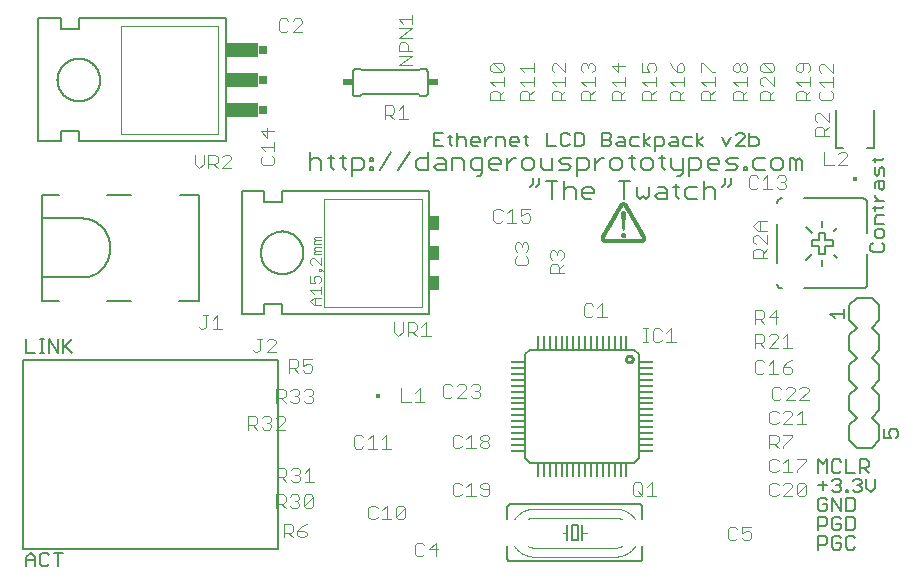
<source format=gbr>
G04 EAGLE Gerber RS-274X export*
G75*
%MOMM*%
%FSLAX34Y34*%
%LPD*%
%INSilkscreen Top*%
%IPPOS*%
%AMOC8*
5,1,8,0,0,1.08239X$1,22.5*%
G01*
%ADD10C,0.127000*%
%ADD11C,0.177800*%
%ADD12C,0.101600*%
%ADD13C,0.152400*%
%ADD14C,0.050800*%
%ADD15R,0.400000X0.300000*%
%ADD16R,0.863600X0.609600*%
%ADD17C,0.203200*%
%ADD18C,0.254000*%
%ADD19R,0.200000X1.200000*%
%ADD20R,1.200000X0.200000*%
%ADD21R,0.635000X0.762000*%
%ADD22R,2.794000X1.270000*%
%ADD23R,0.889000X1.270000*%
%ADD24R,0.015300X0.015200*%
%ADD25R,0.015200X0.015200*%
%ADD26R,0.015200X0.015300*%
%ADD27R,0.015300X0.015300*%


D10*
X163195Y320939D02*
X163195Y309499D01*
X170822Y309499D01*
X174889Y309499D02*
X178702Y309499D01*
X176796Y309499D02*
X176796Y320939D01*
X178702Y320939D02*
X174889Y320939D01*
X182685Y320939D02*
X182685Y309499D01*
X190311Y309499D02*
X182685Y320939D01*
X190311Y320939D02*
X190311Y309499D01*
X194379Y309499D02*
X194379Y320939D01*
X202005Y320939D02*
X194379Y313312D01*
X196286Y315219D02*
X202005Y309499D01*
X163195Y136278D02*
X163195Y128651D01*
X163195Y136278D02*
X167008Y140091D01*
X170822Y136278D01*
X170822Y128651D01*
X170822Y134371D02*
X163195Y134371D01*
X180609Y140091D02*
X182515Y138184D01*
X180609Y140091D02*
X176796Y140091D01*
X174889Y138184D01*
X174889Y130558D01*
X176796Y128651D01*
X180609Y128651D01*
X182515Y130558D01*
X190396Y128651D02*
X190396Y140091D01*
X186583Y140091D02*
X194209Y140091D01*
X877941Y400563D02*
X879848Y402470D01*
X877941Y400563D02*
X877941Y396750D01*
X879848Y394843D01*
X887474Y394843D01*
X889381Y396750D01*
X889381Y400563D01*
X887474Y402470D01*
X889381Y408444D02*
X889381Y412257D01*
X887474Y414163D01*
X883661Y414163D01*
X881755Y412257D01*
X881755Y408444D01*
X883661Y406537D01*
X887474Y406537D01*
X889381Y408444D01*
X889381Y418231D02*
X881755Y418231D01*
X881755Y423951D01*
X883661Y425857D01*
X889381Y425857D01*
X887474Y431832D02*
X879848Y431832D01*
X887474Y431832D02*
X889381Y433738D01*
X881755Y433738D02*
X881755Y429925D01*
X881755Y437721D02*
X889381Y437721D01*
X885568Y437721D02*
X881755Y441534D01*
X881755Y443441D01*
X881755Y449372D02*
X881755Y453186D01*
X883661Y455092D01*
X889381Y455092D01*
X889381Y449372D01*
X887474Y447466D01*
X885568Y449372D01*
X885568Y455092D01*
X889381Y459160D02*
X889381Y464880D01*
X887474Y466786D01*
X885568Y464880D01*
X885568Y461066D01*
X883661Y459160D01*
X881755Y461066D01*
X881755Y466786D01*
X879848Y472760D02*
X887474Y472760D01*
X889381Y474667D01*
X881755Y474667D02*
X881755Y470854D01*
X833755Y219339D02*
X833755Y207899D01*
X837568Y215526D02*
X833755Y219339D01*
X837568Y215526D02*
X841382Y219339D01*
X841382Y207899D01*
X851169Y219339D02*
X853075Y217432D01*
X851169Y219339D02*
X847356Y219339D01*
X845449Y217432D01*
X845449Y209806D01*
X847356Y207899D01*
X851169Y207899D01*
X853075Y209806D01*
X857143Y207899D02*
X857143Y219339D01*
X857143Y207899D02*
X864769Y207899D01*
X868837Y207899D02*
X868837Y219339D01*
X874557Y219339D01*
X876463Y217432D01*
X876463Y213619D01*
X874557Y211712D01*
X868837Y211712D01*
X872650Y211712D02*
X876463Y207899D01*
X841382Y197363D02*
X833755Y197363D01*
X837568Y201176D02*
X837568Y193550D01*
X845449Y201176D02*
X847356Y203083D01*
X851169Y203083D01*
X853075Y201176D01*
X853075Y199270D01*
X851169Y197363D01*
X849262Y197363D01*
X851169Y197363D02*
X853075Y195456D01*
X853075Y193550D01*
X851169Y191643D01*
X847356Y191643D01*
X845449Y193550D01*
X857143Y193550D02*
X857143Y191643D01*
X857143Y193550D02*
X859050Y193550D01*
X859050Y191643D01*
X857143Y191643D01*
X862990Y201176D02*
X864897Y203083D01*
X868710Y203083D01*
X870616Y201176D01*
X870616Y199270D01*
X868710Y197363D01*
X866803Y197363D01*
X868710Y197363D02*
X870616Y195456D01*
X870616Y193550D01*
X868710Y191643D01*
X864897Y191643D01*
X862990Y193550D01*
X874684Y195456D02*
X874684Y203083D01*
X874684Y195456D02*
X878497Y191643D01*
X882310Y195456D01*
X882310Y203083D01*
X841382Y184920D02*
X839475Y186827D01*
X835662Y186827D01*
X833755Y184920D01*
X833755Y177294D01*
X835662Y175387D01*
X839475Y175387D01*
X841382Y177294D01*
X841382Y181107D01*
X837568Y181107D01*
X845449Y175387D02*
X845449Y186827D01*
X853075Y175387D01*
X853075Y186827D01*
X857143Y186827D02*
X857143Y175387D01*
X862863Y175387D01*
X864769Y177294D01*
X864769Y184920D01*
X862863Y186827D01*
X857143Y186827D01*
X833755Y170571D02*
X833755Y159131D01*
X833755Y170571D02*
X839475Y170571D01*
X841382Y168664D01*
X841382Y164851D01*
X839475Y162944D01*
X833755Y162944D01*
X851169Y170571D02*
X853075Y168664D01*
X851169Y170571D02*
X847356Y170571D01*
X845449Y168664D01*
X845449Y161038D01*
X847356Y159131D01*
X851169Y159131D01*
X853075Y161038D01*
X853075Y164851D01*
X849262Y164851D01*
X857143Y170571D02*
X857143Y159131D01*
X862863Y159131D01*
X864769Y161038D01*
X864769Y168664D01*
X862863Y170571D01*
X857143Y170571D01*
X833755Y154315D02*
X833755Y142875D01*
X833755Y154315D02*
X839475Y154315D01*
X841382Y152408D01*
X841382Y148595D01*
X839475Y146688D01*
X833755Y146688D01*
X851169Y154315D02*
X853075Y152408D01*
X851169Y154315D02*
X847356Y154315D01*
X845449Y152408D01*
X845449Y144782D01*
X847356Y142875D01*
X851169Y142875D01*
X853075Y144782D01*
X853075Y148595D01*
X849262Y148595D01*
X862863Y154315D02*
X864769Y152408D01*
X862863Y154315D02*
X859050Y154315D01*
X857143Y152408D01*
X857143Y144782D01*
X859050Y142875D01*
X862863Y142875D01*
X864769Y144782D01*
D11*
X592669Y452300D02*
X592669Y457300D01*
X592669Y452300D02*
X590169Y449800D01*
X597668Y452300D02*
X597668Y457300D01*
X597668Y452300D02*
X595169Y449800D01*
X608032Y454800D02*
X608032Y439801D01*
X603032Y454800D02*
X613032Y454800D01*
X618468Y454800D02*
X618468Y439801D01*
X618468Y447300D02*
X620968Y449800D01*
X625968Y449800D01*
X628468Y447300D01*
X628468Y439801D01*
X636404Y439801D02*
X641404Y439801D01*
X636404Y439801D02*
X633905Y442301D01*
X633905Y447300D01*
X636404Y449800D01*
X641404Y449800D01*
X643904Y447300D01*
X643904Y444801D01*
X633905Y444801D01*
X669776Y439801D02*
X669776Y454800D01*
X664777Y454800D02*
X674776Y454800D01*
X680213Y449800D02*
X680213Y442301D01*
X682712Y439801D01*
X685212Y442301D01*
X687712Y439801D01*
X690212Y442301D01*
X690212Y449800D01*
X698149Y449800D02*
X703148Y449800D01*
X705648Y447300D01*
X705648Y439801D01*
X698149Y439801D01*
X695649Y442301D01*
X698149Y444801D01*
X705648Y444801D01*
X713585Y442301D02*
X713585Y452300D01*
X713585Y442301D02*
X716084Y439801D01*
X716084Y449800D02*
X711085Y449800D01*
X723875Y449800D02*
X731375Y449800D01*
X723875Y449800D02*
X721376Y447300D01*
X721376Y442301D01*
X723875Y439801D01*
X731375Y439801D01*
X736812Y439801D02*
X736812Y454800D01*
X739311Y449800D02*
X736812Y447300D01*
X739311Y449800D02*
X744311Y449800D01*
X746811Y447300D01*
X746811Y439801D01*
X754747Y452300D02*
X754747Y457300D01*
X754747Y452300D02*
X752248Y449800D01*
X759747Y452300D02*
X759747Y457300D01*
X759747Y452300D02*
X757247Y449800D01*
D10*
X516262Y495691D02*
X508635Y495691D01*
X508635Y484251D01*
X516262Y484251D01*
X512448Y489971D02*
X508635Y489971D01*
X522236Y493784D02*
X522236Y486158D01*
X524142Y484251D01*
X524142Y491878D02*
X520329Y491878D01*
X528125Y495691D02*
X528125Y484251D01*
X528125Y489971D02*
X530032Y491878D01*
X533845Y491878D01*
X535751Y489971D01*
X535751Y484251D01*
X541726Y484251D02*
X545539Y484251D01*
X541726Y484251D02*
X539819Y486158D01*
X539819Y489971D01*
X541726Y491878D01*
X545539Y491878D01*
X547445Y489971D01*
X547445Y488064D01*
X539819Y488064D01*
X551513Y484251D02*
X551513Y491878D01*
X555326Y491878D02*
X551513Y488064D01*
X555326Y491878D02*
X557233Y491878D01*
X561258Y491878D02*
X561258Y484251D01*
X561258Y491878D02*
X566978Y491878D01*
X568884Y489971D01*
X568884Y484251D01*
X574858Y484251D02*
X578672Y484251D01*
X574858Y484251D02*
X572952Y486158D01*
X572952Y489971D01*
X574858Y491878D01*
X578672Y491878D01*
X580578Y489971D01*
X580578Y488064D01*
X572952Y488064D01*
X586552Y486158D02*
X586552Y493784D01*
X586552Y486158D02*
X588459Y484251D01*
X588459Y491878D02*
X584646Y491878D01*
X604136Y495691D02*
X604136Y484251D01*
X611762Y484251D01*
X621550Y495691D02*
X623456Y493784D01*
X621550Y495691D02*
X617736Y495691D01*
X615830Y493784D01*
X615830Y486158D01*
X617736Y484251D01*
X621550Y484251D01*
X623456Y486158D01*
X627524Y484251D02*
X627524Y495691D01*
X627524Y484251D02*
X633244Y484251D01*
X635150Y486158D01*
X635150Y493784D01*
X633244Y495691D01*
X627524Y495691D01*
X650912Y495691D02*
X650912Y484251D01*
X650912Y495691D02*
X656631Y495691D01*
X658538Y493784D01*
X658538Y491878D01*
X656631Y489971D01*
X658538Y488064D01*
X658538Y486158D01*
X656631Y484251D01*
X650912Y484251D01*
X650912Y489971D02*
X656631Y489971D01*
X664512Y491878D02*
X668325Y491878D01*
X670232Y489971D01*
X670232Y484251D01*
X664512Y484251D01*
X662606Y486158D01*
X664512Y488064D01*
X670232Y488064D01*
X676206Y491878D02*
X681926Y491878D01*
X676206Y491878D02*
X674300Y489971D01*
X674300Y486158D01*
X676206Y484251D01*
X681926Y484251D01*
X685994Y484251D02*
X685994Y495691D01*
X685994Y488064D02*
X691713Y484251D01*
X685994Y488064D02*
X691713Y491878D01*
X695738Y491878D02*
X695738Y480438D01*
X695738Y491878D02*
X701458Y491878D01*
X703365Y489971D01*
X703365Y486158D01*
X701458Y484251D01*
X695738Y484251D01*
X709339Y491878D02*
X713152Y491878D01*
X715059Y489971D01*
X715059Y484251D01*
X709339Y484251D01*
X707432Y486158D01*
X709339Y488064D01*
X715059Y488064D01*
X721033Y491878D02*
X726753Y491878D01*
X721033Y491878D02*
X719126Y489971D01*
X719126Y486158D01*
X721033Y484251D01*
X726753Y484251D01*
X730820Y484251D02*
X730820Y495691D01*
X730820Y488064D02*
X736540Y484251D01*
X730820Y488064D02*
X736540Y491878D01*
X752259Y491878D02*
X756073Y484251D01*
X759886Y491878D01*
X763953Y484251D02*
X771580Y484251D01*
X763953Y484251D02*
X771580Y491878D01*
X771580Y493784D01*
X769673Y495691D01*
X765860Y495691D01*
X763953Y493784D01*
X775647Y495691D02*
X775647Y484251D01*
X781367Y484251D01*
X783274Y486158D01*
X783274Y489971D01*
X781367Y491878D01*
X775647Y491878D01*
D11*
X403225Y479184D02*
X403225Y464185D01*
X403225Y471684D02*
X405725Y474184D01*
X410724Y474184D01*
X413224Y471684D01*
X413224Y464185D01*
X421161Y466685D02*
X421161Y476684D01*
X421161Y466685D02*
X423661Y464185D01*
X423661Y474184D02*
X418661Y474184D01*
X431452Y476684D02*
X431452Y466685D01*
X433951Y464185D01*
X433951Y474184D02*
X428952Y474184D01*
X439242Y474184D02*
X439242Y459185D01*
X439242Y474184D02*
X446742Y474184D01*
X449242Y471684D01*
X449242Y466685D01*
X446742Y464185D01*
X439242Y464185D01*
X454679Y474184D02*
X457178Y474184D01*
X457178Y471684D01*
X454679Y471684D01*
X454679Y474184D01*
X454679Y466685D02*
X457178Y466685D01*
X457178Y464185D01*
X454679Y464185D01*
X454679Y466685D01*
X462397Y464185D02*
X472396Y479184D01*
X487832Y479184D02*
X477833Y464185D01*
X503268Y464185D02*
X503268Y479184D01*
X503268Y464185D02*
X495768Y464185D01*
X493269Y466685D01*
X493269Y471684D01*
X495768Y474184D01*
X503268Y474184D01*
X511205Y474184D02*
X516204Y474184D01*
X518704Y471684D01*
X518704Y464185D01*
X511205Y464185D01*
X508705Y466685D01*
X511205Y469185D01*
X518704Y469185D01*
X524141Y474184D02*
X524141Y464185D01*
X524141Y474184D02*
X531640Y474184D01*
X534140Y471684D01*
X534140Y464185D01*
X544576Y459185D02*
X547076Y459185D01*
X549576Y461685D01*
X549576Y474184D01*
X542077Y474184D01*
X539577Y471684D01*
X539577Y466685D01*
X542077Y464185D01*
X549576Y464185D01*
X557513Y464185D02*
X562512Y464185D01*
X557513Y464185D02*
X555013Y466685D01*
X555013Y471684D01*
X557513Y474184D01*
X562512Y474184D01*
X565012Y471684D01*
X565012Y469185D01*
X555013Y469185D01*
X570449Y464185D02*
X570449Y474184D01*
X570449Y469185D02*
X575449Y474184D01*
X577948Y474184D01*
X585812Y464185D02*
X590812Y464185D01*
X593312Y466685D01*
X593312Y471684D01*
X590812Y474184D01*
X585812Y474184D01*
X583312Y471684D01*
X583312Y466685D01*
X585812Y464185D01*
X598748Y466685D02*
X598748Y474184D01*
X598748Y466685D02*
X601248Y464185D01*
X608748Y464185D01*
X608748Y474184D01*
X614184Y464185D02*
X621684Y464185D01*
X624184Y466685D01*
X621684Y469185D01*
X616684Y469185D01*
X614184Y471684D01*
X616684Y474184D01*
X624184Y474184D01*
X629621Y474184D02*
X629621Y459185D01*
X629621Y474184D02*
X637120Y474184D01*
X639620Y471684D01*
X639620Y466685D01*
X637120Y464185D01*
X629621Y464185D01*
X645057Y464185D02*
X645057Y474184D01*
X645057Y469185D02*
X650056Y474184D01*
X652556Y474184D01*
X660420Y464185D02*
X665419Y464185D01*
X667919Y466685D01*
X667919Y471684D01*
X665419Y474184D01*
X660420Y474184D01*
X657920Y471684D01*
X657920Y466685D01*
X660420Y464185D01*
X675856Y466685D02*
X675856Y476684D01*
X675856Y466685D02*
X678356Y464185D01*
X678356Y474184D02*
X673356Y474184D01*
X686147Y464185D02*
X691146Y464185D01*
X693646Y466685D01*
X693646Y471684D01*
X691146Y474184D01*
X686147Y474184D01*
X683647Y471684D01*
X683647Y466685D01*
X686147Y464185D01*
X701583Y466685D02*
X701583Y476684D01*
X701583Y466685D02*
X704082Y464185D01*
X704082Y474184D02*
X699083Y474184D01*
X709373Y474184D02*
X709373Y466685D01*
X711873Y464185D01*
X719373Y464185D01*
X719373Y461685D02*
X719373Y474184D01*
X719373Y461685D02*
X716873Y459185D01*
X714373Y459185D01*
X724810Y459185D02*
X724810Y474184D01*
X732309Y474184D01*
X734809Y471684D01*
X734809Y466685D01*
X732309Y464185D01*
X724810Y464185D01*
X742745Y464185D02*
X747745Y464185D01*
X742745Y464185D02*
X740246Y466685D01*
X740246Y471684D01*
X742745Y474184D01*
X747745Y474184D01*
X750245Y471684D01*
X750245Y469185D01*
X740246Y469185D01*
X755682Y464185D02*
X763181Y464185D01*
X765681Y466685D01*
X763181Y469185D01*
X758181Y469185D01*
X755682Y471684D01*
X758181Y474184D01*
X765681Y474184D01*
X771118Y466685D02*
X771118Y464185D01*
X771118Y466685D02*
X773618Y466685D01*
X773618Y464185D01*
X771118Y464185D01*
X781336Y474184D02*
X788835Y474184D01*
X781336Y474184D02*
X778836Y471684D01*
X778836Y466685D01*
X781336Y464185D01*
X788835Y464185D01*
X796772Y464185D02*
X801771Y464185D01*
X804271Y466685D01*
X804271Y471684D01*
X801771Y474184D01*
X796772Y474184D01*
X794272Y471684D01*
X794272Y466685D01*
X796772Y464185D01*
X809708Y464185D02*
X809708Y474184D01*
X812208Y474184D01*
X814707Y471684D01*
X814707Y464185D01*
X814707Y471684D02*
X817207Y474184D01*
X819707Y471684D01*
X819707Y464185D01*
D12*
X311321Y329692D02*
X309372Y331641D01*
X311321Y329692D02*
X313270Y329692D01*
X315219Y331641D01*
X315219Y341386D01*
X313270Y341386D02*
X317168Y341386D01*
X321066Y337488D02*
X324964Y341386D01*
X324964Y329692D01*
X321066Y329692D02*
X328862Y329692D01*
D13*
X885444Y337058D02*
X885444Y349758D01*
X885444Y337058D02*
X879094Y330708D01*
X866394Y330708D02*
X860044Y337058D01*
X879094Y330708D02*
X885444Y324358D01*
X885444Y311658D01*
X879094Y305308D01*
X866394Y305308D02*
X860044Y311658D01*
X860044Y324358D01*
X866394Y330708D01*
X866394Y356108D02*
X879094Y356108D01*
X885444Y349758D01*
X866394Y356108D02*
X860044Y349758D01*
X860044Y337058D01*
X879094Y305308D02*
X885444Y298958D01*
X885444Y286258D01*
X879094Y279908D01*
X866394Y279908D02*
X860044Y286258D01*
X860044Y298958D01*
X866394Y305308D01*
X885444Y273558D02*
X885444Y260858D01*
X879094Y254508D01*
X866394Y254508D02*
X860044Y260858D01*
X879094Y254508D02*
X885444Y248158D01*
X885444Y235458D01*
X879094Y229108D01*
X866394Y229108D01*
X860044Y235458D01*
X860044Y248158D01*
X866394Y254508D01*
X885444Y273558D02*
X879094Y279908D01*
X866394Y279908D02*
X860044Y273558D01*
X860044Y260858D01*
D10*
X847973Y338699D02*
X844159Y342512D01*
X855599Y342512D01*
X855599Y338699D02*
X855599Y346326D01*
X889879Y244726D02*
X889879Y237099D01*
X895599Y237099D01*
X893693Y240912D01*
X893693Y242819D01*
X895599Y244726D01*
X899412Y244726D01*
X901319Y242819D01*
X901319Y239006D01*
X899412Y237099D01*
D14*
X593344Y177547D02*
X592850Y177541D01*
X592356Y177523D01*
X591862Y177493D01*
X591369Y177451D01*
X590878Y177397D01*
X590388Y177331D01*
X589899Y177253D01*
X589413Y177163D01*
X588929Y177061D01*
X588448Y176948D01*
X587969Y176823D01*
X587494Y176687D01*
X587022Y176538D01*
X586554Y176379D01*
X586090Y176208D01*
X585631Y176026D01*
X585175Y175833D01*
X584725Y175628D01*
X584280Y175413D01*
X583840Y175187D01*
X583406Y174950D01*
X582978Y174703D01*
X582555Y174446D01*
X582140Y174178D01*
X581730Y173901D01*
X581328Y173613D01*
X580933Y173316D01*
X580545Y173009D01*
X580165Y172693D01*
X579792Y172368D01*
X579428Y172033D01*
X579072Y171690D01*
X578724Y171339D01*
X578385Y170979D01*
X578055Y170611D01*
X577734Y170235D01*
X577422Y169851D01*
X577119Y169460D01*
X576826Y169061D01*
X576543Y168656D01*
D13*
X570484Y168656D02*
X570484Y178816D01*
D14*
X661924Y177546D02*
X662418Y177540D01*
X662912Y177522D01*
X663406Y177492D01*
X663898Y177450D01*
X664390Y177396D01*
X664880Y177330D01*
X665368Y177252D01*
X665855Y177162D01*
X666338Y177061D01*
X666820Y176947D01*
X667298Y176822D01*
X667773Y176686D01*
X668245Y176538D01*
X668713Y176378D01*
X669177Y176207D01*
X669637Y176025D01*
X670092Y175832D01*
X670543Y175628D01*
X670988Y175413D01*
X671428Y175187D01*
X671862Y174950D01*
X672290Y174703D01*
X672712Y174446D01*
X673128Y174178D01*
X673537Y173900D01*
X673940Y173613D01*
X674335Y173316D01*
X674723Y173009D01*
X675103Y172693D01*
X675475Y172367D01*
X675840Y172033D01*
X676196Y171690D01*
X676544Y171339D01*
X676883Y170979D01*
X677213Y170611D01*
X677534Y170235D01*
X677846Y169851D01*
X678149Y169460D01*
X678441Y169061D01*
X678725Y168656D01*
D13*
X684784Y168656D02*
X684784Y178816D01*
D14*
X661924Y144526D02*
X593344Y144526D01*
X593344Y136906D02*
X661924Y136906D01*
X661924Y169926D02*
X593344Y169926D01*
D13*
X573024Y133096D02*
X682244Y133096D01*
X682344Y133098D01*
X682443Y133104D01*
X682543Y133114D01*
X682641Y133127D01*
X682740Y133145D01*
X682837Y133166D01*
X682933Y133191D01*
X683029Y133220D01*
X683123Y133253D01*
X683216Y133289D01*
X683307Y133329D01*
X683397Y133373D01*
X683485Y133420D01*
X683571Y133470D01*
X683655Y133524D01*
X683737Y133581D01*
X683816Y133641D01*
X683894Y133705D01*
X683968Y133771D01*
X684040Y133840D01*
X684109Y133912D01*
X684175Y133986D01*
X684239Y134064D01*
X684299Y134143D01*
X684356Y134225D01*
X684410Y134309D01*
X684460Y134395D01*
X684507Y134483D01*
X684551Y134573D01*
X684591Y134664D01*
X684627Y134757D01*
X684660Y134851D01*
X684689Y134947D01*
X684714Y135043D01*
X684735Y135140D01*
X684753Y135239D01*
X684766Y135337D01*
X684776Y135437D01*
X684782Y135536D01*
X684784Y135636D01*
X684784Y145796D01*
D14*
X667460Y145796D02*
X667187Y145668D01*
X666911Y145546D01*
X666632Y145431D01*
X666351Y145323D01*
X666067Y145221D01*
X665781Y145126D01*
X665493Y145038D01*
X665203Y144956D01*
X664910Y144882D01*
X664617Y144815D01*
X664321Y144754D01*
X664025Y144701D01*
X663727Y144655D01*
X663428Y144615D01*
X663128Y144583D01*
X662827Y144558D01*
X662527Y144540D01*
X662225Y144530D01*
X661924Y144526D01*
X667460Y168656D02*
X667187Y168784D01*
X666911Y168906D01*
X666632Y169021D01*
X666351Y169129D01*
X666067Y169231D01*
X665781Y169326D01*
X665493Y169414D01*
X665203Y169496D01*
X664910Y169570D01*
X664617Y169637D01*
X664321Y169698D01*
X664025Y169751D01*
X663727Y169797D01*
X663428Y169837D01*
X663128Y169869D01*
X662827Y169894D01*
X662527Y169912D01*
X662225Y169922D01*
X661924Y169926D01*
X678724Y145797D02*
X678441Y145392D01*
X678148Y144993D01*
X677846Y144602D01*
X677534Y144218D01*
X677213Y143842D01*
X676883Y143474D01*
X676544Y143114D01*
X676196Y142763D01*
X675840Y142420D01*
X675475Y142085D01*
X675103Y141760D01*
X674723Y141444D01*
X674335Y141137D01*
X673940Y140840D01*
X673537Y140552D01*
X673128Y140275D01*
X672713Y140007D01*
X672290Y139750D01*
X671862Y139503D01*
X671428Y139266D01*
X670988Y139040D01*
X670543Y138825D01*
X670093Y138621D01*
X669637Y138427D01*
X669178Y138245D01*
X668714Y138074D01*
X668246Y137915D01*
X667774Y137767D01*
X667299Y137630D01*
X666820Y137505D01*
X666339Y137392D01*
X665855Y137290D01*
X665369Y137200D01*
X664881Y137122D01*
X664391Y137056D01*
X663899Y137002D01*
X663406Y136960D01*
X662913Y136930D01*
X662419Y136912D01*
X661924Y136906D01*
X593344Y136906D02*
X592850Y136912D01*
X592356Y136930D01*
X591862Y136960D01*
X591370Y137002D01*
X590878Y137056D01*
X590388Y137122D01*
X589900Y137200D01*
X589413Y137290D01*
X588930Y137391D01*
X588448Y137505D01*
X587970Y137630D01*
X587495Y137766D01*
X587023Y137914D01*
X586555Y138074D01*
X586091Y138245D01*
X585631Y138427D01*
X585176Y138620D01*
X584725Y138824D01*
X584280Y139039D01*
X583840Y139265D01*
X583406Y139502D01*
X582978Y139749D01*
X582556Y140006D01*
X582140Y140274D01*
X581731Y140552D01*
X581328Y140839D01*
X580933Y141136D01*
X580545Y141443D01*
X580165Y141759D01*
X579793Y142085D01*
X579428Y142419D01*
X579072Y142762D01*
X578724Y143113D01*
X578385Y143473D01*
X578055Y143841D01*
X577734Y144217D01*
X577422Y144601D01*
X577119Y144992D01*
X576827Y145391D01*
X576543Y145796D01*
X587808Y145796D02*
X588081Y145668D01*
X588357Y145546D01*
X588636Y145431D01*
X588917Y145323D01*
X589201Y145221D01*
X589487Y145126D01*
X589775Y145038D01*
X590065Y144956D01*
X590358Y144882D01*
X590651Y144815D01*
X590947Y144754D01*
X591243Y144701D01*
X591541Y144655D01*
X591840Y144615D01*
X592140Y144583D01*
X592441Y144558D01*
X592741Y144540D01*
X593043Y144530D01*
X593344Y144526D01*
X587808Y168656D02*
X588081Y168784D01*
X588357Y168906D01*
X588636Y169021D01*
X588917Y169129D01*
X589201Y169231D01*
X589487Y169326D01*
X589775Y169414D01*
X590065Y169496D01*
X590358Y169570D01*
X590651Y169637D01*
X590947Y169698D01*
X591243Y169751D01*
X591541Y169797D01*
X591840Y169837D01*
X592140Y169869D01*
X592441Y169894D01*
X592741Y169912D01*
X593043Y169922D01*
X593344Y169926D01*
D13*
X570484Y145796D02*
X570484Y135636D01*
X570486Y135536D01*
X570492Y135437D01*
X570502Y135337D01*
X570515Y135239D01*
X570533Y135140D01*
X570554Y135043D01*
X570579Y134947D01*
X570608Y134851D01*
X570641Y134757D01*
X570677Y134664D01*
X570717Y134573D01*
X570761Y134483D01*
X570808Y134395D01*
X570858Y134309D01*
X570912Y134225D01*
X570969Y134143D01*
X571029Y134064D01*
X571093Y133986D01*
X571159Y133912D01*
X571228Y133840D01*
X571300Y133771D01*
X571374Y133705D01*
X571452Y133641D01*
X571531Y133581D01*
X571613Y133524D01*
X571697Y133470D01*
X571783Y133420D01*
X571871Y133373D01*
X571961Y133329D01*
X572052Y133289D01*
X572145Y133253D01*
X572239Y133220D01*
X572335Y133191D01*
X572431Y133166D01*
X572528Y133145D01*
X572627Y133127D01*
X572725Y133114D01*
X572825Y133104D01*
X572924Y133098D01*
X573024Y133096D01*
D14*
X593344Y177546D02*
X661924Y177546D01*
D13*
X682244Y181356D02*
X573024Y181356D01*
X682244Y181356D02*
X682344Y181354D01*
X682443Y181348D01*
X682543Y181338D01*
X682641Y181325D01*
X682740Y181307D01*
X682837Y181286D01*
X682933Y181261D01*
X683029Y181232D01*
X683123Y181199D01*
X683216Y181163D01*
X683307Y181123D01*
X683397Y181079D01*
X683485Y181032D01*
X683571Y180982D01*
X683655Y180928D01*
X683737Y180871D01*
X683816Y180811D01*
X683894Y180747D01*
X683968Y180681D01*
X684040Y180612D01*
X684109Y180540D01*
X684175Y180466D01*
X684239Y180388D01*
X684299Y180309D01*
X684356Y180227D01*
X684410Y180143D01*
X684460Y180057D01*
X684507Y179969D01*
X684551Y179879D01*
X684591Y179788D01*
X684627Y179695D01*
X684660Y179601D01*
X684689Y179505D01*
X684714Y179409D01*
X684735Y179312D01*
X684753Y179213D01*
X684766Y179115D01*
X684776Y179015D01*
X684782Y178916D01*
X684784Y178816D01*
X573024Y181356D02*
X572924Y181354D01*
X572825Y181348D01*
X572725Y181338D01*
X572627Y181325D01*
X572528Y181307D01*
X572431Y181286D01*
X572335Y181261D01*
X572239Y181232D01*
X572145Y181199D01*
X572052Y181163D01*
X571961Y181123D01*
X571871Y181079D01*
X571783Y181032D01*
X571697Y180982D01*
X571613Y180928D01*
X571531Y180871D01*
X571452Y180811D01*
X571374Y180747D01*
X571300Y180681D01*
X571228Y180612D01*
X571159Y180540D01*
X571093Y180466D01*
X571029Y180388D01*
X570969Y180309D01*
X570912Y180227D01*
X570858Y180143D01*
X570808Y180057D01*
X570761Y179969D01*
X570717Y179879D01*
X570677Y179788D01*
X570641Y179695D01*
X570608Y179601D01*
X570579Y179505D01*
X570554Y179409D01*
X570533Y179312D01*
X570515Y179213D01*
X570502Y179115D01*
X570492Y179015D01*
X570486Y178916D01*
X570484Y178816D01*
X625094Y163576D02*
X625094Y150876D01*
X630174Y150876D01*
X630174Y163576D01*
X625094Y163576D01*
X621284Y163576D02*
X621284Y157226D01*
X621284Y150876D01*
D14*
X621284Y157226D02*
X617474Y157226D01*
D13*
X633984Y157226D02*
X633984Y163576D01*
X633984Y157226D02*
X633984Y150876D01*
D14*
X633984Y157226D02*
X637794Y157226D01*
D12*
X677164Y190163D02*
X677164Y197959D01*
X679113Y199908D01*
X683011Y199908D01*
X684960Y197959D01*
X684960Y190163D01*
X683011Y188214D01*
X679113Y188214D01*
X677164Y190163D01*
X681062Y192112D02*
X684960Y188214D01*
X688858Y196010D02*
X692756Y199908D01*
X692756Y188214D01*
X688858Y188214D02*
X696654Y188214D01*
X385826Y292608D02*
X385826Y304302D01*
X391673Y304302D01*
X393622Y302353D01*
X393622Y298455D01*
X391673Y296506D01*
X385826Y296506D01*
X389724Y296506D02*
X393622Y292608D01*
X397520Y304302D02*
X405316Y304302D01*
X397520Y304302D02*
X397520Y298455D01*
X401418Y300404D01*
X403367Y300404D01*
X405316Y298455D01*
X405316Y294557D01*
X403367Y292608D01*
X399469Y292608D01*
X397520Y294557D01*
X381254Y164856D02*
X381254Y153162D01*
X381254Y164856D02*
X387101Y164856D01*
X389050Y162907D01*
X389050Y159009D01*
X387101Y157060D01*
X381254Y157060D01*
X385152Y157060D02*
X389050Y153162D01*
X396846Y162907D02*
X400744Y164856D01*
X396846Y162907D02*
X392948Y159009D01*
X392948Y155111D01*
X394897Y153162D01*
X398795Y153162D01*
X400744Y155111D01*
X400744Y157060D01*
X398795Y159009D01*
X392948Y159009D01*
X375031Y177927D02*
X375031Y189621D01*
X380878Y189621D01*
X382827Y187672D01*
X382827Y183774D01*
X380878Y181825D01*
X375031Y181825D01*
X378929Y181825D02*
X382827Y177927D01*
X386725Y187672D02*
X388674Y189621D01*
X392572Y189621D01*
X394521Y187672D01*
X394521Y185723D01*
X392572Y183774D01*
X390623Y183774D01*
X392572Y183774D02*
X394521Y181825D01*
X394521Y179876D01*
X392572Y177927D01*
X388674Y177927D01*
X386725Y179876D01*
X398419Y179876D02*
X398419Y187672D01*
X400368Y189621D01*
X404266Y189621D01*
X406215Y187672D01*
X406215Y179876D01*
X404266Y177927D01*
X400368Y177927D01*
X398419Y179876D01*
X406215Y187672D01*
X375539Y200152D02*
X375539Y211846D01*
X381386Y211846D01*
X383335Y209897D01*
X383335Y205999D01*
X381386Y204050D01*
X375539Y204050D01*
X379437Y204050D02*
X383335Y200152D01*
X387233Y209897D02*
X389182Y211846D01*
X393080Y211846D01*
X395029Y209897D01*
X395029Y207948D01*
X393080Y205999D01*
X391131Y205999D01*
X393080Y205999D02*
X395029Y204050D01*
X395029Y202101D01*
X393080Y200152D01*
X389182Y200152D01*
X387233Y202101D01*
X398927Y207948D02*
X402825Y211846D01*
X402825Y200152D01*
X398927Y200152D02*
X406723Y200152D01*
X351282Y244348D02*
X351282Y256042D01*
X357129Y256042D01*
X359078Y254093D01*
X359078Y250195D01*
X357129Y248246D01*
X351282Y248246D01*
X355180Y248246D02*
X359078Y244348D01*
X362976Y254093D02*
X364925Y256042D01*
X368823Y256042D01*
X370772Y254093D01*
X370772Y252144D01*
X368823Y250195D01*
X366874Y250195D01*
X368823Y250195D02*
X370772Y248246D01*
X370772Y246297D01*
X368823Y244348D01*
X364925Y244348D01*
X362976Y246297D01*
X374670Y244348D02*
X382466Y244348D01*
X374670Y244348D02*
X382466Y252144D01*
X382466Y254093D01*
X380517Y256042D01*
X376619Y256042D01*
X374670Y254093D01*
X375158Y267081D02*
X375158Y278775D01*
X381005Y278775D01*
X382954Y276826D01*
X382954Y272928D01*
X381005Y270979D01*
X375158Y270979D01*
X379056Y270979D02*
X382954Y267081D01*
X386852Y276826D02*
X388801Y278775D01*
X392699Y278775D01*
X394648Y276826D01*
X394648Y274877D01*
X392699Y272928D01*
X390750Y272928D01*
X392699Y272928D02*
X394648Y270979D01*
X394648Y269030D01*
X392699Y267081D01*
X388801Y267081D01*
X386852Y269030D01*
X398546Y276826D02*
X400495Y278775D01*
X404393Y278775D01*
X406342Y276826D01*
X406342Y274877D01*
X404393Y272928D01*
X402444Y272928D01*
X404393Y272928D02*
X406342Y270979D01*
X406342Y269030D01*
X404393Y267081D01*
X400495Y267081D01*
X398546Y269030D01*
X458856Y180223D02*
X460805Y178274D01*
X458856Y180223D02*
X454958Y180223D01*
X453009Y178274D01*
X453009Y170478D01*
X454958Y168529D01*
X458856Y168529D01*
X460805Y170478D01*
X464703Y176325D02*
X468601Y180223D01*
X468601Y168529D01*
X464703Y168529D02*
X472499Y168529D01*
X476397Y170478D02*
X476397Y178274D01*
X478346Y180223D01*
X482244Y180223D01*
X484193Y178274D01*
X484193Y170478D01*
X482244Y168529D01*
X478346Y168529D01*
X476397Y170478D01*
X484193Y178274D01*
X448740Y238066D02*
X446791Y240015D01*
X442893Y240015D01*
X440944Y238066D01*
X440944Y230270D01*
X442893Y228321D01*
X446791Y228321D01*
X448740Y230270D01*
X452638Y236117D02*
X456536Y240015D01*
X456536Y228321D01*
X452638Y228321D02*
X460434Y228321D01*
X464332Y236117D02*
X468230Y240015D01*
X468230Y228321D01*
X464332Y228321D02*
X472128Y228321D01*
D15*
X461264Y272669D03*
D12*
X480949Y268097D02*
X480949Y279791D01*
X480949Y268097D02*
X488745Y268097D01*
X492643Y275893D02*
X496541Y279791D01*
X496541Y268097D01*
X492643Y268097D02*
X500439Y268097D01*
X498353Y148854D02*
X500302Y146905D01*
X498353Y148854D02*
X494455Y148854D01*
X492506Y146905D01*
X492506Y139109D01*
X494455Y137160D01*
X498353Y137160D01*
X500302Y139109D01*
X510047Y137160D02*
X510047Y148854D01*
X504200Y143007D01*
X511996Y143007D01*
X763377Y162367D02*
X765326Y160418D01*
X763377Y162367D02*
X759479Y162367D01*
X757530Y160418D01*
X757530Y152622D01*
X759479Y150673D01*
X763377Y150673D01*
X765326Y152622D01*
X769224Y162367D02*
X777020Y162367D01*
X769224Y162367D02*
X769224Y156520D01*
X773122Y158469D01*
X775071Y158469D01*
X777020Y156520D01*
X777020Y152622D01*
X775071Y150673D01*
X771173Y150673D01*
X769224Y152622D01*
X566545Y429480D02*
X564596Y431429D01*
X560698Y431429D01*
X558749Y429480D01*
X558749Y421684D01*
X560698Y419735D01*
X564596Y419735D01*
X566545Y421684D01*
X570443Y427531D02*
X574341Y431429D01*
X574341Y419735D01*
X570443Y419735D02*
X578239Y419735D01*
X582137Y431429D02*
X589933Y431429D01*
X582137Y431429D02*
X582137Y425582D01*
X586035Y427531D01*
X587984Y427531D01*
X589933Y425582D01*
X589933Y421684D01*
X587984Y419735D01*
X584086Y419735D01*
X582137Y421684D01*
X578777Y391287D02*
X576828Y389338D01*
X576828Y385440D01*
X578777Y383491D01*
X586573Y383491D01*
X588522Y385440D01*
X588522Y389338D01*
X586573Y391287D01*
X578777Y395185D02*
X576828Y397134D01*
X576828Y401032D01*
X578777Y402981D01*
X580726Y402981D01*
X582675Y401032D01*
X582675Y399083D01*
X582675Y401032D02*
X584624Y402981D01*
X586573Y402981D01*
X588522Y401032D01*
X588522Y397134D01*
X586573Y395185D01*
X363635Y476172D02*
X361686Y474223D01*
X361686Y470325D01*
X363635Y468376D01*
X371431Y468376D01*
X373380Y470325D01*
X373380Y474223D01*
X371431Y476172D01*
X365584Y480070D02*
X361686Y483968D01*
X373380Y483968D01*
X373380Y480070D02*
X373380Y487866D01*
X373380Y497611D02*
X361686Y497611D01*
X367533Y491764D01*
X367533Y499560D01*
D15*
X865124Y456692D03*
D12*
X839089Y468122D02*
X839089Y479816D01*
X839089Y468122D02*
X846885Y468122D01*
X850783Y468122D02*
X858579Y468122D01*
X850783Y468122D02*
X858579Y475918D01*
X858579Y477867D01*
X856630Y479816D01*
X852732Y479816D01*
X850783Y477867D01*
X783004Y457801D02*
X781055Y459750D01*
X777157Y459750D01*
X775208Y457801D01*
X775208Y450005D01*
X777157Y448056D01*
X781055Y448056D01*
X783004Y450005D01*
X786902Y455852D02*
X790800Y459750D01*
X790800Y448056D01*
X786902Y448056D02*
X794698Y448056D01*
X798596Y457801D02*
X800545Y459750D01*
X804443Y459750D01*
X806392Y457801D01*
X806392Y455852D01*
X804443Y453903D01*
X802494Y453903D01*
X804443Y453903D02*
X806392Y451954D01*
X806392Y450005D01*
X804443Y448056D01*
X800545Y448056D01*
X798596Y450005D01*
X834634Y529087D02*
X836583Y531036D01*
X834634Y529087D02*
X834634Y525189D01*
X836583Y523240D01*
X844379Y523240D01*
X846328Y525189D01*
X846328Y529087D01*
X844379Y531036D01*
X838532Y534934D02*
X834634Y538832D01*
X846328Y538832D01*
X846328Y534934D02*
X846328Y542730D01*
X846328Y546628D02*
X846328Y554424D01*
X846328Y546628D02*
X838532Y554424D01*
X836583Y554424D01*
X834634Y552475D01*
X834634Y548577D01*
X836583Y546628D01*
D13*
X442214Y549910D02*
X442114Y549908D01*
X442015Y549902D01*
X441915Y549892D01*
X441817Y549879D01*
X441718Y549861D01*
X441621Y549840D01*
X441525Y549815D01*
X441429Y549786D01*
X441335Y549753D01*
X441242Y549717D01*
X441151Y549677D01*
X441061Y549633D01*
X440973Y549586D01*
X440887Y549536D01*
X440803Y549482D01*
X440721Y549425D01*
X440642Y549365D01*
X440564Y549301D01*
X440490Y549235D01*
X440418Y549166D01*
X440349Y549094D01*
X440283Y549020D01*
X440219Y548942D01*
X440159Y548863D01*
X440102Y548781D01*
X440048Y548697D01*
X439998Y548611D01*
X439951Y548523D01*
X439907Y548433D01*
X439867Y548342D01*
X439831Y548249D01*
X439798Y548155D01*
X439769Y548059D01*
X439744Y547963D01*
X439723Y547866D01*
X439705Y547767D01*
X439692Y547669D01*
X439682Y547569D01*
X439676Y547470D01*
X439674Y547370D01*
X439674Y529590D02*
X439676Y529490D01*
X439682Y529391D01*
X439692Y529291D01*
X439705Y529193D01*
X439723Y529094D01*
X439744Y528997D01*
X439769Y528901D01*
X439798Y528805D01*
X439831Y528711D01*
X439867Y528618D01*
X439907Y528527D01*
X439951Y528437D01*
X439998Y528349D01*
X440048Y528263D01*
X440102Y528179D01*
X440159Y528097D01*
X440219Y528018D01*
X440283Y527940D01*
X440349Y527866D01*
X440418Y527794D01*
X440490Y527725D01*
X440564Y527659D01*
X440642Y527595D01*
X440721Y527535D01*
X440803Y527478D01*
X440887Y527424D01*
X440973Y527374D01*
X441061Y527327D01*
X441151Y527283D01*
X441242Y527243D01*
X441335Y527207D01*
X441429Y527174D01*
X441525Y527145D01*
X441621Y527120D01*
X441718Y527099D01*
X441817Y527081D01*
X441915Y527068D01*
X442015Y527058D01*
X442114Y527052D01*
X442214Y527050D01*
X500634Y527050D02*
X500734Y527052D01*
X500833Y527058D01*
X500933Y527068D01*
X501031Y527081D01*
X501130Y527099D01*
X501227Y527120D01*
X501323Y527145D01*
X501419Y527174D01*
X501513Y527207D01*
X501606Y527243D01*
X501697Y527283D01*
X501787Y527327D01*
X501875Y527374D01*
X501961Y527424D01*
X502045Y527478D01*
X502127Y527535D01*
X502206Y527595D01*
X502284Y527659D01*
X502358Y527725D01*
X502430Y527794D01*
X502499Y527866D01*
X502565Y527940D01*
X502629Y528018D01*
X502689Y528097D01*
X502746Y528179D01*
X502800Y528263D01*
X502850Y528349D01*
X502897Y528437D01*
X502941Y528527D01*
X502981Y528618D01*
X503017Y528711D01*
X503050Y528805D01*
X503079Y528901D01*
X503104Y528997D01*
X503125Y529094D01*
X503143Y529193D01*
X503156Y529291D01*
X503166Y529391D01*
X503172Y529490D01*
X503174Y529590D01*
X503174Y547370D02*
X503172Y547470D01*
X503166Y547569D01*
X503156Y547669D01*
X503143Y547767D01*
X503125Y547866D01*
X503104Y547963D01*
X503079Y548059D01*
X503050Y548155D01*
X503017Y548249D01*
X502981Y548342D01*
X502941Y548433D01*
X502897Y548523D01*
X502850Y548611D01*
X502800Y548697D01*
X502746Y548781D01*
X502689Y548863D01*
X502629Y548942D01*
X502565Y549020D01*
X502499Y549094D01*
X502430Y549166D01*
X502358Y549235D01*
X502284Y549301D01*
X502206Y549365D01*
X502127Y549425D01*
X502045Y549482D01*
X501961Y549536D01*
X501875Y549586D01*
X501787Y549633D01*
X501697Y549677D01*
X501606Y549717D01*
X501513Y549753D01*
X501419Y549786D01*
X501323Y549815D01*
X501227Y549840D01*
X501130Y549861D01*
X501031Y549879D01*
X500933Y549892D01*
X500833Y549902D01*
X500734Y549908D01*
X500634Y549910D01*
X439674Y547370D02*
X439674Y529590D01*
X442214Y549910D02*
X446024Y549910D01*
X447294Y548640D01*
X446024Y527050D02*
X442214Y527050D01*
X446024Y527050D02*
X447294Y528320D01*
X495554Y548640D02*
X496824Y549910D01*
X495554Y548640D02*
X447294Y548640D01*
X495554Y528320D02*
X496824Y527050D01*
X495554Y528320D02*
X447294Y528320D01*
X496824Y549910D02*
X500634Y549910D01*
X500634Y527050D02*
X496824Y527050D01*
X503174Y529590D02*
X503174Y547370D01*
D16*
X507492Y538480D03*
X435356Y538480D03*
D12*
X466852Y518932D02*
X466852Y507238D01*
X466852Y518932D02*
X472699Y518932D01*
X474648Y516983D01*
X474648Y513085D01*
X472699Y511136D01*
X466852Y511136D01*
X470750Y511136D02*
X474648Y507238D01*
X478546Y515034D02*
X482444Y518932D01*
X482444Y507238D01*
X478546Y507238D02*
X486342Y507238D01*
X556250Y523494D02*
X567944Y523494D01*
X556250Y523494D02*
X556250Y529341D01*
X558199Y531290D01*
X562097Y531290D01*
X564046Y529341D01*
X564046Y523494D01*
X564046Y527392D02*
X567944Y531290D01*
X560148Y535188D02*
X556250Y539086D01*
X567944Y539086D01*
X567944Y535188D02*
X567944Y542984D01*
X565995Y546882D02*
X558199Y546882D01*
X556250Y548831D01*
X556250Y552729D01*
X558199Y554678D01*
X565995Y554678D01*
X567944Y552729D01*
X567944Y548831D01*
X565995Y546882D01*
X558199Y554678D01*
X581142Y523494D02*
X592836Y523494D01*
X581142Y523494D02*
X581142Y529341D01*
X583091Y531290D01*
X586989Y531290D01*
X588938Y529341D01*
X588938Y523494D01*
X588938Y527392D02*
X592836Y531290D01*
X585040Y535188D02*
X581142Y539086D01*
X592836Y539086D01*
X592836Y535188D02*
X592836Y542984D01*
X585040Y546882D02*
X581142Y550780D01*
X592836Y550780D01*
X592836Y546882D02*
X592836Y554678D01*
X608066Y523494D02*
X619760Y523494D01*
X608066Y523494D02*
X608066Y529341D01*
X610015Y531290D01*
X613913Y531290D01*
X615862Y529341D01*
X615862Y523494D01*
X615862Y527392D02*
X619760Y531290D01*
X611964Y535188D02*
X608066Y539086D01*
X619760Y539086D01*
X619760Y535188D02*
X619760Y542984D01*
X619760Y546882D02*
X619760Y554678D01*
X619760Y546882D02*
X611964Y554678D01*
X610015Y554678D01*
X608066Y552729D01*
X608066Y548831D01*
X610015Y546882D01*
X632958Y523494D02*
X644652Y523494D01*
X632958Y523494D02*
X632958Y529341D01*
X634907Y531290D01*
X638805Y531290D01*
X640754Y529341D01*
X640754Y523494D01*
X640754Y527392D02*
X644652Y531290D01*
X636856Y535188D02*
X632958Y539086D01*
X644652Y539086D01*
X644652Y535188D02*
X644652Y542984D01*
X634907Y546882D02*
X632958Y548831D01*
X632958Y552729D01*
X634907Y554678D01*
X636856Y554678D01*
X638805Y552729D01*
X638805Y550780D01*
X638805Y552729D02*
X640754Y554678D01*
X642703Y554678D01*
X644652Y552729D01*
X644652Y548831D01*
X642703Y546882D01*
X784850Y523494D02*
X796544Y523494D01*
X784850Y523494D02*
X784850Y529341D01*
X786799Y531290D01*
X790697Y531290D01*
X792646Y529341D01*
X792646Y523494D01*
X792646Y527392D02*
X796544Y531290D01*
X796544Y535188D02*
X796544Y542984D01*
X796544Y535188D02*
X788748Y542984D01*
X786799Y542984D01*
X784850Y541035D01*
X784850Y537137D01*
X786799Y535188D01*
X786799Y546882D02*
X794595Y546882D01*
X786799Y546882D02*
X784850Y548831D01*
X784850Y552729D01*
X786799Y554678D01*
X794595Y554678D01*
X796544Y552729D01*
X796544Y548831D01*
X794595Y546882D01*
X786799Y554678D01*
X773684Y523494D02*
X761990Y523494D01*
X761990Y529341D01*
X763939Y531290D01*
X767837Y531290D01*
X769786Y529341D01*
X769786Y523494D01*
X769786Y527392D02*
X773684Y531290D01*
X765888Y535188D02*
X761990Y539086D01*
X773684Y539086D01*
X773684Y535188D02*
X773684Y542984D01*
X763939Y546882D02*
X761990Y548831D01*
X761990Y552729D01*
X763939Y554678D01*
X765888Y554678D01*
X767837Y552729D01*
X769786Y554678D01*
X771735Y554678D01*
X773684Y552729D01*
X773684Y548831D01*
X771735Y546882D01*
X769786Y546882D01*
X767837Y548831D01*
X765888Y546882D01*
X763939Y546882D01*
X767837Y548831D02*
X767837Y552729D01*
X815330Y523494D02*
X827024Y523494D01*
X815330Y523494D02*
X815330Y529341D01*
X817279Y531290D01*
X821177Y531290D01*
X823126Y529341D01*
X823126Y523494D01*
X823126Y527392D02*
X827024Y531290D01*
X819228Y535188D02*
X815330Y539086D01*
X827024Y539086D01*
X827024Y535188D02*
X827024Y542984D01*
X825075Y546882D02*
X827024Y548831D01*
X827024Y552729D01*
X825075Y554678D01*
X817279Y554678D01*
X815330Y552729D01*
X815330Y548831D01*
X817279Y546882D01*
X819228Y546882D01*
X821177Y548831D01*
X821177Y554678D01*
X618236Y376662D02*
X606542Y376662D01*
X606542Y382509D01*
X608491Y384458D01*
X612389Y384458D01*
X614338Y382509D01*
X614338Y376662D01*
X614338Y380560D02*
X618236Y384458D01*
X608491Y388356D02*
X606542Y390305D01*
X606542Y394203D01*
X608491Y396152D01*
X610440Y396152D01*
X612389Y394203D01*
X612389Y392254D01*
X612389Y394203D02*
X614338Y396152D01*
X616287Y396152D01*
X618236Y394203D01*
X618236Y390305D01*
X616287Y388356D01*
D10*
X160274Y303530D02*
X160274Y143510D01*
X160274Y303530D02*
X376174Y303530D01*
X376174Y143510D01*
X160274Y143510D01*
D12*
X355092Y311829D02*
X357041Y309880D01*
X358990Y309880D01*
X360939Y311829D01*
X360939Y321574D01*
X358990Y321574D02*
X362888Y321574D01*
X366786Y309880D02*
X374582Y309880D01*
X366786Y309880D02*
X374582Y317676D01*
X374582Y319625D01*
X372633Y321574D01*
X368735Y321574D01*
X366786Y319625D01*
D17*
X875124Y482856D02*
X881124Y482856D01*
X881124Y514856D01*
X855124Y482856D02*
X849124Y482856D01*
X849124Y514856D01*
D12*
X842772Y493268D02*
X831078Y493268D01*
X831078Y499115D01*
X833027Y501064D01*
X836925Y501064D01*
X838874Y499115D01*
X838874Y493268D01*
X838874Y497166D02*
X842772Y501064D01*
X842772Y504962D02*
X842772Y512758D01*
X842772Y504962D02*
X834976Y512758D01*
X833027Y512758D01*
X831078Y510809D01*
X831078Y506911D01*
X833027Y504962D01*
X490220Y552958D02*
X478526Y552958D01*
X490220Y560754D01*
X478526Y560754D01*
X478526Y564652D02*
X490220Y564652D01*
X478526Y564652D02*
X478526Y570499D01*
X480475Y572448D01*
X484373Y572448D01*
X486322Y570499D01*
X486322Y564652D01*
X490220Y576346D02*
X478526Y576346D01*
X490220Y584142D01*
X478526Y584142D01*
X482424Y588040D02*
X478526Y591938D01*
X490220Y591938D01*
X490220Y588040D02*
X490220Y595836D01*
X734558Y523494D02*
X746252Y523494D01*
X734558Y523494D02*
X734558Y529341D01*
X736507Y531290D01*
X740405Y531290D01*
X742354Y529341D01*
X742354Y523494D01*
X742354Y527392D02*
X746252Y531290D01*
X738456Y535188D02*
X734558Y539086D01*
X746252Y539086D01*
X746252Y535188D02*
X746252Y542984D01*
X734558Y546882D02*
X734558Y554678D01*
X736507Y554678D01*
X744303Y546882D01*
X746252Y546882D01*
X720344Y523494D02*
X708650Y523494D01*
X708650Y529341D01*
X710599Y531290D01*
X714497Y531290D01*
X716446Y529341D01*
X716446Y523494D01*
X716446Y527392D02*
X720344Y531290D01*
X712548Y535188D02*
X708650Y539086D01*
X720344Y539086D01*
X720344Y535188D02*
X720344Y542984D01*
X710599Y550780D02*
X708650Y554678D01*
X710599Y550780D02*
X714497Y546882D01*
X718395Y546882D01*
X720344Y548831D01*
X720344Y552729D01*
X718395Y554678D01*
X716446Y554678D01*
X714497Y552729D01*
X714497Y546882D01*
X696468Y523494D02*
X684774Y523494D01*
X684774Y529341D01*
X686723Y531290D01*
X690621Y531290D01*
X692570Y529341D01*
X692570Y523494D01*
X692570Y527392D02*
X696468Y531290D01*
X688672Y535188D02*
X684774Y539086D01*
X696468Y539086D01*
X696468Y535188D02*
X696468Y542984D01*
X684774Y546882D02*
X684774Y554678D01*
X684774Y546882D02*
X690621Y546882D01*
X688672Y550780D01*
X688672Y552729D01*
X690621Y554678D01*
X694519Y554678D01*
X696468Y552729D01*
X696468Y548831D01*
X694519Y546882D01*
X670560Y523494D02*
X658866Y523494D01*
X658866Y529341D01*
X660815Y531290D01*
X664713Y531290D01*
X666662Y529341D01*
X666662Y523494D01*
X666662Y527392D02*
X670560Y531290D01*
X662764Y535188D02*
X658866Y539086D01*
X670560Y539086D01*
X670560Y535188D02*
X670560Y542984D01*
X670560Y552729D02*
X658866Y552729D01*
X664713Y546882D01*
X664713Y554678D01*
X384964Y590799D02*
X383015Y592748D01*
X379117Y592748D01*
X377168Y590799D01*
X377168Y583003D01*
X379117Y581054D01*
X383015Y581054D01*
X384964Y583003D01*
X388862Y581054D02*
X396658Y581054D01*
X388862Y581054D02*
X396658Y588850D01*
X396658Y590799D01*
X394709Y592748D01*
X390811Y592748D01*
X388862Y590799D01*
D17*
X677984Y312160D02*
X681984Y308160D01*
X681984Y220160D01*
X677984Y216160D01*
X589984Y216160D01*
X585984Y220160D01*
X585984Y308160D01*
X589984Y312160D01*
X677984Y312160D01*
D18*
X671157Y304160D02*
X671159Y304266D01*
X671165Y304371D01*
X671175Y304477D01*
X671189Y304581D01*
X671206Y304686D01*
X671228Y304789D01*
X671253Y304892D01*
X671283Y304993D01*
X671316Y305094D01*
X671352Y305193D01*
X671393Y305290D01*
X671437Y305387D01*
X671485Y305481D01*
X671536Y305574D01*
X671590Y305664D01*
X671648Y305753D01*
X671709Y305839D01*
X671774Y305923D01*
X671841Y306004D01*
X671912Y306083D01*
X671985Y306159D01*
X672061Y306232D01*
X672140Y306303D01*
X672221Y306370D01*
X672305Y306435D01*
X672391Y306496D01*
X672480Y306554D01*
X672571Y306608D01*
X672663Y306659D01*
X672757Y306707D01*
X672854Y306751D01*
X672951Y306792D01*
X673050Y306828D01*
X673151Y306861D01*
X673252Y306891D01*
X673355Y306916D01*
X673458Y306938D01*
X673563Y306955D01*
X673667Y306969D01*
X673773Y306979D01*
X673878Y306985D01*
X673984Y306987D01*
X674090Y306985D01*
X674195Y306979D01*
X674301Y306969D01*
X674405Y306955D01*
X674510Y306938D01*
X674613Y306916D01*
X674716Y306891D01*
X674817Y306861D01*
X674918Y306828D01*
X675017Y306792D01*
X675114Y306751D01*
X675211Y306707D01*
X675305Y306659D01*
X675398Y306608D01*
X675488Y306554D01*
X675577Y306496D01*
X675663Y306435D01*
X675747Y306370D01*
X675828Y306303D01*
X675907Y306232D01*
X675983Y306159D01*
X676056Y306083D01*
X676127Y306004D01*
X676194Y305923D01*
X676259Y305839D01*
X676320Y305753D01*
X676378Y305664D01*
X676432Y305573D01*
X676483Y305481D01*
X676531Y305387D01*
X676575Y305290D01*
X676616Y305193D01*
X676652Y305094D01*
X676685Y304993D01*
X676715Y304892D01*
X676740Y304789D01*
X676762Y304686D01*
X676779Y304581D01*
X676793Y304477D01*
X676803Y304371D01*
X676809Y304266D01*
X676811Y304160D01*
X676809Y304054D01*
X676803Y303949D01*
X676793Y303843D01*
X676779Y303739D01*
X676762Y303634D01*
X676740Y303531D01*
X676715Y303428D01*
X676685Y303327D01*
X676652Y303226D01*
X676616Y303127D01*
X676575Y303030D01*
X676531Y302933D01*
X676483Y302839D01*
X676432Y302746D01*
X676378Y302656D01*
X676320Y302567D01*
X676259Y302481D01*
X676194Y302397D01*
X676127Y302316D01*
X676056Y302237D01*
X675983Y302161D01*
X675907Y302088D01*
X675828Y302017D01*
X675747Y301950D01*
X675663Y301885D01*
X675577Y301824D01*
X675488Y301766D01*
X675397Y301712D01*
X675305Y301661D01*
X675211Y301613D01*
X675114Y301569D01*
X675017Y301528D01*
X674918Y301492D01*
X674817Y301459D01*
X674716Y301429D01*
X674613Y301404D01*
X674510Y301382D01*
X674405Y301365D01*
X674301Y301351D01*
X674195Y301341D01*
X674090Y301335D01*
X673984Y301333D01*
X673878Y301335D01*
X673773Y301341D01*
X673667Y301351D01*
X673563Y301365D01*
X673458Y301382D01*
X673355Y301404D01*
X673252Y301429D01*
X673151Y301459D01*
X673050Y301492D01*
X672951Y301528D01*
X672854Y301569D01*
X672757Y301613D01*
X672663Y301661D01*
X672570Y301712D01*
X672480Y301766D01*
X672391Y301824D01*
X672305Y301885D01*
X672221Y301950D01*
X672140Y302017D01*
X672061Y302088D01*
X671985Y302161D01*
X671912Y302237D01*
X671841Y302316D01*
X671774Y302397D01*
X671709Y302481D01*
X671648Y302567D01*
X671590Y302656D01*
X671536Y302747D01*
X671485Y302839D01*
X671437Y302933D01*
X671393Y303030D01*
X671352Y303127D01*
X671316Y303226D01*
X671283Y303327D01*
X671253Y303428D01*
X671228Y303531D01*
X671206Y303634D01*
X671189Y303739D01*
X671175Y303843D01*
X671165Y303949D01*
X671159Y304054D01*
X671157Y304160D01*
D19*
X671484Y318160D03*
X666484Y318160D03*
X661484Y318160D03*
X656484Y318160D03*
X651484Y318160D03*
X646484Y318160D03*
X641484Y318160D03*
X636484Y318160D03*
X631484Y318160D03*
X626484Y318160D03*
X621484Y318160D03*
X616484Y318160D03*
X611484Y318160D03*
X606484Y318160D03*
X601484Y318160D03*
X596484Y318160D03*
D20*
X579984Y301660D03*
X579984Y296660D03*
X579984Y291660D03*
X579984Y286660D03*
X579984Y281660D03*
X579984Y276660D03*
X579984Y271660D03*
X579984Y266660D03*
X579984Y261660D03*
X579984Y256660D03*
X579984Y251660D03*
X579984Y246660D03*
X579984Y241660D03*
X579984Y236660D03*
X579984Y231660D03*
X579984Y226660D03*
D19*
X596484Y210160D03*
X601484Y210160D03*
X606484Y210160D03*
X611484Y210160D03*
X616484Y210160D03*
X621484Y210160D03*
X626484Y210160D03*
X631484Y210160D03*
X636484Y210160D03*
X641484Y210160D03*
X646484Y210160D03*
X651484Y210160D03*
X656484Y210160D03*
X661484Y210160D03*
X666484Y210160D03*
X671484Y210160D03*
D20*
X687984Y226660D03*
X687984Y231660D03*
X687984Y236660D03*
X687984Y241660D03*
X687984Y246660D03*
X687984Y251660D03*
X687984Y256660D03*
X687984Y261660D03*
X687984Y266660D03*
X687984Y271660D03*
X687984Y276660D03*
X687984Y281660D03*
X687984Y286660D03*
X687984Y291660D03*
X687984Y296660D03*
X687984Y301660D03*
D12*
X689698Y318516D02*
X685800Y318516D01*
X687749Y318516D02*
X687749Y330210D01*
X685800Y330210D02*
X689698Y330210D01*
X699443Y330210D02*
X701392Y328261D01*
X699443Y330210D02*
X695545Y330210D01*
X693596Y328261D01*
X693596Y320465D01*
X695545Y318516D01*
X699443Y318516D01*
X701392Y320465D01*
X705290Y326312D02*
X709188Y330210D01*
X709188Y318516D01*
X705290Y318516D02*
X713086Y318516D01*
X798327Y219974D02*
X800276Y218025D01*
X798327Y219974D02*
X794429Y219974D01*
X792480Y218025D01*
X792480Y210229D01*
X794429Y208280D01*
X798327Y208280D01*
X800276Y210229D01*
X804174Y216076D02*
X808072Y219974D01*
X808072Y208280D01*
X804174Y208280D02*
X811970Y208280D01*
X815868Y219974D02*
X823664Y219974D01*
X823664Y218025D01*
X815868Y210229D01*
X815868Y208280D01*
X532052Y238345D02*
X530103Y240294D01*
X526205Y240294D01*
X524256Y238345D01*
X524256Y230549D01*
X526205Y228600D01*
X530103Y228600D01*
X532052Y230549D01*
X535950Y236396D02*
X539848Y240294D01*
X539848Y228600D01*
X535950Y228600D02*
X543746Y228600D01*
X547644Y238345D02*
X549593Y240294D01*
X553491Y240294D01*
X555440Y238345D01*
X555440Y236396D01*
X553491Y234447D01*
X555440Y232498D01*
X555440Y230549D01*
X553491Y228600D01*
X549593Y228600D01*
X547644Y230549D01*
X547644Y232498D01*
X549593Y234447D01*
X547644Y236396D01*
X547644Y238345D01*
X549593Y234447D02*
X553491Y234447D01*
X530103Y199654D02*
X532052Y197705D01*
X530103Y199654D02*
X526205Y199654D01*
X524256Y197705D01*
X524256Y189909D01*
X526205Y187960D01*
X530103Y187960D01*
X532052Y189909D01*
X535950Y195756D02*
X539848Y199654D01*
X539848Y187960D01*
X535950Y187960D02*
X543746Y187960D01*
X547644Y189909D02*
X549593Y187960D01*
X553491Y187960D01*
X555440Y189909D01*
X555440Y197705D01*
X553491Y199654D01*
X549593Y199654D01*
X547644Y197705D01*
X547644Y195756D01*
X549593Y193807D01*
X555440Y193807D01*
X798327Y199654D02*
X800276Y197705D01*
X798327Y199654D02*
X794429Y199654D01*
X792480Y197705D01*
X792480Y189909D01*
X794429Y187960D01*
X798327Y187960D01*
X800276Y189909D01*
X804174Y187960D02*
X811970Y187960D01*
X804174Y187960D02*
X811970Y195756D01*
X811970Y197705D01*
X810021Y199654D01*
X806123Y199654D01*
X804174Y197705D01*
X815868Y197705D02*
X815868Y189909D01*
X815868Y197705D02*
X817817Y199654D01*
X821715Y199654D01*
X823664Y197705D01*
X823664Y189909D01*
X821715Y187960D01*
X817817Y187960D01*
X815868Y189909D01*
X823664Y197705D01*
X800276Y258665D02*
X798327Y260614D01*
X794429Y260614D01*
X792480Y258665D01*
X792480Y250869D01*
X794429Y248920D01*
X798327Y248920D01*
X800276Y250869D01*
X804174Y248920D02*
X811970Y248920D01*
X804174Y248920D02*
X811970Y256716D01*
X811970Y258665D01*
X810021Y260614D01*
X806123Y260614D01*
X804174Y258665D01*
X815868Y256716D02*
X819766Y260614D01*
X819766Y248920D01*
X815868Y248920D02*
X823664Y248920D01*
X802308Y278985D02*
X800359Y280934D01*
X796461Y280934D01*
X794512Y278985D01*
X794512Y271189D01*
X796461Y269240D01*
X800359Y269240D01*
X802308Y271189D01*
X806206Y269240D02*
X814002Y269240D01*
X806206Y269240D02*
X814002Y277036D01*
X814002Y278985D01*
X812053Y280934D01*
X808155Y280934D01*
X806206Y278985D01*
X817900Y269240D02*
X825696Y269240D01*
X817900Y269240D02*
X825696Y277036D01*
X825696Y278985D01*
X823747Y280934D01*
X819849Y280934D01*
X817900Y278985D01*
X780288Y334264D02*
X780288Y345958D01*
X786135Y345958D01*
X788084Y344009D01*
X788084Y340111D01*
X786135Y338162D01*
X780288Y338162D01*
X784186Y338162D02*
X788084Y334264D01*
X797829Y334264D02*
X797829Y345958D01*
X791982Y340111D01*
X799778Y340111D01*
X786135Y303286D02*
X788084Y301337D01*
X786135Y303286D02*
X782237Y303286D01*
X780288Y301337D01*
X780288Y293541D01*
X782237Y291592D01*
X786135Y291592D01*
X788084Y293541D01*
X791982Y299388D02*
X795880Y303286D01*
X795880Y291592D01*
X791982Y291592D02*
X799778Y291592D01*
X807574Y301337D02*
X811472Y303286D01*
X807574Y301337D02*
X803676Y297439D01*
X803676Y293541D01*
X805625Y291592D01*
X809523Y291592D01*
X811472Y293541D01*
X811472Y295490D01*
X809523Y297439D01*
X803676Y297439D01*
X780288Y313944D02*
X780288Y325638D01*
X786135Y325638D01*
X788084Y323689D01*
X788084Y319791D01*
X786135Y317842D01*
X780288Y317842D01*
X784186Y317842D02*
X788084Y313944D01*
X791982Y313944D02*
X799778Y313944D01*
X791982Y313944D02*
X799778Y321740D01*
X799778Y323689D01*
X797829Y325638D01*
X793931Y325638D01*
X791982Y323689D01*
X803676Y321740D02*
X807574Y325638D01*
X807574Y313944D01*
X803676Y313944D02*
X811472Y313944D01*
X792480Y240294D02*
X792480Y228600D01*
X792480Y240294D02*
X798327Y240294D01*
X800276Y238345D01*
X800276Y234447D01*
X798327Y232498D01*
X792480Y232498D01*
X796378Y232498D02*
X800276Y228600D01*
X804174Y240294D02*
X811970Y240294D01*
X811970Y238345D01*
X804174Y230549D01*
X804174Y228600D01*
X643028Y349499D02*
X641079Y351448D01*
X637181Y351448D01*
X635232Y349499D01*
X635232Y341703D01*
X637181Y339754D01*
X641079Y339754D01*
X643028Y341703D01*
X646926Y347550D02*
X650824Y351448D01*
X650824Y339754D01*
X646926Y339754D02*
X654722Y339754D01*
X523924Y281017D02*
X521975Y282966D01*
X518077Y282966D01*
X516128Y281017D01*
X516128Y273221D01*
X518077Y271272D01*
X521975Y271272D01*
X523924Y273221D01*
X527822Y271272D02*
X535618Y271272D01*
X527822Y271272D02*
X535618Y279068D01*
X535618Y281017D01*
X533669Y282966D01*
X529771Y282966D01*
X527822Y281017D01*
X539516Y281017D02*
X541465Y282966D01*
X545363Y282966D01*
X547312Y281017D01*
X547312Y279068D01*
X545363Y277119D01*
X543414Y277119D01*
X545363Y277119D02*
X547312Y275170D01*
X547312Y273221D01*
X545363Y271272D01*
X541465Y271272D01*
X539516Y273221D01*
D13*
X332232Y488442D02*
X332232Y592582D01*
X173482Y592582D02*
X173482Y488442D01*
X207772Y592582D02*
X332232Y592582D01*
X207772Y592582D02*
X207772Y583692D01*
X192532Y583692D01*
X192532Y592582D01*
X173482Y592582D01*
X207772Y488442D02*
X332232Y488442D01*
X207772Y488442D02*
X207772Y497332D01*
X192532Y497332D01*
X192532Y488442D01*
X173482Y488442D01*
D14*
X325882Y494792D02*
X325882Y586232D01*
X243332Y586232D01*
X243332Y494792D01*
X325882Y494792D01*
D13*
X189738Y540512D02*
X189743Y540955D01*
X189760Y541397D01*
X189787Y541839D01*
X189825Y542280D01*
X189874Y542720D01*
X189933Y543158D01*
X190004Y543595D01*
X190085Y544030D01*
X190176Y544463D01*
X190278Y544894D01*
X190391Y545322D01*
X190515Y545747D01*
X190648Y546169D01*
X190792Y546587D01*
X190946Y547002D01*
X191111Y547413D01*
X191285Y547820D01*
X191469Y548223D01*
X191664Y548620D01*
X191867Y549013D01*
X192081Y549401D01*
X192304Y549783D01*
X192536Y550160D01*
X192777Y550531D01*
X193028Y550896D01*
X193287Y551255D01*
X193555Y551607D01*
X193832Y551953D01*
X194116Y552291D01*
X194410Y552623D01*
X194711Y552947D01*
X195020Y553264D01*
X195337Y553573D01*
X195661Y553874D01*
X195993Y554168D01*
X196331Y554452D01*
X196677Y554729D01*
X197029Y554997D01*
X197388Y555256D01*
X197753Y555507D01*
X198124Y555748D01*
X198501Y555980D01*
X198883Y556203D01*
X199271Y556417D01*
X199664Y556620D01*
X200061Y556815D01*
X200464Y556999D01*
X200871Y557173D01*
X201282Y557338D01*
X201697Y557492D01*
X202115Y557636D01*
X202537Y557769D01*
X202962Y557893D01*
X203390Y558006D01*
X203821Y558108D01*
X204254Y558199D01*
X204689Y558280D01*
X205126Y558351D01*
X205564Y558410D01*
X206004Y558459D01*
X206445Y558497D01*
X206887Y558524D01*
X207329Y558541D01*
X207772Y558546D01*
X208215Y558541D01*
X208657Y558524D01*
X209099Y558497D01*
X209540Y558459D01*
X209980Y558410D01*
X210418Y558351D01*
X210855Y558280D01*
X211290Y558199D01*
X211723Y558108D01*
X212154Y558006D01*
X212582Y557893D01*
X213007Y557769D01*
X213429Y557636D01*
X213847Y557492D01*
X214262Y557338D01*
X214673Y557173D01*
X215080Y556999D01*
X215483Y556815D01*
X215880Y556620D01*
X216273Y556417D01*
X216661Y556203D01*
X217043Y555980D01*
X217420Y555748D01*
X217791Y555507D01*
X218156Y555256D01*
X218515Y554997D01*
X218867Y554729D01*
X219213Y554452D01*
X219551Y554168D01*
X219883Y553874D01*
X220207Y553573D01*
X220524Y553264D01*
X220833Y552947D01*
X221134Y552623D01*
X221428Y552291D01*
X221712Y551953D01*
X221989Y551607D01*
X222257Y551255D01*
X222516Y550896D01*
X222767Y550531D01*
X223008Y550160D01*
X223240Y549783D01*
X223463Y549401D01*
X223677Y549013D01*
X223880Y548620D01*
X224075Y548223D01*
X224259Y547820D01*
X224433Y547413D01*
X224598Y547002D01*
X224752Y546587D01*
X224896Y546169D01*
X225029Y545747D01*
X225153Y545322D01*
X225266Y544894D01*
X225368Y544463D01*
X225459Y544030D01*
X225540Y543595D01*
X225611Y543158D01*
X225670Y542720D01*
X225719Y542280D01*
X225757Y541839D01*
X225784Y541397D01*
X225801Y540955D01*
X225806Y540512D01*
X225801Y540069D01*
X225784Y539627D01*
X225757Y539185D01*
X225719Y538744D01*
X225670Y538304D01*
X225611Y537866D01*
X225540Y537429D01*
X225459Y536994D01*
X225368Y536561D01*
X225266Y536130D01*
X225153Y535702D01*
X225029Y535277D01*
X224896Y534855D01*
X224752Y534437D01*
X224598Y534022D01*
X224433Y533611D01*
X224259Y533204D01*
X224075Y532801D01*
X223880Y532404D01*
X223677Y532011D01*
X223463Y531623D01*
X223240Y531241D01*
X223008Y530864D01*
X222767Y530493D01*
X222516Y530128D01*
X222257Y529769D01*
X221989Y529417D01*
X221712Y529071D01*
X221428Y528733D01*
X221134Y528401D01*
X220833Y528077D01*
X220524Y527760D01*
X220207Y527451D01*
X219883Y527150D01*
X219551Y526856D01*
X219213Y526572D01*
X218867Y526295D01*
X218515Y526027D01*
X218156Y525768D01*
X217791Y525517D01*
X217420Y525276D01*
X217043Y525044D01*
X216661Y524821D01*
X216273Y524607D01*
X215880Y524404D01*
X215483Y524209D01*
X215080Y524025D01*
X214673Y523851D01*
X214262Y523686D01*
X213847Y523532D01*
X213429Y523388D01*
X213007Y523255D01*
X212582Y523131D01*
X212154Y523018D01*
X211723Y522916D01*
X211290Y522825D01*
X210855Y522744D01*
X210418Y522673D01*
X209980Y522614D01*
X209540Y522565D01*
X209099Y522527D01*
X208657Y522500D01*
X208215Y522483D01*
X207772Y522478D01*
X207329Y522483D01*
X206887Y522500D01*
X206445Y522527D01*
X206004Y522565D01*
X205564Y522614D01*
X205126Y522673D01*
X204689Y522744D01*
X204254Y522825D01*
X203821Y522916D01*
X203390Y523018D01*
X202962Y523131D01*
X202537Y523255D01*
X202115Y523388D01*
X201697Y523532D01*
X201282Y523686D01*
X200871Y523851D01*
X200464Y524025D01*
X200061Y524209D01*
X199664Y524404D01*
X199271Y524607D01*
X198883Y524821D01*
X198501Y525044D01*
X198124Y525276D01*
X197753Y525517D01*
X197388Y525768D01*
X197029Y526027D01*
X196677Y526295D01*
X196331Y526572D01*
X195993Y526856D01*
X195661Y527150D01*
X195337Y527451D01*
X195020Y527760D01*
X194711Y528077D01*
X194410Y528401D01*
X194116Y528733D01*
X193832Y529071D01*
X193555Y529417D01*
X193287Y529769D01*
X193028Y530128D01*
X192777Y530493D01*
X192536Y530864D01*
X192304Y531241D01*
X192081Y531623D01*
X191867Y532011D01*
X191664Y532404D01*
X191469Y532801D01*
X191285Y533204D01*
X191111Y533611D01*
X190946Y534022D01*
X190792Y534437D01*
X190648Y534855D01*
X190515Y535277D01*
X190391Y535702D01*
X190278Y536130D01*
X190176Y536561D01*
X190085Y536994D01*
X190004Y537429D01*
X189933Y537866D01*
X189874Y538304D01*
X189825Y538744D01*
X189787Y539185D01*
X189760Y539627D01*
X189743Y540069D01*
X189738Y540512D01*
D21*
X363347Y565912D03*
X363347Y540512D03*
X363347Y515112D03*
D22*
X346202Y515112D03*
X346202Y540512D03*
X346202Y565912D03*
D12*
X305816Y477276D02*
X305816Y469480D01*
X309714Y465582D01*
X313612Y469480D01*
X313612Y477276D01*
X317510Y477276D02*
X317510Y465582D01*
X317510Y477276D02*
X323357Y477276D01*
X325306Y475327D01*
X325306Y471429D01*
X323357Y469480D01*
X317510Y469480D01*
X321408Y469480D02*
X325306Y465582D01*
X329204Y465582D02*
X337000Y465582D01*
X329204Y465582D02*
X337000Y473378D01*
X337000Y475327D01*
X335051Y477276D01*
X331153Y477276D01*
X329204Y475327D01*
D13*
X504444Y446278D02*
X504444Y342138D01*
X345694Y342138D02*
X345694Y446278D01*
X379984Y446278D02*
X504444Y446278D01*
X379984Y446278D02*
X379984Y437388D01*
X364744Y437388D01*
X364744Y446278D01*
X345694Y446278D01*
X379984Y342138D02*
X504444Y342138D01*
X379984Y342138D02*
X379984Y351028D01*
X364744Y351028D01*
X364744Y342138D01*
X345694Y342138D01*
D14*
X498094Y348488D02*
X498094Y439928D01*
X415544Y439928D01*
X415544Y348488D01*
X498094Y348488D01*
D13*
X361950Y394208D02*
X361955Y394651D01*
X361972Y395093D01*
X361999Y395535D01*
X362037Y395976D01*
X362086Y396416D01*
X362145Y396854D01*
X362216Y397291D01*
X362297Y397726D01*
X362388Y398159D01*
X362490Y398590D01*
X362603Y399018D01*
X362727Y399443D01*
X362860Y399865D01*
X363004Y400283D01*
X363158Y400698D01*
X363323Y401109D01*
X363497Y401516D01*
X363681Y401919D01*
X363876Y402316D01*
X364079Y402709D01*
X364293Y403097D01*
X364516Y403479D01*
X364748Y403856D01*
X364989Y404227D01*
X365240Y404592D01*
X365499Y404951D01*
X365767Y405303D01*
X366044Y405649D01*
X366328Y405987D01*
X366622Y406319D01*
X366923Y406643D01*
X367232Y406960D01*
X367549Y407269D01*
X367873Y407570D01*
X368205Y407864D01*
X368543Y408148D01*
X368889Y408425D01*
X369241Y408693D01*
X369600Y408952D01*
X369965Y409203D01*
X370336Y409444D01*
X370713Y409676D01*
X371095Y409899D01*
X371483Y410113D01*
X371876Y410316D01*
X372273Y410511D01*
X372676Y410695D01*
X373083Y410869D01*
X373494Y411034D01*
X373909Y411188D01*
X374327Y411332D01*
X374749Y411465D01*
X375174Y411589D01*
X375602Y411702D01*
X376033Y411804D01*
X376466Y411895D01*
X376901Y411976D01*
X377338Y412047D01*
X377776Y412106D01*
X378216Y412155D01*
X378657Y412193D01*
X379099Y412220D01*
X379541Y412237D01*
X379984Y412242D01*
X380427Y412237D01*
X380869Y412220D01*
X381311Y412193D01*
X381752Y412155D01*
X382192Y412106D01*
X382630Y412047D01*
X383067Y411976D01*
X383502Y411895D01*
X383935Y411804D01*
X384366Y411702D01*
X384794Y411589D01*
X385219Y411465D01*
X385641Y411332D01*
X386059Y411188D01*
X386474Y411034D01*
X386885Y410869D01*
X387292Y410695D01*
X387695Y410511D01*
X388092Y410316D01*
X388485Y410113D01*
X388873Y409899D01*
X389255Y409676D01*
X389632Y409444D01*
X390003Y409203D01*
X390368Y408952D01*
X390727Y408693D01*
X391079Y408425D01*
X391425Y408148D01*
X391763Y407864D01*
X392095Y407570D01*
X392419Y407269D01*
X392736Y406960D01*
X393045Y406643D01*
X393346Y406319D01*
X393640Y405987D01*
X393924Y405649D01*
X394201Y405303D01*
X394469Y404951D01*
X394728Y404592D01*
X394979Y404227D01*
X395220Y403856D01*
X395452Y403479D01*
X395675Y403097D01*
X395889Y402709D01*
X396092Y402316D01*
X396287Y401919D01*
X396471Y401516D01*
X396645Y401109D01*
X396810Y400698D01*
X396964Y400283D01*
X397108Y399865D01*
X397241Y399443D01*
X397365Y399018D01*
X397478Y398590D01*
X397580Y398159D01*
X397671Y397726D01*
X397752Y397291D01*
X397823Y396854D01*
X397882Y396416D01*
X397931Y395976D01*
X397969Y395535D01*
X397996Y395093D01*
X398013Y394651D01*
X398018Y394208D01*
X398013Y393765D01*
X397996Y393323D01*
X397969Y392881D01*
X397931Y392440D01*
X397882Y392000D01*
X397823Y391562D01*
X397752Y391125D01*
X397671Y390690D01*
X397580Y390257D01*
X397478Y389826D01*
X397365Y389398D01*
X397241Y388973D01*
X397108Y388551D01*
X396964Y388133D01*
X396810Y387718D01*
X396645Y387307D01*
X396471Y386900D01*
X396287Y386497D01*
X396092Y386100D01*
X395889Y385707D01*
X395675Y385319D01*
X395452Y384937D01*
X395220Y384560D01*
X394979Y384189D01*
X394728Y383824D01*
X394469Y383465D01*
X394201Y383113D01*
X393924Y382767D01*
X393640Y382429D01*
X393346Y382097D01*
X393045Y381773D01*
X392736Y381456D01*
X392419Y381147D01*
X392095Y380846D01*
X391763Y380552D01*
X391425Y380268D01*
X391079Y379991D01*
X390727Y379723D01*
X390368Y379464D01*
X390003Y379213D01*
X389632Y378972D01*
X389255Y378740D01*
X388873Y378517D01*
X388485Y378303D01*
X388092Y378100D01*
X387695Y377905D01*
X387292Y377721D01*
X386885Y377547D01*
X386474Y377382D01*
X386059Y377228D01*
X385641Y377084D01*
X385219Y376951D01*
X384794Y376827D01*
X384366Y376714D01*
X383935Y376612D01*
X383502Y376521D01*
X383067Y376440D01*
X382630Y376369D01*
X382192Y376310D01*
X381752Y376261D01*
X381311Y376223D01*
X380869Y376196D01*
X380427Y376179D01*
X379984Y376174D01*
X379541Y376179D01*
X379099Y376196D01*
X378657Y376223D01*
X378216Y376261D01*
X377776Y376310D01*
X377338Y376369D01*
X376901Y376440D01*
X376466Y376521D01*
X376033Y376612D01*
X375602Y376714D01*
X375174Y376827D01*
X374749Y376951D01*
X374327Y377084D01*
X373909Y377228D01*
X373494Y377382D01*
X373083Y377547D01*
X372676Y377721D01*
X372273Y377905D01*
X371876Y378100D01*
X371483Y378303D01*
X371095Y378517D01*
X370713Y378740D01*
X370336Y378972D01*
X369965Y379213D01*
X369600Y379464D01*
X369241Y379723D01*
X368889Y379991D01*
X368543Y380268D01*
X368205Y380552D01*
X367873Y380846D01*
X367549Y381147D01*
X367232Y381456D01*
X366923Y381773D01*
X366622Y382097D01*
X366328Y382429D01*
X366044Y382767D01*
X365767Y383113D01*
X365499Y383465D01*
X365240Y383824D01*
X364989Y384189D01*
X364748Y384560D01*
X364516Y384937D01*
X364293Y385319D01*
X364079Y385707D01*
X363876Y386100D01*
X363681Y386497D01*
X363497Y386900D01*
X363323Y387307D01*
X363158Y387718D01*
X363004Y388133D01*
X362860Y388551D01*
X362727Y388973D01*
X362603Y389398D01*
X362490Y389826D01*
X362388Y390257D01*
X362297Y390690D01*
X362216Y391125D01*
X362145Y391562D01*
X362086Y392000D01*
X362037Y392440D01*
X361999Y392881D01*
X361972Y393323D01*
X361955Y393765D01*
X361950Y394208D01*
D12*
X406564Y350266D02*
X412496Y350266D01*
X406564Y350266D02*
X403598Y353232D01*
X406564Y356198D01*
X412496Y356198D01*
X408047Y356198D02*
X408047Y350266D01*
X406564Y359387D02*
X403598Y362353D01*
X412496Y362353D01*
X412496Y359387D02*
X412496Y365319D01*
X403598Y368509D02*
X403598Y374440D01*
X403598Y368509D02*
X408047Y368509D01*
X406564Y371474D01*
X406564Y372957D01*
X408047Y374440D01*
X411013Y374440D01*
X412496Y372957D01*
X412496Y369992D01*
X411013Y368509D01*
X415462Y377630D02*
X412496Y380596D01*
X411013Y380596D01*
X411013Y379113D01*
X412496Y379113D01*
X412496Y380596D01*
X412496Y383711D02*
X412496Y389643D01*
X412496Y383711D02*
X406564Y389643D01*
X405081Y389643D01*
X403598Y388160D01*
X403598Y385194D01*
X405081Y383711D01*
X406564Y392832D02*
X412496Y392832D01*
X406564Y392832D02*
X406564Y394315D01*
X408047Y395798D01*
X412496Y395798D01*
X408047Y395798D02*
X406564Y397281D01*
X408047Y398764D01*
X412496Y398764D01*
X412496Y401953D02*
X406564Y401953D01*
X406564Y403436D01*
X408047Y404919D01*
X412496Y404919D01*
X408047Y404919D02*
X406564Y406402D01*
X408047Y407885D01*
X412496Y407885D01*
D23*
X508889Y419608D03*
X508889Y394208D03*
X508889Y368808D03*
D12*
X474472Y335290D02*
X474472Y327494D01*
X478370Y323596D01*
X482268Y327494D01*
X482268Y335290D01*
X486166Y335290D02*
X486166Y323596D01*
X486166Y335290D02*
X492013Y335290D01*
X493962Y333341D01*
X493962Y329443D01*
X492013Y327494D01*
X486166Y327494D01*
X490064Y327494D02*
X493962Y323596D01*
X497860Y331392D02*
X501758Y335290D01*
X501758Y323596D01*
X497860Y323596D02*
X505656Y323596D01*
D13*
X839724Y404876D02*
X846074Y404876D01*
X846074Y399796D01*
X839724Y399796D01*
X839724Y393446D01*
X834644Y393446D01*
X834644Y399796D01*
X828294Y399796D01*
X828294Y404876D01*
X834644Y404876D01*
X834644Y411226D01*
X839724Y411226D01*
X839724Y404876D01*
X875284Y393446D02*
X875284Y368046D01*
X828294Y411226D02*
X823214Y416306D01*
X828294Y393446D02*
X823214Y388366D01*
X837184Y416306D02*
X837184Y421386D01*
X837184Y388366D02*
X837184Y383286D01*
X847344Y412496D02*
X849884Y415036D01*
X847344Y392176D02*
X849884Y389636D01*
X799084Y385826D02*
X799084Y418846D01*
X799084Y368046D02*
X799086Y367924D01*
X799092Y367802D01*
X799102Y367680D01*
X799115Y367559D01*
X799133Y367438D01*
X799154Y367318D01*
X799180Y367198D01*
X799209Y367080D01*
X799241Y366962D01*
X799278Y366845D01*
X799318Y366730D01*
X799362Y366616D01*
X799410Y366504D01*
X799461Y366393D01*
X799516Y366284D01*
X799574Y366176D01*
X799636Y366071D01*
X799701Y365968D01*
X799769Y365866D01*
X799841Y365767D01*
X799915Y365671D01*
X799993Y365576D01*
X800074Y365485D01*
X800157Y365395D01*
X800243Y365309D01*
X800333Y365226D01*
X800424Y365145D01*
X800519Y365067D01*
X800615Y364993D01*
X800714Y364921D01*
X800816Y364853D01*
X800919Y364788D01*
X801024Y364726D01*
X801132Y364668D01*
X801241Y364613D01*
X801352Y364562D01*
X801464Y364514D01*
X801578Y364470D01*
X801693Y364430D01*
X801810Y364393D01*
X801928Y364361D01*
X802046Y364332D01*
X802166Y364306D01*
X802286Y364285D01*
X802407Y364267D01*
X802528Y364254D01*
X802650Y364244D01*
X802772Y364238D01*
X802894Y364236D01*
X871474Y364236D02*
X871596Y364238D01*
X871718Y364244D01*
X871840Y364254D01*
X871961Y364267D01*
X872082Y364285D01*
X872202Y364306D01*
X872322Y364332D01*
X872440Y364361D01*
X872558Y364393D01*
X872675Y364430D01*
X872790Y364470D01*
X872904Y364514D01*
X873016Y364562D01*
X873127Y364613D01*
X873236Y364668D01*
X873344Y364726D01*
X873449Y364788D01*
X873552Y364853D01*
X873654Y364921D01*
X873753Y364993D01*
X873849Y365067D01*
X873944Y365145D01*
X874035Y365226D01*
X874125Y365309D01*
X874211Y365395D01*
X874294Y365485D01*
X874375Y365576D01*
X874453Y365671D01*
X874527Y365767D01*
X874599Y365866D01*
X874667Y365968D01*
X874732Y366071D01*
X874794Y366176D01*
X874852Y366284D01*
X874907Y366393D01*
X874958Y366504D01*
X875006Y366616D01*
X875050Y366730D01*
X875090Y366845D01*
X875127Y366962D01*
X875159Y367080D01*
X875188Y367198D01*
X875214Y367318D01*
X875235Y367438D01*
X875253Y367559D01*
X875266Y367680D01*
X875276Y367802D01*
X875282Y367924D01*
X875284Y368046D01*
X875284Y436626D02*
X875282Y436748D01*
X875276Y436870D01*
X875266Y436992D01*
X875253Y437113D01*
X875235Y437234D01*
X875214Y437354D01*
X875188Y437474D01*
X875159Y437592D01*
X875127Y437710D01*
X875090Y437827D01*
X875050Y437942D01*
X875006Y438056D01*
X874958Y438168D01*
X874907Y438279D01*
X874852Y438388D01*
X874794Y438496D01*
X874732Y438601D01*
X874667Y438704D01*
X874599Y438806D01*
X874527Y438905D01*
X874453Y439001D01*
X874375Y439096D01*
X874294Y439187D01*
X874211Y439277D01*
X874125Y439363D01*
X874035Y439446D01*
X873944Y439527D01*
X873849Y439605D01*
X873753Y439679D01*
X873654Y439751D01*
X873552Y439819D01*
X873449Y439884D01*
X873344Y439946D01*
X873236Y440004D01*
X873127Y440059D01*
X873016Y440110D01*
X872904Y440158D01*
X872790Y440202D01*
X872675Y440242D01*
X872558Y440279D01*
X872440Y440311D01*
X872322Y440340D01*
X872202Y440366D01*
X872082Y440387D01*
X871961Y440405D01*
X871840Y440418D01*
X871718Y440428D01*
X871596Y440434D01*
X871474Y440436D01*
X802894Y440436D02*
X802772Y440434D01*
X802650Y440428D01*
X802528Y440418D01*
X802407Y440405D01*
X802286Y440387D01*
X802166Y440366D01*
X802046Y440340D01*
X801928Y440311D01*
X801810Y440279D01*
X801693Y440242D01*
X801578Y440202D01*
X801464Y440158D01*
X801352Y440110D01*
X801241Y440059D01*
X801132Y440004D01*
X801024Y439946D01*
X800919Y439884D01*
X800816Y439819D01*
X800714Y439751D01*
X800615Y439679D01*
X800519Y439605D01*
X800424Y439527D01*
X800333Y439446D01*
X800243Y439363D01*
X800157Y439277D01*
X800074Y439187D01*
X799993Y439096D01*
X799915Y439001D01*
X799841Y438905D01*
X799769Y438806D01*
X799701Y438704D01*
X799636Y438601D01*
X799574Y438496D01*
X799516Y438388D01*
X799461Y438279D01*
X799410Y438168D01*
X799362Y438056D01*
X799318Y437942D01*
X799278Y437827D01*
X799241Y437710D01*
X799209Y437592D01*
X799180Y437474D01*
X799154Y437354D01*
X799133Y437234D01*
X799115Y437113D01*
X799102Y436992D01*
X799092Y436870D01*
X799086Y436748D01*
X799084Y436626D01*
X875284Y436626D02*
X875284Y411226D01*
X871474Y364236D02*
X821944Y364236D01*
X821944Y440436D02*
X871474Y440436D01*
D12*
X790702Y389636D02*
X779008Y389636D01*
X779008Y395483D01*
X780957Y397432D01*
X784855Y397432D01*
X786804Y395483D01*
X786804Y389636D01*
X786804Y393534D02*
X790702Y397432D01*
X790702Y401330D02*
X790702Y409126D01*
X790702Y401330D02*
X782906Y409126D01*
X780957Y409126D01*
X779008Y407177D01*
X779008Y403279D01*
X780957Y401330D01*
X782906Y413024D02*
X790702Y413024D01*
X782906Y413024D02*
X779008Y416922D01*
X782906Y420820D01*
X790702Y420820D01*
X784855Y420820D02*
X784855Y413024D01*
D17*
X309328Y443272D02*
X309328Y353272D01*
X176328Y423272D02*
X176328Y443272D01*
X176328Y423272D02*
X176328Y373272D01*
X176328Y353272D01*
X176328Y423272D02*
X211328Y423272D01*
X211906Y423239D01*
X212483Y423192D01*
X213059Y423132D01*
X213633Y423057D01*
X214205Y422969D01*
X214774Y422866D01*
X215342Y422750D01*
X215906Y422621D01*
X216467Y422477D01*
X217024Y422321D01*
X217577Y422150D01*
X218126Y421967D01*
X218670Y421770D01*
X219210Y421560D01*
X219744Y421338D01*
X220273Y421102D01*
X220796Y420854D01*
X221313Y420593D01*
X221823Y420319D01*
X222326Y420034D01*
X222823Y419736D01*
X223312Y419427D01*
X223793Y419105D01*
X224267Y418772D01*
X224732Y418428D01*
X225189Y418073D01*
X225638Y417707D01*
X226077Y417330D01*
X226507Y416942D01*
X226927Y416544D01*
X227338Y416137D01*
X227739Y415719D01*
X228130Y415292D01*
X228510Y414855D01*
X228879Y414410D01*
X229238Y413955D01*
X229586Y413492D01*
X229922Y413021D01*
X230247Y412542D01*
X230560Y412055D01*
X230861Y411561D01*
X231150Y411060D01*
X231427Y410551D01*
X231692Y410036D01*
X231944Y409515D01*
X232184Y408988D01*
X232410Y408456D01*
X232624Y407918D01*
X232825Y407375D01*
X233012Y406827D01*
X233187Y406275D01*
X233348Y405719D01*
X233495Y405159D01*
X233629Y404596D01*
X233749Y404030D01*
X233855Y403461D01*
X233948Y402890D01*
X234027Y402316D01*
X234092Y401741D01*
X234143Y401164D01*
X234180Y400587D01*
X234203Y400008D01*
X234212Y399429D01*
X234207Y398851D01*
X234188Y398272D01*
X234207Y397693D01*
X234212Y397115D01*
X234203Y396536D01*
X234180Y395957D01*
X234143Y395380D01*
X234092Y394803D01*
X234027Y394228D01*
X233948Y393654D01*
X233855Y393083D01*
X233749Y392514D01*
X233629Y391948D01*
X233495Y391385D01*
X233348Y390825D01*
X233187Y390269D01*
X233012Y389717D01*
X232825Y389169D01*
X232624Y388626D01*
X232410Y388088D01*
X232184Y387556D01*
X231944Y387029D01*
X231692Y386508D01*
X231427Y385993D01*
X231150Y385484D01*
X230861Y384983D01*
X230560Y384489D01*
X230247Y384002D01*
X229922Y383523D01*
X229586Y383052D01*
X229238Y382589D01*
X228879Y382134D01*
X228510Y381689D01*
X228130Y381252D01*
X227739Y380825D01*
X227338Y380407D01*
X226927Y380000D01*
X226507Y379602D01*
X226077Y379214D01*
X225638Y378837D01*
X225189Y378471D01*
X224732Y378116D01*
X224267Y377772D01*
X223793Y377439D01*
X223312Y377117D01*
X222823Y376808D01*
X222326Y376510D01*
X221823Y376225D01*
X221313Y375951D01*
X220796Y375690D01*
X220273Y375442D01*
X219744Y375206D01*
X219210Y374984D01*
X218670Y374774D01*
X218126Y374577D01*
X217577Y374394D01*
X217024Y374223D01*
X216467Y374067D01*
X215906Y373923D01*
X215342Y373794D01*
X214774Y373678D01*
X214205Y373575D01*
X213633Y373487D01*
X213059Y373412D01*
X212483Y373352D01*
X211906Y373305D01*
X211328Y373272D01*
X176328Y373272D01*
X176328Y443272D02*
X191328Y443272D01*
X231328Y443272D02*
X252328Y443272D01*
X293328Y443272D02*
X309328Y443272D01*
X309328Y353272D02*
X292328Y353272D01*
X252328Y353272D02*
X231328Y353272D01*
X191328Y353272D02*
X176328Y353272D01*
D24*
X654279Y402412D03*
X654584Y402412D03*
D25*
X654888Y402412D03*
X655193Y402412D03*
X655498Y402412D03*
D24*
X655803Y402412D03*
X656108Y402412D03*
D25*
X656412Y402412D03*
X656717Y402412D03*
X657022Y402412D03*
D24*
X657327Y402412D03*
X657632Y402412D03*
D25*
X657936Y402412D03*
X658241Y402412D03*
X658546Y402412D03*
D24*
X658851Y402412D03*
X659156Y402412D03*
D25*
X659460Y402412D03*
X659765Y402412D03*
X660070Y402412D03*
D24*
X660375Y402412D03*
X660680Y402412D03*
D25*
X660984Y402412D03*
X661289Y402412D03*
X661594Y402412D03*
D24*
X661899Y402412D03*
X662204Y402412D03*
D25*
X662508Y402412D03*
X662813Y402412D03*
X663118Y402412D03*
D24*
X663423Y402412D03*
X663728Y402412D03*
D25*
X664032Y402412D03*
X664337Y402412D03*
X664642Y402412D03*
D24*
X664947Y402412D03*
X665252Y402412D03*
D25*
X665556Y402412D03*
X665861Y402412D03*
X666166Y402412D03*
D24*
X666471Y402412D03*
X666776Y402412D03*
D25*
X667080Y402412D03*
X667385Y402412D03*
X667690Y402412D03*
D24*
X667995Y402412D03*
X668300Y402412D03*
D25*
X668604Y402412D03*
X668909Y402412D03*
X669214Y402412D03*
D24*
X669519Y402412D03*
X669824Y402412D03*
D25*
X670128Y402412D03*
X670433Y402412D03*
X670738Y402412D03*
D24*
X671043Y402412D03*
X671348Y402412D03*
D25*
X671652Y402412D03*
X671957Y402412D03*
X672262Y402412D03*
D24*
X672567Y402412D03*
X672872Y402412D03*
D25*
X673176Y402412D03*
X673481Y402412D03*
X673786Y402412D03*
D24*
X674091Y402412D03*
X674396Y402412D03*
D25*
X674700Y402412D03*
X675005Y402412D03*
X675310Y402412D03*
D24*
X675615Y402412D03*
X675920Y402412D03*
D25*
X676224Y402412D03*
X676529Y402412D03*
X676834Y402412D03*
D24*
X677139Y402412D03*
X677444Y402412D03*
D25*
X677748Y402412D03*
X678053Y402412D03*
X678358Y402412D03*
D24*
X678663Y402412D03*
X678968Y402412D03*
D25*
X679272Y402412D03*
X679577Y402412D03*
X679882Y402412D03*
D24*
X680187Y402412D03*
X680492Y402412D03*
D25*
X680796Y402412D03*
X681101Y402412D03*
X681406Y402412D03*
D24*
X681711Y402412D03*
X682016Y402412D03*
D25*
X682320Y402412D03*
X682625Y402412D03*
X682930Y402412D03*
D24*
X683235Y402412D03*
X683540Y402412D03*
D25*
X683844Y402412D03*
X684149Y402412D03*
X684454Y402412D03*
D26*
X653212Y402565D03*
X653364Y402565D03*
D27*
X653517Y402565D03*
D26*
X653669Y402565D03*
D27*
X653822Y402565D03*
D26*
X653974Y402565D03*
X654126Y402565D03*
D27*
X654279Y402565D03*
D26*
X654431Y402565D03*
D27*
X654584Y402565D03*
D26*
X654736Y402565D03*
X654888Y402565D03*
D27*
X655041Y402565D03*
D26*
X655193Y402565D03*
D27*
X655346Y402565D03*
D26*
X655498Y402565D03*
X655650Y402565D03*
D27*
X655803Y402565D03*
D26*
X655955Y402565D03*
D27*
X656108Y402565D03*
D26*
X656260Y402565D03*
X656412Y402565D03*
D27*
X656565Y402565D03*
D26*
X656717Y402565D03*
D27*
X656870Y402565D03*
D26*
X657022Y402565D03*
X657174Y402565D03*
D27*
X657327Y402565D03*
D26*
X657479Y402565D03*
D27*
X657632Y402565D03*
D26*
X657784Y402565D03*
X657936Y402565D03*
D27*
X658089Y402565D03*
D26*
X658241Y402565D03*
D27*
X658394Y402565D03*
D26*
X658546Y402565D03*
X658698Y402565D03*
D27*
X658851Y402565D03*
D26*
X659003Y402565D03*
D27*
X659156Y402565D03*
D26*
X659308Y402565D03*
X659460Y402565D03*
D27*
X659613Y402565D03*
D26*
X659765Y402565D03*
D27*
X659918Y402565D03*
D26*
X660070Y402565D03*
X660222Y402565D03*
D27*
X660375Y402565D03*
D26*
X660527Y402565D03*
D27*
X660680Y402565D03*
D26*
X660832Y402565D03*
X660984Y402565D03*
D27*
X661137Y402565D03*
D26*
X661289Y402565D03*
D27*
X661442Y402565D03*
D26*
X661594Y402565D03*
X661746Y402565D03*
D27*
X661899Y402565D03*
D26*
X662051Y402565D03*
D27*
X662204Y402565D03*
D26*
X662356Y402565D03*
X662508Y402565D03*
D27*
X662661Y402565D03*
D26*
X662813Y402565D03*
D27*
X662966Y402565D03*
D26*
X663118Y402565D03*
X663270Y402565D03*
D27*
X663423Y402565D03*
D26*
X663575Y402565D03*
D27*
X663728Y402565D03*
D26*
X663880Y402565D03*
X664032Y402565D03*
D27*
X664185Y402565D03*
D26*
X664337Y402565D03*
D27*
X664490Y402565D03*
D26*
X664642Y402565D03*
X664794Y402565D03*
D27*
X664947Y402565D03*
D26*
X665099Y402565D03*
D27*
X665252Y402565D03*
D26*
X665404Y402565D03*
X665556Y402565D03*
D27*
X665709Y402565D03*
D26*
X665861Y402565D03*
D27*
X666014Y402565D03*
D26*
X666166Y402565D03*
X666318Y402565D03*
D27*
X666471Y402565D03*
D26*
X666623Y402565D03*
D27*
X666776Y402565D03*
D26*
X666928Y402565D03*
X667080Y402565D03*
D27*
X667233Y402565D03*
D26*
X667385Y402565D03*
D27*
X667538Y402565D03*
D26*
X667690Y402565D03*
X667842Y402565D03*
D27*
X667995Y402565D03*
D26*
X668147Y402565D03*
D27*
X668300Y402565D03*
D26*
X668452Y402565D03*
X668604Y402565D03*
D27*
X668757Y402565D03*
D26*
X668909Y402565D03*
D27*
X669062Y402565D03*
D26*
X669214Y402565D03*
X669366Y402565D03*
D27*
X669519Y402565D03*
D26*
X669671Y402565D03*
D27*
X669824Y402565D03*
D26*
X669976Y402565D03*
X670128Y402565D03*
D27*
X670281Y402565D03*
D26*
X670433Y402565D03*
D27*
X670586Y402565D03*
D26*
X670738Y402565D03*
X670890Y402565D03*
D27*
X671043Y402565D03*
D26*
X671195Y402565D03*
D27*
X671348Y402565D03*
D26*
X671500Y402565D03*
X671652Y402565D03*
D27*
X671805Y402565D03*
D26*
X671957Y402565D03*
D27*
X672110Y402565D03*
D26*
X672262Y402565D03*
X672414Y402565D03*
D27*
X672567Y402565D03*
D26*
X672719Y402565D03*
D27*
X672872Y402565D03*
D26*
X673024Y402565D03*
X673176Y402565D03*
D27*
X673329Y402565D03*
D26*
X673481Y402565D03*
D27*
X673634Y402565D03*
D26*
X673786Y402565D03*
X673938Y402565D03*
D27*
X674091Y402565D03*
D26*
X674243Y402565D03*
D27*
X674396Y402565D03*
D26*
X674548Y402565D03*
X674700Y402565D03*
D27*
X674853Y402565D03*
D26*
X675005Y402565D03*
D27*
X675158Y402565D03*
D26*
X675310Y402565D03*
X675462Y402565D03*
D27*
X675615Y402565D03*
D26*
X675767Y402565D03*
D27*
X675920Y402565D03*
D26*
X676072Y402565D03*
X676224Y402565D03*
D27*
X676377Y402565D03*
D26*
X676529Y402565D03*
D27*
X676682Y402565D03*
D26*
X676834Y402565D03*
X676986Y402565D03*
D27*
X677139Y402565D03*
D26*
X677291Y402565D03*
D27*
X677444Y402565D03*
D26*
X677596Y402565D03*
X677748Y402565D03*
D27*
X677901Y402565D03*
D26*
X678053Y402565D03*
D27*
X678206Y402565D03*
D26*
X678358Y402565D03*
X678510Y402565D03*
D27*
X678663Y402565D03*
D26*
X678815Y402565D03*
D27*
X678968Y402565D03*
D26*
X679120Y402565D03*
X679272Y402565D03*
D27*
X679425Y402565D03*
D26*
X679577Y402565D03*
D27*
X679730Y402565D03*
D26*
X679882Y402565D03*
X680034Y402565D03*
D27*
X680187Y402565D03*
D26*
X680339Y402565D03*
D27*
X680492Y402565D03*
D26*
X680644Y402565D03*
X680796Y402565D03*
D27*
X680949Y402565D03*
D26*
X681101Y402565D03*
D27*
X681254Y402565D03*
D26*
X681406Y402565D03*
X681558Y402565D03*
D27*
X681711Y402565D03*
D26*
X681863Y402565D03*
D27*
X682016Y402565D03*
D26*
X682168Y402565D03*
X682320Y402565D03*
D27*
X682473Y402565D03*
D26*
X682625Y402565D03*
D27*
X682778Y402565D03*
D26*
X682930Y402565D03*
X683082Y402565D03*
D27*
X683235Y402565D03*
D26*
X683387Y402565D03*
D27*
X683540Y402565D03*
D26*
X683692Y402565D03*
X683844Y402565D03*
D27*
X683997Y402565D03*
D26*
X684149Y402565D03*
D27*
X684302Y402565D03*
D26*
X684454Y402565D03*
X684606Y402565D03*
D27*
X684759Y402565D03*
D26*
X684911Y402565D03*
D27*
X685064Y402565D03*
D26*
X685216Y402565D03*
X685368Y402565D03*
D24*
X652755Y402717D03*
D25*
X652907Y402717D03*
D24*
X653060Y402717D03*
D25*
X653212Y402717D03*
X653364Y402717D03*
D24*
X653517Y402717D03*
D25*
X653669Y402717D03*
D24*
X653822Y402717D03*
D25*
X653974Y402717D03*
X654126Y402717D03*
D24*
X654279Y402717D03*
D25*
X654431Y402717D03*
D24*
X654584Y402717D03*
D25*
X654736Y402717D03*
X654888Y402717D03*
D24*
X655041Y402717D03*
D25*
X655193Y402717D03*
D24*
X655346Y402717D03*
D25*
X655498Y402717D03*
X655650Y402717D03*
D24*
X655803Y402717D03*
D25*
X655955Y402717D03*
D24*
X656108Y402717D03*
D25*
X656260Y402717D03*
X656412Y402717D03*
D24*
X656565Y402717D03*
D25*
X656717Y402717D03*
D24*
X656870Y402717D03*
D25*
X657022Y402717D03*
X657174Y402717D03*
D24*
X657327Y402717D03*
D25*
X657479Y402717D03*
D24*
X657632Y402717D03*
D25*
X657784Y402717D03*
X657936Y402717D03*
D24*
X658089Y402717D03*
D25*
X658241Y402717D03*
D24*
X658394Y402717D03*
D25*
X658546Y402717D03*
X658698Y402717D03*
D24*
X658851Y402717D03*
D25*
X659003Y402717D03*
D24*
X659156Y402717D03*
D25*
X659308Y402717D03*
X659460Y402717D03*
D24*
X659613Y402717D03*
D25*
X659765Y402717D03*
D24*
X659918Y402717D03*
D25*
X660070Y402717D03*
X660222Y402717D03*
D24*
X660375Y402717D03*
D25*
X660527Y402717D03*
D24*
X660680Y402717D03*
D25*
X660832Y402717D03*
X660984Y402717D03*
D24*
X661137Y402717D03*
D25*
X661289Y402717D03*
D24*
X661442Y402717D03*
D25*
X661594Y402717D03*
X661746Y402717D03*
D24*
X661899Y402717D03*
D25*
X662051Y402717D03*
D24*
X662204Y402717D03*
D25*
X662356Y402717D03*
X662508Y402717D03*
D24*
X662661Y402717D03*
D25*
X662813Y402717D03*
D24*
X662966Y402717D03*
D25*
X663118Y402717D03*
X663270Y402717D03*
D24*
X663423Y402717D03*
D25*
X663575Y402717D03*
D24*
X663728Y402717D03*
D25*
X663880Y402717D03*
X664032Y402717D03*
D24*
X664185Y402717D03*
D25*
X664337Y402717D03*
D24*
X664490Y402717D03*
D25*
X664642Y402717D03*
X664794Y402717D03*
D24*
X664947Y402717D03*
D25*
X665099Y402717D03*
D24*
X665252Y402717D03*
D25*
X665404Y402717D03*
X665556Y402717D03*
D24*
X665709Y402717D03*
D25*
X665861Y402717D03*
D24*
X666014Y402717D03*
D25*
X666166Y402717D03*
X666318Y402717D03*
D24*
X666471Y402717D03*
D25*
X666623Y402717D03*
D24*
X666776Y402717D03*
D25*
X666928Y402717D03*
X667080Y402717D03*
D24*
X667233Y402717D03*
D25*
X667385Y402717D03*
D24*
X667538Y402717D03*
D25*
X667690Y402717D03*
X667842Y402717D03*
D24*
X667995Y402717D03*
D25*
X668147Y402717D03*
D24*
X668300Y402717D03*
D25*
X668452Y402717D03*
X668604Y402717D03*
D24*
X668757Y402717D03*
D25*
X668909Y402717D03*
D24*
X669062Y402717D03*
D25*
X669214Y402717D03*
X669366Y402717D03*
D24*
X669519Y402717D03*
D25*
X669671Y402717D03*
D24*
X669824Y402717D03*
D25*
X669976Y402717D03*
X670128Y402717D03*
D24*
X670281Y402717D03*
D25*
X670433Y402717D03*
D24*
X670586Y402717D03*
D25*
X670738Y402717D03*
X670890Y402717D03*
D24*
X671043Y402717D03*
D25*
X671195Y402717D03*
D24*
X671348Y402717D03*
D25*
X671500Y402717D03*
X671652Y402717D03*
D24*
X671805Y402717D03*
D25*
X671957Y402717D03*
D24*
X672110Y402717D03*
D25*
X672262Y402717D03*
X672414Y402717D03*
D24*
X672567Y402717D03*
D25*
X672719Y402717D03*
D24*
X672872Y402717D03*
D25*
X673024Y402717D03*
X673176Y402717D03*
D24*
X673329Y402717D03*
D25*
X673481Y402717D03*
D24*
X673634Y402717D03*
D25*
X673786Y402717D03*
X673938Y402717D03*
D24*
X674091Y402717D03*
D25*
X674243Y402717D03*
D24*
X674396Y402717D03*
D25*
X674548Y402717D03*
X674700Y402717D03*
D24*
X674853Y402717D03*
D25*
X675005Y402717D03*
D24*
X675158Y402717D03*
D25*
X675310Y402717D03*
X675462Y402717D03*
D24*
X675615Y402717D03*
D25*
X675767Y402717D03*
D24*
X675920Y402717D03*
D25*
X676072Y402717D03*
X676224Y402717D03*
D24*
X676377Y402717D03*
D25*
X676529Y402717D03*
D24*
X676682Y402717D03*
D25*
X676834Y402717D03*
X676986Y402717D03*
D24*
X677139Y402717D03*
D25*
X677291Y402717D03*
D24*
X677444Y402717D03*
D25*
X677596Y402717D03*
X677748Y402717D03*
D24*
X677901Y402717D03*
D25*
X678053Y402717D03*
D24*
X678206Y402717D03*
D25*
X678358Y402717D03*
X678510Y402717D03*
D24*
X678663Y402717D03*
D25*
X678815Y402717D03*
D24*
X678968Y402717D03*
D25*
X679120Y402717D03*
X679272Y402717D03*
D24*
X679425Y402717D03*
D25*
X679577Y402717D03*
D24*
X679730Y402717D03*
D25*
X679882Y402717D03*
X680034Y402717D03*
D24*
X680187Y402717D03*
D25*
X680339Y402717D03*
D24*
X680492Y402717D03*
D25*
X680644Y402717D03*
X680796Y402717D03*
D24*
X680949Y402717D03*
D25*
X681101Y402717D03*
D24*
X681254Y402717D03*
D25*
X681406Y402717D03*
X681558Y402717D03*
D24*
X681711Y402717D03*
D25*
X681863Y402717D03*
D24*
X682016Y402717D03*
D25*
X682168Y402717D03*
X682320Y402717D03*
D24*
X682473Y402717D03*
D25*
X682625Y402717D03*
D24*
X682778Y402717D03*
D25*
X682930Y402717D03*
X683082Y402717D03*
D24*
X683235Y402717D03*
D25*
X683387Y402717D03*
D24*
X683540Y402717D03*
D25*
X683692Y402717D03*
X683844Y402717D03*
D24*
X683997Y402717D03*
D25*
X684149Y402717D03*
D24*
X684302Y402717D03*
D25*
X684454Y402717D03*
X684606Y402717D03*
D24*
X684759Y402717D03*
D25*
X684911Y402717D03*
D24*
X685064Y402717D03*
D25*
X685216Y402717D03*
X685368Y402717D03*
D24*
X685521Y402717D03*
D25*
X685673Y402717D03*
D24*
X685826Y402717D03*
D25*
X685978Y402717D03*
D27*
X652298Y402870D03*
D26*
X652450Y402870D03*
X652602Y402870D03*
D27*
X652755Y402870D03*
D26*
X652907Y402870D03*
D27*
X653060Y402870D03*
D26*
X653212Y402870D03*
X653364Y402870D03*
D27*
X653517Y402870D03*
D26*
X653669Y402870D03*
D27*
X653822Y402870D03*
D26*
X653974Y402870D03*
X654126Y402870D03*
D27*
X654279Y402870D03*
D26*
X654431Y402870D03*
D27*
X654584Y402870D03*
D26*
X654736Y402870D03*
X654888Y402870D03*
D27*
X655041Y402870D03*
D26*
X655193Y402870D03*
D27*
X655346Y402870D03*
D26*
X655498Y402870D03*
X655650Y402870D03*
D27*
X655803Y402870D03*
D26*
X655955Y402870D03*
D27*
X656108Y402870D03*
D26*
X656260Y402870D03*
X656412Y402870D03*
D27*
X656565Y402870D03*
D26*
X656717Y402870D03*
D27*
X656870Y402870D03*
D26*
X657022Y402870D03*
X657174Y402870D03*
D27*
X657327Y402870D03*
D26*
X657479Y402870D03*
D27*
X657632Y402870D03*
D26*
X657784Y402870D03*
X657936Y402870D03*
D27*
X658089Y402870D03*
D26*
X658241Y402870D03*
D27*
X658394Y402870D03*
D26*
X658546Y402870D03*
X658698Y402870D03*
D27*
X658851Y402870D03*
D26*
X659003Y402870D03*
D27*
X659156Y402870D03*
D26*
X659308Y402870D03*
X659460Y402870D03*
D27*
X659613Y402870D03*
D26*
X659765Y402870D03*
D27*
X659918Y402870D03*
D26*
X660070Y402870D03*
X660222Y402870D03*
D27*
X660375Y402870D03*
D26*
X660527Y402870D03*
D27*
X660680Y402870D03*
D26*
X660832Y402870D03*
X660984Y402870D03*
D27*
X661137Y402870D03*
D26*
X661289Y402870D03*
D27*
X661442Y402870D03*
D26*
X661594Y402870D03*
X661746Y402870D03*
D27*
X661899Y402870D03*
D26*
X662051Y402870D03*
D27*
X662204Y402870D03*
D26*
X662356Y402870D03*
X662508Y402870D03*
D27*
X662661Y402870D03*
D26*
X662813Y402870D03*
D27*
X662966Y402870D03*
D26*
X663118Y402870D03*
X663270Y402870D03*
D27*
X663423Y402870D03*
D26*
X663575Y402870D03*
D27*
X663728Y402870D03*
D26*
X663880Y402870D03*
X664032Y402870D03*
D27*
X664185Y402870D03*
D26*
X664337Y402870D03*
D27*
X664490Y402870D03*
D26*
X664642Y402870D03*
X664794Y402870D03*
D27*
X664947Y402870D03*
D26*
X665099Y402870D03*
D27*
X665252Y402870D03*
D26*
X665404Y402870D03*
X665556Y402870D03*
D27*
X665709Y402870D03*
D26*
X665861Y402870D03*
D27*
X666014Y402870D03*
D26*
X666166Y402870D03*
X666318Y402870D03*
D27*
X666471Y402870D03*
D26*
X666623Y402870D03*
D27*
X666776Y402870D03*
D26*
X666928Y402870D03*
X667080Y402870D03*
D27*
X667233Y402870D03*
D26*
X667385Y402870D03*
D27*
X667538Y402870D03*
D26*
X667690Y402870D03*
X667842Y402870D03*
D27*
X667995Y402870D03*
D26*
X668147Y402870D03*
D27*
X668300Y402870D03*
D26*
X668452Y402870D03*
X668604Y402870D03*
D27*
X668757Y402870D03*
D26*
X668909Y402870D03*
D27*
X669062Y402870D03*
D26*
X669214Y402870D03*
X669366Y402870D03*
D27*
X669519Y402870D03*
D26*
X669671Y402870D03*
D27*
X669824Y402870D03*
D26*
X669976Y402870D03*
X670128Y402870D03*
D27*
X670281Y402870D03*
D26*
X670433Y402870D03*
D27*
X670586Y402870D03*
D26*
X670738Y402870D03*
X670890Y402870D03*
D27*
X671043Y402870D03*
D26*
X671195Y402870D03*
D27*
X671348Y402870D03*
D26*
X671500Y402870D03*
X671652Y402870D03*
D27*
X671805Y402870D03*
D26*
X671957Y402870D03*
D27*
X672110Y402870D03*
D26*
X672262Y402870D03*
X672414Y402870D03*
D27*
X672567Y402870D03*
D26*
X672719Y402870D03*
D27*
X672872Y402870D03*
D26*
X673024Y402870D03*
X673176Y402870D03*
D27*
X673329Y402870D03*
D26*
X673481Y402870D03*
D27*
X673634Y402870D03*
D26*
X673786Y402870D03*
X673938Y402870D03*
D27*
X674091Y402870D03*
D26*
X674243Y402870D03*
D27*
X674396Y402870D03*
D26*
X674548Y402870D03*
X674700Y402870D03*
D27*
X674853Y402870D03*
D26*
X675005Y402870D03*
D27*
X675158Y402870D03*
D26*
X675310Y402870D03*
X675462Y402870D03*
D27*
X675615Y402870D03*
D26*
X675767Y402870D03*
D27*
X675920Y402870D03*
D26*
X676072Y402870D03*
X676224Y402870D03*
D27*
X676377Y402870D03*
D26*
X676529Y402870D03*
D27*
X676682Y402870D03*
D26*
X676834Y402870D03*
X676986Y402870D03*
D27*
X677139Y402870D03*
D26*
X677291Y402870D03*
D27*
X677444Y402870D03*
D26*
X677596Y402870D03*
X677748Y402870D03*
D27*
X677901Y402870D03*
D26*
X678053Y402870D03*
D27*
X678206Y402870D03*
D26*
X678358Y402870D03*
X678510Y402870D03*
D27*
X678663Y402870D03*
D26*
X678815Y402870D03*
D27*
X678968Y402870D03*
D26*
X679120Y402870D03*
X679272Y402870D03*
D27*
X679425Y402870D03*
D26*
X679577Y402870D03*
D27*
X679730Y402870D03*
D26*
X679882Y402870D03*
X680034Y402870D03*
D27*
X680187Y402870D03*
D26*
X680339Y402870D03*
D27*
X680492Y402870D03*
D26*
X680644Y402870D03*
X680796Y402870D03*
D27*
X680949Y402870D03*
D26*
X681101Y402870D03*
D27*
X681254Y402870D03*
D26*
X681406Y402870D03*
X681558Y402870D03*
D27*
X681711Y402870D03*
D26*
X681863Y402870D03*
D27*
X682016Y402870D03*
D26*
X682168Y402870D03*
X682320Y402870D03*
D27*
X682473Y402870D03*
D26*
X682625Y402870D03*
D27*
X682778Y402870D03*
D26*
X682930Y402870D03*
X683082Y402870D03*
D27*
X683235Y402870D03*
D26*
X683387Y402870D03*
D27*
X683540Y402870D03*
D26*
X683692Y402870D03*
X683844Y402870D03*
D27*
X683997Y402870D03*
D26*
X684149Y402870D03*
D27*
X684302Y402870D03*
D26*
X684454Y402870D03*
X684606Y402870D03*
D27*
X684759Y402870D03*
D26*
X684911Y402870D03*
D27*
X685064Y402870D03*
D26*
X685216Y402870D03*
X685368Y402870D03*
D27*
X685521Y402870D03*
D26*
X685673Y402870D03*
D27*
X685826Y402870D03*
D26*
X685978Y402870D03*
X686130Y402870D03*
D27*
X686283Y402870D03*
D24*
X651993Y403022D03*
D25*
X652145Y403022D03*
D24*
X652298Y403022D03*
D25*
X652450Y403022D03*
X652602Y403022D03*
D24*
X652755Y403022D03*
D25*
X652907Y403022D03*
D24*
X653060Y403022D03*
D25*
X653212Y403022D03*
X653364Y403022D03*
D24*
X653517Y403022D03*
D25*
X653669Y403022D03*
D24*
X653822Y403022D03*
D25*
X653974Y403022D03*
X654126Y403022D03*
D24*
X654279Y403022D03*
D25*
X654431Y403022D03*
D24*
X654584Y403022D03*
D25*
X654736Y403022D03*
X654888Y403022D03*
D24*
X655041Y403022D03*
D25*
X655193Y403022D03*
D24*
X655346Y403022D03*
D25*
X655498Y403022D03*
X655650Y403022D03*
D24*
X655803Y403022D03*
D25*
X655955Y403022D03*
D24*
X656108Y403022D03*
D25*
X656260Y403022D03*
X656412Y403022D03*
D24*
X656565Y403022D03*
D25*
X656717Y403022D03*
D24*
X656870Y403022D03*
D25*
X657022Y403022D03*
X657174Y403022D03*
D24*
X657327Y403022D03*
D25*
X657479Y403022D03*
D24*
X657632Y403022D03*
D25*
X657784Y403022D03*
X657936Y403022D03*
D24*
X658089Y403022D03*
D25*
X658241Y403022D03*
D24*
X658394Y403022D03*
D25*
X658546Y403022D03*
X658698Y403022D03*
D24*
X658851Y403022D03*
D25*
X659003Y403022D03*
D24*
X659156Y403022D03*
D25*
X659308Y403022D03*
X659460Y403022D03*
D24*
X659613Y403022D03*
D25*
X659765Y403022D03*
D24*
X659918Y403022D03*
D25*
X660070Y403022D03*
X660222Y403022D03*
D24*
X660375Y403022D03*
D25*
X660527Y403022D03*
D24*
X660680Y403022D03*
D25*
X660832Y403022D03*
X660984Y403022D03*
D24*
X661137Y403022D03*
D25*
X661289Y403022D03*
D24*
X661442Y403022D03*
D25*
X661594Y403022D03*
X661746Y403022D03*
D24*
X661899Y403022D03*
D25*
X662051Y403022D03*
D24*
X662204Y403022D03*
D25*
X662356Y403022D03*
X662508Y403022D03*
D24*
X662661Y403022D03*
D25*
X662813Y403022D03*
D24*
X662966Y403022D03*
D25*
X663118Y403022D03*
X663270Y403022D03*
D24*
X663423Y403022D03*
D25*
X663575Y403022D03*
D24*
X663728Y403022D03*
D25*
X663880Y403022D03*
X664032Y403022D03*
D24*
X664185Y403022D03*
D25*
X664337Y403022D03*
D24*
X664490Y403022D03*
D25*
X664642Y403022D03*
X664794Y403022D03*
D24*
X664947Y403022D03*
D25*
X665099Y403022D03*
D24*
X665252Y403022D03*
D25*
X665404Y403022D03*
X665556Y403022D03*
D24*
X665709Y403022D03*
D25*
X665861Y403022D03*
D24*
X666014Y403022D03*
D25*
X666166Y403022D03*
X666318Y403022D03*
D24*
X666471Y403022D03*
D25*
X666623Y403022D03*
D24*
X666776Y403022D03*
D25*
X666928Y403022D03*
X667080Y403022D03*
D24*
X667233Y403022D03*
D25*
X667385Y403022D03*
D24*
X667538Y403022D03*
D25*
X667690Y403022D03*
X667842Y403022D03*
D24*
X667995Y403022D03*
D25*
X668147Y403022D03*
D24*
X668300Y403022D03*
D25*
X668452Y403022D03*
X668604Y403022D03*
D24*
X668757Y403022D03*
D25*
X668909Y403022D03*
D24*
X669062Y403022D03*
D25*
X669214Y403022D03*
X669366Y403022D03*
D24*
X669519Y403022D03*
D25*
X669671Y403022D03*
D24*
X669824Y403022D03*
D25*
X669976Y403022D03*
X670128Y403022D03*
D24*
X670281Y403022D03*
D25*
X670433Y403022D03*
D24*
X670586Y403022D03*
D25*
X670738Y403022D03*
X670890Y403022D03*
D24*
X671043Y403022D03*
D25*
X671195Y403022D03*
D24*
X671348Y403022D03*
D25*
X671500Y403022D03*
X671652Y403022D03*
D24*
X671805Y403022D03*
D25*
X671957Y403022D03*
D24*
X672110Y403022D03*
D25*
X672262Y403022D03*
X672414Y403022D03*
D24*
X672567Y403022D03*
D25*
X672719Y403022D03*
D24*
X672872Y403022D03*
D25*
X673024Y403022D03*
X673176Y403022D03*
D24*
X673329Y403022D03*
D25*
X673481Y403022D03*
D24*
X673634Y403022D03*
D25*
X673786Y403022D03*
X673938Y403022D03*
D24*
X674091Y403022D03*
D25*
X674243Y403022D03*
D24*
X674396Y403022D03*
D25*
X674548Y403022D03*
X674700Y403022D03*
D24*
X674853Y403022D03*
D25*
X675005Y403022D03*
D24*
X675158Y403022D03*
D25*
X675310Y403022D03*
X675462Y403022D03*
D24*
X675615Y403022D03*
D25*
X675767Y403022D03*
D24*
X675920Y403022D03*
D25*
X676072Y403022D03*
X676224Y403022D03*
D24*
X676377Y403022D03*
D25*
X676529Y403022D03*
D24*
X676682Y403022D03*
D25*
X676834Y403022D03*
X676986Y403022D03*
D24*
X677139Y403022D03*
D25*
X677291Y403022D03*
D24*
X677444Y403022D03*
D25*
X677596Y403022D03*
X677748Y403022D03*
D24*
X677901Y403022D03*
D25*
X678053Y403022D03*
D24*
X678206Y403022D03*
D25*
X678358Y403022D03*
X678510Y403022D03*
D24*
X678663Y403022D03*
D25*
X678815Y403022D03*
D24*
X678968Y403022D03*
D25*
X679120Y403022D03*
X679272Y403022D03*
D24*
X679425Y403022D03*
D25*
X679577Y403022D03*
D24*
X679730Y403022D03*
D25*
X679882Y403022D03*
X680034Y403022D03*
D24*
X680187Y403022D03*
D25*
X680339Y403022D03*
D24*
X680492Y403022D03*
D25*
X680644Y403022D03*
X680796Y403022D03*
D24*
X680949Y403022D03*
D25*
X681101Y403022D03*
D24*
X681254Y403022D03*
D25*
X681406Y403022D03*
X681558Y403022D03*
D24*
X681711Y403022D03*
D25*
X681863Y403022D03*
D24*
X682016Y403022D03*
D25*
X682168Y403022D03*
X682320Y403022D03*
D24*
X682473Y403022D03*
D25*
X682625Y403022D03*
D24*
X682778Y403022D03*
D25*
X682930Y403022D03*
X683082Y403022D03*
D24*
X683235Y403022D03*
D25*
X683387Y403022D03*
D24*
X683540Y403022D03*
D25*
X683692Y403022D03*
X683844Y403022D03*
D24*
X683997Y403022D03*
D25*
X684149Y403022D03*
D24*
X684302Y403022D03*
D25*
X684454Y403022D03*
X684606Y403022D03*
D24*
X684759Y403022D03*
D25*
X684911Y403022D03*
D24*
X685064Y403022D03*
D25*
X685216Y403022D03*
X685368Y403022D03*
D24*
X685521Y403022D03*
D25*
X685673Y403022D03*
D24*
X685826Y403022D03*
D25*
X685978Y403022D03*
X686130Y403022D03*
D24*
X686283Y403022D03*
D25*
X686435Y403022D03*
D24*
X686588Y403022D03*
D25*
X651840Y403174D03*
D24*
X651993Y403174D03*
D25*
X652145Y403174D03*
D24*
X652298Y403174D03*
D25*
X652450Y403174D03*
X652602Y403174D03*
D24*
X652755Y403174D03*
D25*
X652907Y403174D03*
D24*
X653060Y403174D03*
D25*
X653212Y403174D03*
X653364Y403174D03*
D24*
X653517Y403174D03*
D25*
X653669Y403174D03*
D24*
X653822Y403174D03*
D25*
X653974Y403174D03*
X654126Y403174D03*
D24*
X654279Y403174D03*
D25*
X654431Y403174D03*
D24*
X654584Y403174D03*
D25*
X654736Y403174D03*
X654888Y403174D03*
D24*
X655041Y403174D03*
D25*
X655193Y403174D03*
D24*
X655346Y403174D03*
D25*
X655498Y403174D03*
X655650Y403174D03*
D24*
X655803Y403174D03*
D25*
X655955Y403174D03*
D24*
X656108Y403174D03*
D25*
X656260Y403174D03*
X656412Y403174D03*
D24*
X656565Y403174D03*
D25*
X656717Y403174D03*
D24*
X656870Y403174D03*
D25*
X657022Y403174D03*
X657174Y403174D03*
D24*
X657327Y403174D03*
D25*
X657479Y403174D03*
D24*
X657632Y403174D03*
D25*
X657784Y403174D03*
X657936Y403174D03*
D24*
X658089Y403174D03*
D25*
X658241Y403174D03*
D24*
X658394Y403174D03*
D25*
X658546Y403174D03*
X658698Y403174D03*
D24*
X658851Y403174D03*
D25*
X659003Y403174D03*
D24*
X659156Y403174D03*
D25*
X659308Y403174D03*
X659460Y403174D03*
D24*
X659613Y403174D03*
D25*
X659765Y403174D03*
D24*
X659918Y403174D03*
D25*
X660070Y403174D03*
X660222Y403174D03*
D24*
X660375Y403174D03*
D25*
X660527Y403174D03*
D24*
X660680Y403174D03*
D25*
X660832Y403174D03*
X660984Y403174D03*
D24*
X661137Y403174D03*
D25*
X661289Y403174D03*
D24*
X661442Y403174D03*
D25*
X661594Y403174D03*
X661746Y403174D03*
D24*
X661899Y403174D03*
D25*
X662051Y403174D03*
D24*
X662204Y403174D03*
D25*
X662356Y403174D03*
X662508Y403174D03*
D24*
X662661Y403174D03*
D25*
X662813Y403174D03*
D24*
X662966Y403174D03*
D25*
X663118Y403174D03*
X663270Y403174D03*
D24*
X663423Y403174D03*
D25*
X663575Y403174D03*
D24*
X663728Y403174D03*
D25*
X663880Y403174D03*
X664032Y403174D03*
D24*
X664185Y403174D03*
D25*
X664337Y403174D03*
D24*
X664490Y403174D03*
D25*
X664642Y403174D03*
X664794Y403174D03*
D24*
X664947Y403174D03*
D25*
X665099Y403174D03*
D24*
X665252Y403174D03*
D25*
X665404Y403174D03*
X665556Y403174D03*
D24*
X665709Y403174D03*
D25*
X665861Y403174D03*
D24*
X666014Y403174D03*
D25*
X666166Y403174D03*
X666318Y403174D03*
D24*
X666471Y403174D03*
D25*
X666623Y403174D03*
D24*
X666776Y403174D03*
D25*
X666928Y403174D03*
X667080Y403174D03*
D24*
X667233Y403174D03*
D25*
X667385Y403174D03*
D24*
X667538Y403174D03*
D25*
X667690Y403174D03*
X667842Y403174D03*
D24*
X667995Y403174D03*
D25*
X668147Y403174D03*
D24*
X668300Y403174D03*
D25*
X668452Y403174D03*
X668604Y403174D03*
D24*
X668757Y403174D03*
D25*
X668909Y403174D03*
D24*
X669062Y403174D03*
D25*
X669214Y403174D03*
X669366Y403174D03*
D24*
X669519Y403174D03*
D25*
X669671Y403174D03*
D24*
X669824Y403174D03*
D25*
X669976Y403174D03*
X670128Y403174D03*
D24*
X670281Y403174D03*
D25*
X670433Y403174D03*
D24*
X670586Y403174D03*
D25*
X670738Y403174D03*
X670890Y403174D03*
D24*
X671043Y403174D03*
D25*
X671195Y403174D03*
D24*
X671348Y403174D03*
D25*
X671500Y403174D03*
X671652Y403174D03*
D24*
X671805Y403174D03*
D25*
X671957Y403174D03*
D24*
X672110Y403174D03*
D25*
X672262Y403174D03*
X672414Y403174D03*
D24*
X672567Y403174D03*
D25*
X672719Y403174D03*
D24*
X672872Y403174D03*
D25*
X673024Y403174D03*
X673176Y403174D03*
D24*
X673329Y403174D03*
D25*
X673481Y403174D03*
D24*
X673634Y403174D03*
D25*
X673786Y403174D03*
X673938Y403174D03*
D24*
X674091Y403174D03*
D25*
X674243Y403174D03*
D24*
X674396Y403174D03*
D25*
X674548Y403174D03*
X674700Y403174D03*
D24*
X674853Y403174D03*
D25*
X675005Y403174D03*
D24*
X675158Y403174D03*
D25*
X675310Y403174D03*
X675462Y403174D03*
D24*
X675615Y403174D03*
D25*
X675767Y403174D03*
D24*
X675920Y403174D03*
D25*
X676072Y403174D03*
X676224Y403174D03*
D24*
X676377Y403174D03*
D25*
X676529Y403174D03*
D24*
X676682Y403174D03*
D25*
X676834Y403174D03*
X676986Y403174D03*
D24*
X677139Y403174D03*
D25*
X677291Y403174D03*
D24*
X677444Y403174D03*
D25*
X677596Y403174D03*
X677748Y403174D03*
D24*
X677901Y403174D03*
D25*
X678053Y403174D03*
D24*
X678206Y403174D03*
D25*
X678358Y403174D03*
X678510Y403174D03*
D24*
X678663Y403174D03*
D25*
X678815Y403174D03*
D24*
X678968Y403174D03*
D25*
X679120Y403174D03*
X679272Y403174D03*
D24*
X679425Y403174D03*
D25*
X679577Y403174D03*
D24*
X679730Y403174D03*
D25*
X679882Y403174D03*
X680034Y403174D03*
D24*
X680187Y403174D03*
D25*
X680339Y403174D03*
D24*
X680492Y403174D03*
D25*
X680644Y403174D03*
X680796Y403174D03*
D24*
X680949Y403174D03*
D25*
X681101Y403174D03*
D24*
X681254Y403174D03*
D25*
X681406Y403174D03*
X681558Y403174D03*
D24*
X681711Y403174D03*
D25*
X681863Y403174D03*
D24*
X682016Y403174D03*
D25*
X682168Y403174D03*
X682320Y403174D03*
D24*
X682473Y403174D03*
D25*
X682625Y403174D03*
D24*
X682778Y403174D03*
D25*
X682930Y403174D03*
X683082Y403174D03*
D24*
X683235Y403174D03*
D25*
X683387Y403174D03*
D24*
X683540Y403174D03*
D25*
X683692Y403174D03*
X683844Y403174D03*
D24*
X683997Y403174D03*
D25*
X684149Y403174D03*
D24*
X684302Y403174D03*
D25*
X684454Y403174D03*
X684606Y403174D03*
D24*
X684759Y403174D03*
D25*
X684911Y403174D03*
D24*
X685064Y403174D03*
D25*
X685216Y403174D03*
X685368Y403174D03*
D24*
X685521Y403174D03*
D25*
X685673Y403174D03*
D24*
X685826Y403174D03*
D25*
X685978Y403174D03*
X686130Y403174D03*
D24*
X686283Y403174D03*
D25*
X686435Y403174D03*
D24*
X686588Y403174D03*
D25*
X686740Y403174D03*
D26*
X651688Y403327D03*
X651840Y403327D03*
D27*
X651993Y403327D03*
D26*
X652145Y403327D03*
D27*
X652298Y403327D03*
D26*
X652450Y403327D03*
X652602Y403327D03*
D27*
X652755Y403327D03*
D26*
X652907Y403327D03*
D27*
X653060Y403327D03*
D26*
X653212Y403327D03*
X653364Y403327D03*
D27*
X653517Y403327D03*
D26*
X653669Y403327D03*
D27*
X653822Y403327D03*
D26*
X653974Y403327D03*
X654126Y403327D03*
D27*
X654279Y403327D03*
D26*
X654431Y403327D03*
D27*
X654584Y403327D03*
D26*
X654736Y403327D03*
X654888Y403327D03*
D27*
X655041Y403327D03*
D26*
X655193Y403327D03*
D27*
X655346Y403327D03*
D26*
X655498Y403327D03*
X655650Y403327D03*
D27*
X655803Y403327D03*
D26*
X655955Y403327D03*
D27*
X656108Y403327D03*
D26*
X656260Y403327D03*
X656412Y403327D03*
D27*
X656565Y403327D03*
D26*
X656717Y403327D03*
D27*
X656870Y403327D03*
D26*
X657022Y403327D03*
X657174Y403327D03*
D27*
X657327Y403327D03*
D26*
X657479Y403327D03*
D27*
X657632Y403327D03*
D26*
X657784Y403327D03*
X657936Y403327D03*
D27*
X658089Y403327D03*
D26*
X658241Y403327D03*
D27*
X658394Y403327D03*
D26*
X658546Y403327D03*
X658698Y403327D03*
D27*
X658851Y403327D03*
D26*
X659003Y403327D03*
D27*
X659156Y403327D03*
D26*
X659308Y403327D03*
X659460Y403327D03*
D27*
X659613Y403327D03*
D26*
X659765Y403327D03*
D27*
X659918Y403327D03*
D26*
X660070Y403327D03*
X660222Y403327D03*
D27*
X660375Y403327D03*
D26*
X660527Y403327D03*
D27*
X660680Y403327D03*
D26*
X660832Y403327D03*
X660984Y403327D03*
D27*
X661137Y403327D03*
D26*
X661289Y403327D03*
D27*
X661442Y403327D03*
D26*
X661594Y403327D03*
X661746Y403327D03*
D27*
X661899Y403327D03*
D26*
X662051Y403327D03*
D27*
X662204Y403327D03*
D26*
X662356Y403327D03*
X662508Y403327D03*
D27*
X662661Y403327D03*
D26*
X662813Y403327D03*
D27*
X662966Y403327D03*
D26*
X663118Y403327D03*
X663270Y403327D03*
D27*
X663423Y403327D03*
D26*
X663575Y403327D03*
D27*
X663728Y403327D03*
D26*
X663880Y403327D03*
X664032Y403327D03*
D27*
X664185Y403327D03*
D26*
X664337Y403327D03*
D27*
X664490Y403327D03*
D26*
X664642Y403327D03*
X664794Y403327D03*
D27*
X664947Y403327D03*
D26*
X665099Y403327D03*
D27*
X665252Y403327D03*
D26*
X665404Y403327D03*
X665556Y403327D03*
D27*
X665709Y403327D03*
D26*
X665861Y403327D03*
D27*
X666014Y403327D03*
D26*
X666166Y403327D03*
X666318Y403327D03*
D27*
X666471Y403327D03*
D26*
X666623Y403327D03*
D27*
X666776Y403327D03*
D26*
X666928Y403327D03*
X667080Y403327D03*
D27*
X667233Y403327D03*
D26*
X667385Y403327D03*
D27*
X667538Y403327D03*
D26*
X667690Y403327D03*
X667842Y403327D03*
D27*
X667995Y403327D03*
D26*
X668147Y403327D03*
D27*
X668300Y403327D03*
D26*
X668452Y403327D03*
X668604Y403327D03*
D27*
X668757Y403327D03*
D26*
X668909Y403327D03*
D27*
X669062Y403327D03*
D26*
X669214Y403327D03*
X669366Y403327D03*
D27*
X669519Y403327D03*
D26*
X669671Y403327D03*
D27*
X669824Y403327D03*
D26*
X669976Y403327D03*
X670128Y403327D03*
D27*
X670281Y403327D03*
D26*
X670433Y403327D03*
D27*
X670586Y403327D03*
D26*
X670738Y403327D03*
X670890Y403327D03*
D27*
X671043Y403327D03*
D26*
X671195Y403327D03*
D27*
X671348Y403327D03*
D26*
X671500Y403327D03*
X671652Y403327D03*
D27*
X671805Y403327D03*
D26*
X671957Y403327D03*
D27*
X672110Y403327D03*
D26*
X672262Y403327D03*
X672414Y403327D03*
D27*
X672567Y403327D03*
D26*
X672719Y403327D03*
D27*
X672872Y403327D03*
D26*
X673024Y403327D03*
X673176Y403327D03*
D27*
X673329Y403327D03*
D26*
X673481Y403327D03*
D27*
X673634Y403327D03*
D26*
X673786Y403327D03*
X673938Y403327D03*
D27*
X674091Y403327D03*
D26*
X674243Y403327D03*
D27*
X674396Y403327D03*
D26*
X674548Y403327D03*
X674700Y403327D03*
D27*
X674853Y403327D03*
D26*
X675005Y403327D03*
D27*
X675158Y403327D03*
D26*
X675310Y403327D03*
X675462Y403327D03*
D27*
X675615Y403327D03*
D26*
X675767Y403327D03*
D27*
X675920Y403327D03*
D26*
X676072Y403327D03*
X676224Y403327D03*
D27*
X676377Y403327D03*
D26*
X676529Y403327D03*
D27*
X676682Y403327D03*
D26*
X676834Y403327D03*
X676986Y403327D03*
D27*
X677139Y403327D03*
D26*
X677291Y403327D03*
D27*
X677444Y403327D03*
D26*
X677596Y403327D03*
X677748Y403327D03*
D27*
X677901Y403327D03*
D26*
X678053Y403327D03*
D27*
X678206Y403327D03*
D26*
X678358Y403327D03*
X678510Y403327D03*
D27*
X678663Y403327D03*
D26*
X678815Y403327D03*
D27*
X678968Y403327D03*
D26*
X679120Y403327D03*
X679272Y403327D03*
D27*
X679425Y403327D03*
D26*
X679577Y403327D03*
D27*
X679730Y403327D03*
D26*
X679882Y403327D03*
X680034Y403327D03*
D27*
X680187Y403327D03*
D26*
X680339Y403327D03*
D27*
X680492Y403327D03*
D26*
X680644Y403327D03*
X680796Y403327D03*
D27*
X680949Y403327D03*
D26*
X681101Y403327D03*
D27*
X681254Y403327D03*
D26*
X681406Y403327D03*
X681558Y403327D03*
D27*
X681711Y403327D03*
D26*
X681863Y403327D03*
D27*
X682016Y403327D03*
D26*
X682168Y403327D03*
X682320Y403327D03*
D27*
X682473Y403327D03*
D26*
X682625Y403327D03*
D27*
X682778Y403327D03*
D26*
X682930Y403327D03*
X683082Y403327D03*
D27*
X683235Y403327D03*
D26*
X683387Y403327D03*
D27*
X683540Y403327D03*
D26*
X683692Y403327D03*
X683844Y403327D03*
D27*
X683997Y403327D03*
D26*
X684149Y403327D03*
D27*
X684302Y403327D03*
D26*
X684454Y403327D03*
X684606Y403327D03*
D27*
X684759Y403327D03*
D26*
X684911Y403327D03*
D27*
X685064Y403327D03*
D26*
X685216Y403327D03*
X685368Y403327D03*
D27*
X685521Y403327D03*
D26*
X685673Y403327D03*
D27*
X685826Y403327D03*
D26*
X685978Y403327D03*
X686130Y403327D03*
D27*
X686283Y403327D03*
D26*
X686435Y403327D03*
D27*
X686588Y403327D03*
D26*
X686740Y403327D03*
X686892Y403327D03*
D27*
X687045Y403327D03*
D24*
X651536Y403479D03*
D25*
X651688Y403479D03*
X651840Y403479D03*
D24*
X651993Y403479D03*
D25*
X652145Y403479D03*
D24*
X652298Y403479D03*
D25*
X652450Y403479D03*
X652602Y403479D03*
D24*
X652755Y403479D03*
D25*
X652907Y403479D03*
D24*
X653060Y403479D03*
D25*
X653212Y403479D03*
X653364Y403479D03*
D24*
X653517Y403479D03*
D25*
X653669Y403479D03*
D24*
X653822Y403479D03*
D25*
X653974Y403479D03*
X654126Y403479D03*
D24*
X654279Y403479D03*
D25*
X654431Y403479D03*
D24*
X654584Y403479D03*
D25*
X654736Y403479D03*
X654888Y403479D03*
D24*
X655041Y403479D03*
D25*
X655193Y403479D03*
D24*
X655346Y403479D03*
D25*
X655498Y403479D03*
X655650Y403479D03*
D24*
X655803Y403479D03*
D25*
X655955Y403479D03*
D24*
X656108Y403479D03*
D25*
X656260Y403479D03*
X656412Y403479D03*
D24*
X656565Y403479D03*
D25*
X656717Y403479D03*
D24*
X656870Y403479D03*
D25*
X657022Y403479D03*
X657174Y403479D03*
D24*
X657327Y403479D03*
D25*
X657479Y403479D03*
D24*
X657632Y403479D03*
D25*
X657784Y403479D03*
X657936Y403479D03*
D24*
X658089Y403479D03*
D25*
X658241Y403479D03*
D24*
X658394Y403479D03*
D25*
X658546Y403479D03*
X658698Y403479D03*
D24*
X658851Y403479D03*
D25*
X659003Y403479D03*
D24*
X659156Y403479D03*
D25*
X659308Y403479D03*
X659460Y403479D03*
D24*
X659613Y403479D03*
D25*
X659765Y403479D03*
D24*
X659918Y403479D03*
D25*
X660070Y403479D03*
X660222Y403479D03*
D24*
X660375Y403479D03*
D25*
X660527Y403479D03*
D24*
X660680Y403479D03*
D25*
X660832Y403479D03*
X660984Y403479D03*
D24*
X661137Y403479D03*
D25*
X661289Y403479D03*
D24*
X661442Y403479D03*
D25*
X661594Y403479D03*
X661746Y403479D03*
D24*
X661899Y403479D03*
D25*
X662051Y403479D03*
D24*
X662204Y403479D03*
D25*
X662356Y403479D03*
X662508Y403479D03*
D24*
X662661Y403479D03*
D25*
X662813Y403479D03*
D24*
X662966Y403479D03*
D25*
X663118Y403479D03*
X663270Y403479D03*
D24*
X663423Y403479D03*
D25*
X663575Y403479D03*
D24*
X663728Y403479D03*
D25*
X663880Y403479D03*
X664032Y403479D03*
D24*
X664185Y403479D03*
D25*
X664337Y403479D03*
D24*
X664490Y403479D03*
D25*
X664642Y403479D03*
X664794Y403479D03*
D24*
X664947Y403479D03*
D25*
X665099Y403479D03*
D24*
X665252Y403479D03*
D25*
X665404Y403479D03*
X665556Y403479D03*
D24*
X665709Y403479D03*
D25*
X665861Y403479D03*
D24*
X666014Y403479D03*
D25*
X666166Y403479D03*
X666318Y403479D03*
D24*
X666471Y403479D03*
D25*
X666623Y403479D03*
D24*
X666776Y403479D03*
D25*
X666928Y403479D03*
X667080Y403479D03*
D24*
X667233Y403479D03*
D25*
X667385Y403479D03*
D24*
X667538Y403479D03*
D25*
X667690Y403479D03*
X667842Y403479D03*
D24*
X667995Y403479D03*
D25*
X668147Y403479D03*
D24*
X668300Y403479D03*
D25*
X668452Y403479D03*
X668604Y403479D03*
D24*
X668757Y403479D03*
D25*
X668909Y403479D03*
D24*
X669062Y403479D03*
D25*
X669214Y403479D03*
X669366Y403479D03*
D24*
X669519Y403479D03*
D25*
X669671Y403479D03*
D24*
X669824Y403479D03*
D25*
X669976Y403479D03*
X670128Y403479D03*
D24*
X670281Y403479D03*
D25*
X670433Y403479D03*
D24*
X670586Y403479D03*
D25*
X670738Y403479D03*
X670890Y403479D03*
D24*
X671043Y403479D03*
D25*
X671195Y403479D03*
D24*
X671348Y403479D03*
D25*
X671500Y403479D03*
X671652Y403479D03*
D24*
X671805Y403479D03*
D25*
X671957Y403479D03*
D24*
X672110Y403479D03*
D25*
X672262Y403479D03*
X672414Y403479D03*
D24*
X672567Y403479D03*
D25*
X672719Y403479D03*
D24*
X672872Y403479D03*
D25*
X673024Y403479D03*
X673176Y403479D03*
D24*
X673329Y403479D03*
D25*
X673481Y403479D03*
D24*
X673634Y403479D03*
D25*
X673786Y403479D03*
X673938Y403479D03*
D24*
X674091Y403479D03*
D25*
X674243Y403479D03*
D24*
X674396Y403479D03*
D25*
X674548Y403479D03*
X674700Y403479D03*
D24*
X674853Y403479D03*
D25*
X675005Y403479D03*
D24*
X675158Y403479D03*
D25*
X675310Y403479D03*
X675462Y403479D03*
D24*
X675615Y403479D03*
D25*
X675767Y403479D03*
D24*
X675920Y403479D03*
D25*
X676072Y403479D03*
X676224Y403479D03*
D24*
X676377Y403479D03*
D25*
X676529Y403479D03*
D24*
X676682Y403479D03*
D25*
X676834Y403479D03*
X676986Y403479D03*
D24*
X677139Y403479D03*
D25*
X677291Y403479D03*
D24*
X677444Y403479D03*
D25*
X677596Y403479D03*
X677748Y403479D03*
D24*
X677901Y403479D03*
D25*
X678053Y403479D03*
D24*
X678206Y403479D03*
D25*
X678358Y403479D03*
X678510Y403479D03*
D24*
X678663Y403479D03*
D25*
X678815Y403479D03*
D24*
X678968Y403479D03*
D25*
X679120Y403479D03*
X679272Y403479D03*
D24*
X679425Y403479D03*
D25*
X679577Y403479D03*
D24*
X679730Y403479D03*
D25*
X679882Y403479D03*
X680034Y403479D03*
D24*
X680187Y403479D03*
D25*
X680339Y403479D03*
D24*
X680492Y403479D03*
D25*
X680644Y403479D03*
X680796Y403479D03*
D24*
X680949Y403479D03*
D25*
X681101Y403479D03*
D24*
X681254Y403479D03*
D25*
X681406Y403479D03*
X681558Y403479D03*
D24*
X681711Y403479D03*
D25*
X681863Y403479D03*
D24*
X682016Y403479D03*
D25*
X682168Y403479D03*
X682320Y403479D03*
D24*
X682473Y403479D03*
D25*
X682625Y403479D03*
D24*
X682778Y403479D03*
D25*
X682930Y403479D03*
X683082Y403479D03*
D24*
X683235Y403479D03*
D25*
X683387Y403479D03*
D24*
X683540Y403479D03*
D25*
X683692Y403479D03*
X683844Y403479D03*
D24*
X683997Y403479D03*
D25*
X684149Y403479D03*
D24*
X684302Y403479D03*
D25*
X684454Y403479D03*
X684606Y403479D03*
D24*
X684759Y403479D03*
D25*
X684911Y403479D03*
D24*
X685064Y403479D03*
D25*
X685216Y403479D03*
X685368Y403479D03*
D24*
X685521Y403479D03*
D25*
X685673Y403479D03*
D24*
X685826Y403479D03*
D25*
X685978Y403479D03*
X686130Y403479D03*
D24*
X686283Y403479D03*
D25*
X686435Y403479D03*
D24*
X686588Y403479D03*
D25*
X686740Y403479D03*
X686892Y403479D03*
D24*
X687045Y403479D03*
D25*
X687197Y403479D03*
D26*
X651383Y403632D03*
D27*
X651536Y403632D03*
D26*
X651688Y403632D03*
X651840Y403632D03*
D27*
X651993Y403632D03*
D26*
X652145Y403632D03*
D27*
X652298Y403632D03*
D26*
X652450Y403632D03*
X652602Y403632D03*
D27*
X652755Y403632D03*
D26*
X652907Y403632D03*
D27*
X653060Y403632D03*
D26*
X653212Y403632D03*
X653364Y403632D03*
D27*
X653517Y403632D03*
D26*
X653669Y403632D03*
D27*
X653822Y403632D03*
D26*
X653974Y403632D03*
X654126Y403632D03*
D27*
X654279Y403632D03*
D26*
X654431Y403632D03*
D27*
X654584Y403632D03*
D26*
X654736Y403632D03*
X654888Y403632D03*
D27*
X655041Y403632D03*
D26*
X655193Y403632D03*
D27*
X655346Y403632D03*
D26*
X655498Y403632D03*
X655650Y403632D03*
D27*
X655803Y403632D03*
D26*
X655955Y403632D03*
D27*
X656108Y403632D03*
D26*
X656260Y403632D03*
X656412Y403632D03*
D27*
X656565Y403632D03*
D26*
X656717Y403632D03*
D27*
X656870Y403632D03*
D26*
X657022Y403632D03*
X657174Y403632D03*
D27*
X657327Y403632D03*
D26*
X657479Y403632D03*
D27*
X657632Y403632D03*
D26*
X657784Y403632D03*
X657936Y403632D03*
D27*
X658089Y403632D03*
D26*
X658241Y403632D03*
D27*
X658394Y403632D03*
D26*
X658546Y403632D03*
X658698Y403632D03*
D27*
X658851Y403632D03*
D26*
X659003Y403632D03*
D27*
X659156Y403632D03*
D26*
X659308Y403632D03*
X659460Y403632D03*
D27*
X659613Y403632D03*
D26*
X659765Y403632D03*
D27*
X659918Y403632D03*
D26*
X660070Y403632D03*
X660222Y403632D03*
D27*
X660375Y403632D03*
D26*
X660527Y403632D03*
D27*
X660680Y403632D03*
D26*
X660832Y403632D03*
X660984Y403632D03*
D27*
X661137Y403632D03*
D26*
X661289Y403632D03*
D27*
X661442Y403632D03*
D26*
X661594Y403632D03*
X661746Y403632D03*
D27*
X661899Y403632D03*
D26*
X662051Y403632D03*
D27*
X662204Y403632D03*
D26*
X662356Y403632D03*
X662508Y403632D03*
D27*
X662661Y403632D03*
D26*
X662813Y403632D03*
D27*
X662966Y403632D03*
D26*
X663118Y403632D03*
X663270Y403632D03*
D27*
X663423Y403632D03*
D26*
X663575Y403632D03*
D27*
X663728Y403632D03*
D26*
X663880Y403632D03*
X664032Y403632D03*
D27*
X664185Y403632D03*
D26*
X664337Y403632D03*
D27*
X664490Y403632D03*
D26*
X664642Y403632D03*
X664794Y403632D03*
D27*
X664947Y403632D03*
D26*
X665099Y403632D03*
D27*
X665252Y403632D03*
D26*
X665404Y403632D03*
X665556Y403632D03*
D27*
X665709Y403632D03*
D26*
X665861Y403632D03*
D27*
X666014Y403632D03*
D26*
X666166Y403632D03*
X666318Y403632D03*
D27*
X666471Y403632D03*
D26*
X666623Y403632D03*
D27*
X666776Y403632D03*
D26*
X666928Y403632D03*
X667080Y403632D03*
D27*
X667233Y403632D03*
D26*
X667385Y403632D03*
D27*
X667538Y403632D03*
D26*
X667690Y403632D03*
X667842Y403632D03*
D27*
X667995Y403632D03*
D26*
X668147Y403632D03*
D27*
X668300Y403632D03*
D26*
X668452Y403632D03*
X668604Y403632D03*
D27*
X668757Y403632D03*
D26*
X668909Y403632D03*
D27*
X669062Y403632D03*
D26*
X669214Y403632D03*
X669366Y403632D03*
D27*
X669519Y403632D03*
D26*
X669671Y403632D03*
D27*
X669824Y403632D03*
D26*
X669976Y403632D03*
X670128Y403632D03*
D27*
X670281Y403632D03*
D26*
X670433Y403632D03*
D27*
X670586Y403632D03*
D26*
X670738Y403632D03*
X670890Y403632D03*
D27*
X671043Y403632D03*
D26*
X671195Y403632D03*
D27*
X671348Y403632D03*
D26*
X671500Y403632D03*
X671652Y403632D03*
D27*
X671805Y403632D03*
D26*
X671957Y403632D03*
D27*
X672110Y403632D03*
D26*
X672262Y403632D03*
X672414Y403632D03*
D27*
X672567Y403632D03*
D26*
X672719Y403632D03*
D27*
X672872Y403632D03*
D26*
X673024Y403632D03*
X673176Y403632D03*
D27*
X673329Y403632D03*
D26*
X673481Y403632D03*
D27*
X673634Y403632D03*
D26*
X673786Y403632D03*
X673938Y403632D03*
D27*
X674091Y403632D03*
D26*
X674243Y403632D03*
D27*
X674396Y403632D03*
D26*
X674548Y403632D03*
X674700Y403632D03*
D27*
X674853Y403632D03*
D26*
X675005Y403632D03*
D27*
X675158Y403632D03*
D26*
X675310Y403632D03*
X675462Y403632D03*
D27*
X675615Y403632D03*
D26*
X675767Y403632D03*
D27*
X675920Y403632D03*
D26*
X676072Y403632D03*
X676224Y403632D03*
D27*
X676377Y403632D03*
D26*
X676529Y403632D03*
D27*
X676682Y403632D03*
D26*
X676834Y403632D03*
X676986Y403632D03*
D27*
X677139Y403632D03*
D26*
X677291Y403632D03*
D27*
X677444Y403632D03*
D26*
X677596Y403632D03*
X677748Y403632D03*
D27*
X677901Y403632D03*
D26*
X678053Y403632D03*
D27*
X678206Y403632D03*
D26*
X678358Y403632D03*
X678510Y403632D03*
D27*
X678663Y403632D03*
D26*
X678815Y403632D03*
D27*
X678968Y403632D03*
D26*
X679120Y403632D03*
X679272Y403632D03*
D27*
X679425Y403632D03*
D26*
X679577Y403632D03*
D27*
X679730Y403632D03*
D26*
X679882Y403632D03*
X680034Y403632D03*
D27*
X680187Y403632D03*
D26*
X680339Y403632D03*
D27*
X680492Y403632D03*
D26*
X680644Y403632D03*
X680796Y403632D03*
D27*
X680949Y403632D03*
D26*
X681101Y403632D03*
D27*
X681254Y403632D03*
D26*
X681406Y403632D03*
X681558Y403632D03*
D27*
X681711Y403632D03*
D26*
X681863Y403632D03*
D27*
X682016Y403632D03*
D26*
X682168Y403632D03*
X682320Y403632D03*
D27*
X682473Y403632D03*
D26*
X682625Y403632D03*
D27*
X682778Y403632D03*
D26*
X682930Y403632D03*
X683082Y403632D03*
D27*
X683235Y403632D03*
D26*
X683387Y403632D03*
D27*
X683540Y403632D03*
D26*
X683692Y403632D03*
X683844Y403632D03*
D27*
X683997Y403632D03*
D26*
X684149Y403632D03*
D27*
X684302Y403632D03*
D26*
X684454Y403632D03*
X684606Y403632D03*
D27*
X684759Y403632D03*
D26*
X684911Y403632D03*
D27*
X685064Y403632D03*
D26*
X685216Y403632D03*
X685368Y403632D03*
D27*
X685521Y403632D03*
D26*
X685673Y403632D03*
D27*
X685826Y403632D03*
D26*
X685978Y403632D03*
X686130Y403632D03*
D27*
X686283Y403632D03*
D26*
X686435Y403632D03*
D27*
X686588Y403632D03*
D26*
X686740Y403632D03*
X686892Y403632D03*
D27*
X687045Y403632D03*
D26*
X687197Y403632D03*
D27*
X687350Y403632D03*
D24*
X651231Y403784D03*
D25*
X651383Y403784D03*
D24*
X651536Y403784D03*
D25*
X651688Y403784D03*
X651840Y403784D03*
D24*
X651993Y403784D03*
D25*
X652145Y403784D03*
D24*
X652298Y403784D03*
D25*
X652450Y403784D03*
X652602Y403784D03*
D24*
X652755Y403784D03*
D25*
X652907Y403784D03*
D24*
X653060Y403784D03*
D25*
X653212Y403784D03*
X653364Y403784D03*
D24*
X653517Y403784D03*
D25*
X653669Y403784D03*
D24*
X653822Y403784D03*
D25*
X653974Y403784D03*
X654126Y403784D03*
D24*
X654279Y403784D03*
D25*
X654431Y403784D03*
D24*
X654584Y403784D03*
D25*
X654736Y403784D03*
X654888Y403784D03*
D24*
X655041Y403784D03*
D25*
X655193Y403784D03*
D24*
X655346Y403784D03*
D25*
X655498Y403784D03*
X655650Y403784D03*
D24*
X655803Y403784D03*
D25*
X655955Y403784D03*
D24*
X656108Y403784D03*
D25*
X656260Y403784D03*
X656412Y403784D03*
D24*
X656565Y403784D03*
D25*
X656717Y403784D03*
D24*
X656870Y403784D03*
D25*
X657022Y403784D03*
X657174Y403784D03*
D24*
X657327Y403784D03*
D25*
X657479Y403784D03*
D24*
X657632Y403784D03*
D25*
X657784Y403784D03*
X657936Y403784D03*
D24*
X658089Y403784D03*
D25*
X658241Y403784D03*
D24*
X658394Y403784D03*
D25*
X658546Y403784D03*
X658698Y403784D03*
D24*
X658851Y403784D03*
D25*
X659003Y403784D03*
D24*
X659156Y403784D03*
D25*
X659308Y403784D03*
X659460Y403784D03*
D24*
X659613Y403784D03*
D25*
X659765Y403784D03*
D24*
X659918Y403784D03*
D25*
X660070Y403784D03*
X660222Y403784D03*
D24*
X660375Y403784D03*
D25*
X660527Y403784D03*
D24*
X660680Y403784D03*
D25*
X660832Y403784D03*
X660984Y403784D03*
D24*
X661137Y403784D03*
D25*
X661289Y403784D03*
D24*
X661442Y403784D03*
D25*
X661594Y403784D03*
X661746Y403784D03*
D24*
X661899Y403784D03*
D25*
X662051Y403784D03*
D24*
X662204Y403784D03*
D25*
X662356Y403784D03*
X662508Y403784D03*
D24*
X662661Y403784D03*
D25*
X662813Y403784D03*
D24*
X662966Y403784D03*
D25*
X663118Y403784D03*
X663270Y403784D03*
D24*
X663423Y403784D03*
D25*
X663575Y403784D03*
D24*
X663728Y403784D03*
D25*
X663880Y403784D03*
X664032Y403784D03*
D24*
X664185Y403784D03*
D25*
X664337Y403784D03*
D24*
X664490Y403784D03*
D25*
X664642Y403784D03*
X664794Y403784D03*
D24*
X664947Y403784D03*
D25*
X665099Y403784D03*
D24*
X665252Y403784D03*
D25*
X665404Y403784D03*
X665556Y403784D03*
D24*
X665709Y403784D03*
D25*
X665861Y403784D03*
D24*
X666014Y403784D03*
D25*
X666166Y403784D03*
X666318Y403784D03*
D24*
X666471Y403784D03*
D25*
X666623Y403784D03*
D24*
X666776Y403784D03*
D25*
X666928Y403784D03*
X667080Y403784D03*
D24*
X667233Y403784D03*
D25*
X667385Y403784D03*
D24*
X667538Y403784D03*
D25*
X667690Y403784D03*
X667842Y403784D03*
D24*
X667995Y403784D03*
D25*
X668147Y403784D03*
D24*
X668300Y403784D03*
D25*
X668452Y403784D03*
X668604Y403784D03*
D24*
X668757Y403784D03*
D25*
X668909Y403784D03*
D24*
X669062Y403784D03*
D25*
X669214Y403784D03*
X669366Y403784D03*
D24*
X669519Y403784D03*
D25*
X669671Y403784D03*
D24*
X669824Y403784D03*
D25*
X669976Y403784D03*
X670128Y403784D03*
D24*
X670281Y403784D03*
D25*
X670433Y403784D03*
D24*
X670586Y403784D03*
D25*
X670738Y403784D03*
X670890Y403784D03*
D24*
X671043Y403784D03*
D25*
X671195Y403784D03*
D24*
X671348Y403784D03*
D25*
X671500Y403784D03*
X671652Y403784D03*
D24*
X671805Y403784D03*
D25*
X671957Y403784D03*
D24*
X672110Y403784D03*
D25*
X672262Y403784D03*
X672414Y403784D03*
D24*
X672567Y403784D03*
D25*
X672719Y403784D03*
D24*
X672872Y403784D03*
D25*
X673024Y403784D03*
X673176Y403784D03*
D24*
X673329Y403784D03*
D25*
X673481Y403784D03*
D24*
X673634Y403784D03*
D25*
X673786Y403784D03*
X673938Y403784D03*
D24*
X674091Y403784D03*
D25*
X674243Y403784D03*
D24*
X674396Y403784D03*
D25*
X674548Y403784D03*
X674700Y403784D03*
D24*
X674853Y403784D03*
D25*
X675005Y403784D03*
D24*
X675158Y403784D03*
D25*
X675310Y403784D03*
X675462Y403784D03*
D24*
X675615Y403784D03*
D25*
X675767Y403784D03*
D24*
X675920Y403784D03*
D25*
X676072Y403784D03*
X676224Y403784D03*
D24*
X676377Y403784D03*
D25*
X676529Y403784D03*
D24*
X676682Y403784D03*
D25*
X676834Y403784D03*
X676986Y403784D03*
D24*
X677139Y403784D03*
D25*
X677291Y403784D03*
D24*
X677444Y403784D03*
D25*
X677596Y403784D03*
X677748Y403784D03*
D24*
X677901Y403784D03*
D25*
X678053Y403784D03*
D24*
X678206Y403784D03*
D25*
X678358Y403784D03*
X678510Y403784D03*
D24*
X678663Y403784D03*
D25*
X678815Y403784D03*
D24*
X678968Y403784D03*
D25*
X679120Y403784D03*
X679272Y403784D03*
D24*
X679425Y403784D03*
D25*
X679577Y403784D03*
D24*
X679730Y403784D03*
D25*
X679882Y403784D03*
X680034Y403784D03*
D24*
X680187Y403784D03*
D25*
X680339Y403784D03*
D24*
X680492Y403784D03*
D25*
X680644Y403784D03*
X680796Y403784D03*
D24*
X680949Y403784D03*
D25*
X681101Y403784D03*
D24*
X681254Y403784D03*
D25*
X681406Y403784D03*
X681558Y403784D03*
D24*
X681711Y403784D03*
D25*
X681863Y403784D03*
D24*
X682016Y403784D03*
D25*
X682168Y403784D03*
X682320Y403784D03*
D24*
X682473Y403784D03*
D25*
X682625Y403784D03*
D24*
X682778Y403784D03*
D25*
X682930Y403784D03*
X683082Y403784D03*
D24*
X683235Y403784D03*
D25*
X683387Y403784D03*
D24*
X683540Y403784D03*
D25*
X683692Y403784D03*
X683844Y403784D03*
D24*
X683997Y403784D03*
D25*
X684149Y403784D03*
D24*
X684302Y403784D03*
D25*
X684454Y403784D03*
X684606Y403784D03*
D24*
X684759Y403784D03*
D25*
X684911Y403784D03*
D24*
X685064Y403784D03*
D25*
X685216Y403784D03*
X685368Y403784D03*
D24*
X685521Y403784D03*
D25*
X685673Y403784D03*
D24*
X685826Y403784D03*
D25*
X685978Y403784D03*
X686130Y403784D03*
D24*
X686283Y403784D03*
D25*
X686435Y403784D03*
D24*
X686588Y403784D03*
D25*
X686740Y403784D03*
X686892Y403784D03*
D24*
X687045Y403784D03*
D25*
X687197Y403784D03*
D24*
X687350Y403784D03*
D25*
X687502Y403784D03*
X651078Y403936D03*
D24*
X651231Y403936D03*
D25*
X651383Y403936D03*
D24*
X651536Y403936D03*
D25*
X651688Y403936D03*
X651840Y403936D03*
D24*
X651993Y403936D03*
D25*
X652145Y403936D03*
D24*
X652298Y403936D03*
D25*
X652450Y403936D03*
X652602Y403936D03*
D24*
X652755Y403936D03*
D25*
X652907Y403936D03*
D24*
X653060Y403936D03*
D25*
X653212Y403936D03*
X653364Y403936D03*
D24*
X653517Y403936D03*
D25*
X653669Y403936D03*
D24*
X653822Y403936D03*
D25*
X653974Y403936D03*
X654126Y403936D03*
D24*
X654279Y403936D03*
D25*
X654431Y403936D03*
D24*
X654584Y403936D03*
D25*
X654736Y403936D03*
X654888Y403936D03*
D24*
X655041Y403936D03*
D25*
X655193Y403936D03*
D24*
X655346Y403936D03*
D25*
X655498Y403936D03*
X655650Y403936D03*
D24*
X655803Y403936D03*
D25*
X655955Y403936D03*
D24*
X656108Y403936D03*
D25*
X656260Y403936D03*
X656412Y403936D03*
D24*
X656565Y403936D03*
D25*
X656717Y403936D03*
D24*
X656870Y403936D03*
D25*
X657022Y403936D03*
X657174Y403936D03*
D24*
X657327Y403936D03*
D25*
X657479Y403936D03*
D24*
X657632Y403936D03*
D25*
X657784Y403936D03*
X657936Y403936D03*
D24*
X658089Y403936D03*
D25*
X658241Y403936D03*
D24*
X658394Y403936D03*
D25*
X658546Y403936D03*
X658698Y403936D03*
D24*
X658851Y403936D03*
D25*
X659003Y403936D03*
D24*
X659156Y403936D03*
D25*
X659308Y403936D03*
X659460Y403936D03*
D24*
X659613Y403936D03*
D25*
X659765Y403936D03*
D24*
X659918Y403936D03*
D25*
X660070Y403936D03*
X660222Y403936D03*
D24*
X660375Y403936D03*
D25*
X660527Y403936D03*
D24*
X660680Y403936D03*
D25*
X660832Y403936D03*
X660984Y403936D03*
D24*
X661137Y403936D03*
D25*
X661289Y403936D03*
D24*
X661442Y403936D03*
D25*
X661594Y403936D03*
X661746Y403936D03*
D24*
X661899Y403936D03*
D25*
X662051Y403936D03*
D24*
X662204Y403936D03*
D25*
X662356Y403936D03*
X662508Y403936D03*
D24*
X662661Y403936D03*
D25*
X662813Y403936D03*
D24*
X662966Y403936D03*
D25*
X663118Y403936D03*
X663270Y403936D03*
D24*
X663423Y403936D03*
D25*
X663575Y403936D03*
D24*
X663728Y403936D03*
D25*
X663880Y403936D03*
X664032Y403936D03*
D24*
X664185Y403936D03*
D25*
X664337Y403936D03*
D24*
X664490Y403936D03*
D25*
X664642Y403936D03*
X664794Y403936D03*
D24*
X664947Y403936D03*
D25*
X665099Y403936D03*
D24*
X665252Y403936D03*
D25*
X665404Y403936D03*
X665556Y403936D03*
D24*
X665709Y403936D03*
D25*
X665861Y403936D03*
D24*
X666014Y403936D03*
D25*
X666166Y403936D03*
X666318Y403936D03*
D24*
X666471Y403936D03*
D25*
X666623Y403936D03*
D24*
X666776Y403936D03*
D25*
X666928Y403936D03*
X667080Y403936D03*
D24*
X667233Y403936D03*
D25*
X667385Y403936D03*
D24*
X667538Y403936D03*
D25*
X667690Y403936D03*
X667842Y403936D03*
D24*
X667995Y403936D03*
D25*
X668147Y403936D03*
D24*
X668300Y403936D03*
D25*
X668452Y403936D03*
X668604Y403936D03*
D24*
X668757Y403936D03*
D25*
X668909Y403936D03*
D24*
X669062Y403936D03*
D25*
X669214Y403936D03*
X669366Y403936D03*
D24*
X669519Y403936D03*
D25*
X669671Y403936D03*
D24*
X669824Y403936D03*
D25*
X669976Y403936D03*
X670128Y403936D03*
D24*
X670281Y403936D03*
D25*
X670433Y403936D03*
D24*
X670586Y403936D03*
D25*
X670738Y403936D03*
X670890Y403936D03*
D24*
X671043Y403936D03*
D25*
X671195Y403936D03*
D24*
X671348Y403936D03*
D25*
X671500Y403936D03*
X671652Y403936D03*
D24*
X671805Y403936D03*
D25*
X671957Y403936D03*
D24*
X672110Y403936D03*
D25*
X672262Y403936D03*
X672414Y403936D03*
D24*
X672567Y403936D03*
D25*
X672719Y403936D03*
D24*
X672872Y403936D03*
D25*
X673024Y403936D03*
X673176Y403936D03*
D24*
X673329Y403936D03*
D25*
X673481Y403936D03*
D24*
X673634Y403936D03*
D25*
X673786Y403936D03*
X673938Y403936D03*
D24*
X674091Y403936D03*
D25*
X674243Y403936D03*
D24*
X674396Y403936D03*
D25*
X674548Y403936D03*
X674700Y403936D03*
D24*
X674853Y403936D03*
D25*
X675005Y403936D03*
D24*
X675158Y403936D03*
D25*
X675310Y403936D03*
X675462Y403936D03*
D24*
X675615Y403936D03*
D25*
X675767Y403936D03*
D24*
X675920Y403936D03*
D25*
X676072Y403936D03*
X676224Y403936D03*
D24*
X676377Y403936D03*
D25*
X676529Y403936D03*
D24*
X676682Y403936D03*
D25*
X676834Y403936D03*
X676986Y403936D03*
D24*
X677139Y403936D03*
D25*
X677291Y403936D03*
D24*
X677444Y403936D03*
D25*
X677596Y403936D03*
X677748Y403936D03*
D24*
X677901Y403936D03*
D25*
X678053Y403936D03*
D24*
X678206Y403936D03*
D25*
X678358Y403936D03*
X678510Y403936D03*
D24*
X678663Y403936D03*
D25*
X678815Y403936D03*
D24*
X678968Y403936D03*
D25*
X679120Y403936D03*
X679272Y403936D03*
D24*
X679425Y403936D03*
D25*
X679577Y403936D03*
D24*
X679730Y403936D03*
D25*
X679882Y403936D03*
X680034Y403936D03*
D24*
X680187Y403936D03*
D25*
X680339Y403936D03*
D24*
X680492Y403936D03*
D25*
X680644Y403936D03*
X680796Y403936D03*
D24*
X680949Y403936D03*
D25*
X681101Y403936D03*
D24*
X681254Y403936D03*
D25*
X681406Y403936D03*
X681558Y403936D03*
D24*
X681711Y403936D03*
D25*
X681863Y403936D03*
D24*
X682016Y403936D03*
D25*
X682168Y403936D03*
X682320Y403936D03*
D24*
X682473Y403936D03*
D25*
X682625Y403936D03*
D24*
X682778Y403936D03*
D25*
X682930Y403936D03*
X683082Y403936D03*
D24*
X683235Y403936D03*
D25*
X683387Y403936D03*
D24*
X683540Y403936D03*
D25*
X683692Y403936D03*
X683844Y403936D03*
D24*
X683997Y403936D03*
D25*
X684149Y403936D03*
D24*
X684302Y403936D03*
D25*
X684454Y403936D03*
X684606Y403936D03*
D24*
X684759Y403936D03*
D25*
X684911Y403936D03*
D24*
X685064Y403936D03*
D25*
X685216Y403936D03*
X685368Y403936D03*
D24*
X685521Y403936D03*
D25*
X685673Y403936D03*
D24*
X685826Y403936D03*
D25*
X685978Y403936D03*
X686130Y403936D03*
D24*
X686283Y403936D03*
D25*
X686435Y403936D03*
D24*
X686588Y403936D03*
D25*
X686740Y403936D03*
X686892Y403936D03*
D24*
X687045Y403936D03*
D25*
X687197Y403936D03*
D24*
X687350Y403936D03*
D25*
X687502Y403936D03*
D26*
X650926Y404089D03*
X651078Y404089D03*
D27*
X651231Y404089D03*
D26*
X651383Y404089D03*
D27*
X651536Y404089D03*
D26*
X651688Y404089D03*
X651840Y404089D03*
D27*
X651993Y404089D03*
D26*
X652145Y404089D03*
D27*
X652298Y404089D03*
D26*
X652450Y404089D03*
X652602Y404089D03*
D27*
X652755Y404089D03*
D26*
X652907Y404089D03*
D27*
X653060Y404089D03*
D26*
X653212Y404089D03*
X653364Y404089D03*
D27*
X653517Y404089D03*
D26*
X653669Y404089D03*
D27*
X653822Y404089D03*
D26*
X653974Y404089D03*
X654126Y404089D03*
D27*
X654279Y404089D03*
D26*
X654431Y404089D03*
D27*
X654584Y404089D03*
D26*
X654736Y404089D03*
X654888Y404089D03*
D27*
X655041Y404089D03*
D26*
X655193Y404089D03*
D27*
X655346Y404089D03*
D26*
X655498Y404089D03*
X655650Y404089D03*
D27*
X655803Y404089D03*
D26*
X655955Y404089D03*
D27*
X656108Y404089D03*
D26*
X656260Y404089D03*
X656412Y404089D03*
D27*
X656565Y404089D03*
D26*
X656717Y404089D03*
D27*
X656870Y404089D03*
D26*
X657022Y404089D03*
X657174Y404089D03*
D27*
X657327Y404089D03*
D26*
X657479Y404089D03*
D27*
X657632Y404089D03*
D26*
X657784Y404089D03*
X657936Y404089D03*
D27*
X658089Y404089D03*
D26*
X658241Y404089D03*
D27*
X658394Y404089D03*
D26*
X658546Y404089D03*
X658698Y404089D03*
D27*
X658851Y404089D03*
D26*
X659003Y404089D03*
D27*
X659156Y404089D03*
D26*
X659308Y404089D03*
X659460Y404089D03*
D27*
X659613Y404089D03*
D26*
X659765Y404089D03*
D27*
X659918Y404089D03*
D26*
X660070Y404089D03*
X660222Y404089D03*
D27*
X660375Y404089D03*
D26*
X660527Y404089D03*
D27*
X660680Y404089D03*
D26*
X660832Y404089D03*
X660984Y404089D03*
D27*
X661137Y404089D03*
D26*
X661289Y404089D03*
D27*
X661442Y404089D03*
D26*
X661594Y404089D03*
X661746Y404089D03*
D27*
X661899Y404089D03*
D26*
X662051Y404089D03*
D27*
X662204Y404089D03*
D26*
X662356Y404089D03*
X662508Y404089D03*
D27*
X662661Y404089D03*
D26*
X662813Y404089D03*
D27*
X662966Y404089D03*
D26*
X663118Y404089D03*
X663270Y404089D03*
D27*
X663423Y404089D03*
D26*
X663575Y404089D03*
D27*
X663728Y404089D03*
D26*
X663880Y404089D03*
X664032Y404089D03*
D27*
X664185Y404089D03*
D26*
X664337Y404089D03*
D27*
X664490Y404089D03*
D26*
X664642Y404089D03*
X664794Y404089D03*
D27*
X664947Y404089D03*
D26*
X665099Y404089D03*
D27*
X665252Y404089D03*
D26*
X665404Y404089D03*
X665556Y404089D03*
D27*
X665709Y404089D03*
D26*
X665861Y404089D03*
D27*
X666014Y404089D03*
D26*
X666166Y404089D03*
X666318Y404089D03*
D27*
X666471Y404089D03*
D26*
X666623Y404089D03*
D27*
X666776Y404089D03*
D26*
X666928Y404089D03*
X667080Y404089D03*
D27*
X667233Y404089D03*
D26*
X667385Y404089D03*
D27*
X667538Y404089D03*
D26*
X667690Y404089D03*
X667842Y404089D03*
D27*
X667995Y404089D03*
D26*
X668147Y404089D03*
D27*
X668300Y404089D03*
D26*
X668452Y404089D03*
X668604Y404089D03*
D27*
X668757Y404089D03*
D26*
X668909Y404089D03*
D27*
X669062Y404089D03*
D26*
X669214Y404089D03*
X669366Y404089D03*
D27*
X669519Y404089D03*
D26*
X669671Y404089D03*
D27*
X669824Y404089D03*
D26*
X669976Y404089D03*
X670128Y404089D03*
D27*
X670281Y404089D03*
D26*
X670433Y404089D03*
D27*
X670586Y404089D03*
D26*
X670738Y404089D03*
X670890Y404089D03*
D27*
X671043Y404089D03*
D26*
X671195Y404089D03*
D27*
X671348Y404089D03*
D26*
X671500Y404089D03*
X671652Y404089D03*
D27*
X671805Y404089D03*
D26*
X671957Y404089D03*
D27*
X672110Y404089D03*
D26*
X672262Y404089D03*
X672414Y404089D03*
D27*
X672567Y404089D03*
D26*
X672719Y404089D03*
D27*
X672872Y404089D03*
D26*
X673024Y404089D03*
X673176Y404089D03*
D27*
X673329Y404089D03*
D26*
X673481Y404089D03*
D27*
X673634Y404089D03*
D26*
X673786Y404089D03*
X673938Y404089D03*
D27*
X674091Y404089D03*
D26*
X674243Y404089D03*
D27*
X674396Y404089D03*
D26*
X674548Y404089D03*
X674700Y404089D03*
D27*
X674853Y404089D03*
D26*
X675005Y404089D03*
D27*
X675158Y404089D03*
D26*
X675310Y404089D03*
X675462Y404089D03*
D27*
X675615Y404089D03*
D26*
X675767Y404089D03*
D27*
X675920Y404089D03*
D26*
X676072Y404089D03*
X676224Y404089D03*
D27*
X676377Y404089D03*
D26*
X676529Y404089D03*
D27*
X676682Y404089D03*
D26*
X676834Y404089D03*
X676986Y404089D03*
D27*
X677139Y404089D03*
D26*
X677291Y404089D03*
D27*
X677444Y404089D03*
D26*
X677596Y404089D03*
X677748Y404089D03*
D27*
X677901Y404089D03*
D26*
X678053Y404089D03*
D27*
X678206Y404089D03*
D26*
X678358Y404089D03*
X678510Y404089D03*
D27*
X678663Y404089D03*
D26*
X678815Y404089D03*
D27*
X678968Y404089D03*
D26*
X679120Y404089D03*
X679272Y404089D03*
D27*
X679425Y404089D03*
D26*
X679577Y404089D03*
D27*
X679730Y404089D03*
D26*
X679882Y404089D03*
X680034Y404089D03*
D27*
X680187Y404089D03*
D26*
X680339Y404089D03*
D27*
X680492Y404089D03*
D26*
X680644Y404089D03*
X680796Y404089D03*
D27*
X680949Y404089D03*
D26*
X681101Y404089D03*
D27*
X681254Y404089D03*
D26*
X681406Y404089D03*
X681558Y404089D03*
D27*
X681711Y404089D03*
D26*
X681863Y404089D03*
D27*
X682016Y404089D03*
D26*
X682168Y404089D03*
X682320Y404089D03*
D27*
X682473Y404089D03*
D26*
X682625Y404089D03*
D27*
X682778Y404089D03*
D26*
X682930Y404089D03*
X683082Y404089D03*
D27*
X683235Y404089D03*
D26*
X683387Y404089D03*
D27*
X683540Y404089D03*
D26*
X683692Y404089D03*
X683844Y404089D03*
D27*
X683997Y404089D03*
D26*
X684149Y404089D03*
D27*
X684302Y404089D03*
D26*
X684454Y404089D03*
X684606Y404089D03*
D27*
X684759Y404089D03*
D26*
X684911Y404089D03*
D27*
X685064Y404089D03*
D26*
X685216Y404089D03*
X685368Y404089D03*
D27*
X685521Y404089D03*
D26*
X685673Y404089D03*
D27*
X685826Y404089D03*
D26*
X685978Y404089D03*
X686130Y404089D03*
D27*
X686283Y404089D03*
D26*
X686435Y404089D03*
D27*
X686588Y404089D03*
D26*
X686740Y404089D03*
X686892Y404089D03*
D27*
X687045Y404089D03*
D26*
X687197Y404089D03*
D27*
X687350Y404089D03*
D26*
X687502Y404089D03*
X687654Y404089D03*
D25*
X650926Y404241D03*
X651078Y404241D03*
D24*
X651231Y404241D03*
D25*
X651383Y404241D03*
D24*
X651536Y404241D03*
D25*
X651688Y404241D03*
X651840Y404241D03*
D24*
X651993Y404241D03*
D25*
X652145Y404241D03*
D24*
X652298Y404241D03*
D25*
X652450Y404241D03*
X652602Y404241D03*
D24*
X652755Y404241D03*
D25*
X652907Y404241D03*
D24*
X653060Y404241D03*
D25*
X653212Y404241D03*
X653364Y404241D03*
D24*
X653517Y404241D03*
D25*
X653669Y404241D03*
D24*
X653822Y404241D03*
D25*
X653974Y404241D03*
X654126Y404241D03*
D24*
X654279Y404241D03*
D25*
X654431Y404241D03*
D24*
X654584Y404241D03*
D25*
X654736Y404241D03*
X654888Y404241D03*
D24*
X655041Y404241D03*
D25*
X655193Y404241D03*
D24*
X655346Y404241D03*
D25*
X655498Y404241D03*
X655650Y404241D03*
D24*
X655803Y404241D03*
D25*
X655955Y404241D03*
D24*
X656108Y404241D03*
D25*
X656260Y404241D03*
X656412Y404241D03*
D24*
X656565Y404241D03*
D25*
X656717Y404241D03*
D24*
X656870Y404241D03*
D25*
X657022Y404241D03*
X657174Y404241D03*
D24*
X657327Y404241D03*
D25*
X657479Y404241D03*
D24*
X657632Y404241D03*
D25*
X657784Y404241D03*
X657936Y404241D03*
D24*
X658089Y404241D03*
D25*
X658241Y404241D03*
D24*
X658394Y404241D03*
D25*
X658546Y404241D03*
X658698Y404241D03*
D24*
X658851Y404241D03*
D25*
X659003Y404241D03*
D24*
X659156Y404241D03*
D25*
X659308Y404241D03*
X659460Y404241D03*
D24*
X659613Y404241D03*
D25*
X659765Y404241D03*
D24*
X659918Y404241D03*
D25*
X660070Y404241D03*
X660222Y404241D03*
D24*
X660375Y404241D03*
D25*
X660527Y404241D03*
D24*
X660680Y404241D03*
D25*
X660832Y404241D03*
X660984Y404241D03*
D24*
X661137Y404241D03*
D25*
X661289Y404241D03*
D24*
X661442Y404241D03*
D25*
X661594Y404241D03*
X661746Y404241D03*
D24*
X661899Y404241D03*
D25*
X662051Y404241D03*
D24*
X662204Y404241D03*
D25*
X662356Y404241D03*
X662508Y404241D03*
D24*
X662661Y404241D03*
D25*
X662813Y404241D03*
D24*
X662966Y404241D03*
D25*
X663118Y404241D03*
X663270Y404241D03*
D24*
X663423Y404241D03*
D25*
X663575Y404241D03*
D24*
X663728Y404241D03*
D25*
X663880Y404241D03*
X664032Y404241D03*
D24*
X664185Y404241D03*
D25*
X664337Y404241D03*
D24*
X664490Y404241D03*
D25*
X664642Y404241D03*
X664794Y404241D03*
D24*
X664947Y404241D03*
D25*
X665099Y404241D03*
D24*
X665252Y404241D03*
D25*
X665404Y404241D03*
X665556Y404241D03*
D24*
X665709Y404241D03*
D25*
X665861Y404241D03*
D24*
X666014Y404241D03*
D25*
X666166Y404241D03*
X666318Y404241D03*
D24*
X666471Y404241D03*
D25*
X666623Y404241D03*
D24*
X666776Y404241D03*
D25*
X666928Y404241D03*
X667080Y404241D03*
D24*
X667233Y404241D03*
D25*
X667385Y404241D03*
D24*
X667538Y404241D03*
D25*
X667690Y404241D03*
X667842Y404241D03*
D24*
X667995Y404241D03*
D25*
X668147Y404241D03*
D24*
X668300Y404241D03*
D25*
X668452Y404241D03*
X668604Y404241D03*
D24*
X668757Y404241D03*
D25*
X668909Y404241D03*
D24*
X669062Y404241D03*
D25*
X669214Y404241D03*
X669366Y404241D03*
D24*
X669519Y404241D03*
D25*
X669671Y404241D03*
D24*
X669824Y404241D03*
D25*
X669976Y404241D03*
X670128Y404241D03*
D24*
X670281Y404241D03*
D25*
X670433Y404241D03*
D24*
X670586Y404241D03*
D25*
X670738Y404241D03*
X670890Y404241D03*
D24*
X671043Y404241D03*
D25*
X671195Y404241D03*
D24*
X671348Y404241D03*
D25*
X671500Y404241D03*
X671652Y404241D03*
D24*
X671805Y404241D03*
D25*
X671957Y404241D03*
D24*
X672110Y404241D03*
D25*
X672262Y404241D03*
X672414Y404241D03*
D24*
X672567Y404241D03*
D25*
X672719Y404241D03*
D24*
X672872Y404241D03*
D25*
X673024Y404241D03*
X673176Y404241D03*
D24*
X673329Y404241D03*
D25*
X673481Y404241D03*
D24*
X673634Y404241D03*
D25*
X673786Y404241D03*
X673938Y404241D03*
D24*
X674091Y404241D03*
D25*
X674243Y404241D03*
D24*
X674396Y404241D03*
D25*
X674548Y404241D03*
X674700Y404241D03*
D24*
X674853Y404241D03*
D25*
X675005Y404241D03*
D24*
X675158Y404241D03*
D25*
X675310Y404241D03*
X675462Y404241D03*
D24*
X675615Y404241D03*
D25*
X675767Y404241D03*
D24*
X675920Y404241D03*
D25*
X676072Y404241D03*
X676224Y404241D03*
D24*
X676377Y404241D03*
D25*
X676529Y404241D03*
D24*
X676682Y404241D03*
D25*
X676834Y404241D03*
X676986Y404241D03*
D24*
X677139Y404241D03*
D25*
X677291Y404241D03*
D24*
X677444Y404241D03*
D25*
X677596Y404241D03*
X677748Y404241D03*
D24*
X677901Y404241D03*
D25*
X678053Y404241D03*
D24*
X678206Y404241D03*
D25*
X678358Y404241D03*
X678510Y404241D03*
D24*
X678663Y404241D03*
D25*
X678815Y404241D03*
D24*
X678968Y404241D03*
D25*
X679120Y404241D03*
X679272Y404241D03*
D24*
X679425Y404241D03*
D25*
X679577Y404241D03*
D24*
X679730Y404241D03*
D25*
X679882Y404241D03*
X680034Y404241D03*
D24*
X680187Y404241D03*
D25*
X680339Y404241D03*
D24*
X680492Y404241D03*
D25*
X680644Y404241D03*
X680796Y404241D03*
D24*
X680949Y404241D03*
D25*
X681101Y404241D03*
D24*
X681254Y404241D03*
D25*
X681406Y404241D03*
X681558Y404241D03*
D24*
X681711Y404241D03*
D25*
X681863Y404241D03*
D24*
X682016Y404241D03*
D25*
X682168Y404241D03*
X682320Y404241D03*
D24*
X682473Y404241D03*
D25*
X682625Y404241D03*
D24*
X682778Y404241D03*
D25*
X682930Y404241D03*
X683082Y404241D03*
D24*
X683235Y404241D03*
D25*
X683387Y404241D03*
D24*
X683540Y404241D03*
D25*
X683692Y404241D03*
X683844Y404241D03*
D24*
X683997Y404241D03*
D25*
X684149Y404241D03*
D24*
X684302Y404241D03*
D25*
X684454Y404241D03*
X684606Y404241D03*
D24*
X684759Y404241D03*
D25*
X684911Y404241D03*
D24*
X685064Y404241D03*
D25*
X685216Y404241D03*
X685368Y404241D03*
D24*
X685521Y404241D03*
D25*
X685673Y404241D03*
D24*
X685826Y404241D03*
D25*
X685978Y404241D03*
X686130Y404241D03*
D24*
X686283Y404241D03*
D25*
X686435Y404241D03*
D24*
X686588Y404241D03*
D25*
X686740Y404241D03*
X686892Y404241D03*
D24*
X687045Y404241D03*
D25*
X687197Y404241D03*
D24*
X687350Y404241D03*
D25*
X687502Y404241D03*
X687654Y404241D03*
D24*
X687807Y404241D03*
D27*
X650774Y404394D03*
D26*
X650926Y404394D03*
X651078Y404394D03*
D27*
X651231Y404394D03*
D26*
X651383Y404394D03*
D27*
X651536Y404394D03*
D26*
X651688Y404394D03*
X651840Y404394D03*
D27*
X651993Y404394D03*
D26*
X652145Y404394D03*
D27*
X652298Y404394D03*
D26*
X652450Y404394D03*
X652602Y404394D03*
D27*
X652755Y404394D03*
D26*
X652907Y404394D03*
D27*
X653060Y404394D03*
D26*
X653212Y404394D03*
X653364Y404394D03*
D27*
X653517Y404394D03*
D26*
X653669Y404394D03*
D27*
X653822Y404394D03*
D26*
X653974Y404394D03*
X654126Y404394D03*
D27*
X654279Y404394D03*
D26*
X654431Y404394D03*
D27*
X654584Y404394D03*
D26*
X654736Y404394D03*
X654888Y404394D03*
D27*
X655041Y404394D03*
D26*
X655193Y404394D03*
D27*
X655346Y404394D03*
D26*
X655498Y404394D03*
X655650Y404394D03*
D27*
X655803Y404394D03*
D26*
X655955Y404394D03*
D27*
X656108Y404394D03*
D26*
X656260Y404394D03*
X656412Y404394D03*
D27*
X656565Y404394D03*
D26*
X656717Y404394D03*
D27*
X656870Y404394D03*
D26*
X657022Y404394D03*
X657174Y404394D03*
D27*
X657327Y404394D03*
D26*
X657479Y404394D03*
D27*
X657632Y404394D03*
D26*
X657784Y404394D03*
X657936Y404394D03*
D27*
X658089Y404394D03*
D26*
X658241Y404394D03*
D27*
X658394Y404394D03*
D26*
X658546Y404394D03*
X658698Y404394D03*
D27*
X658851Y404394D03*
D26*
X659003Y404394D03*
D27*
X659156Y404394D03*
D26*
X659308Y404394D03*
X659460Y404394D03*
D27*
X659613Y404394D03*
D26*
X659765Y404394D03*
D27*
X659918Y404394D03*
D26*
X660070Y404394D03*
X660222Y404394D03*
D27*
X660375Y404394D03*
D26*
X660527Y404394D03*
D27*
X660680Y404394D03*
D26*
X660832Y404394D03*
X660984Y404394D03*
D27*
X661137Y404394D03*
D26*
X661289Y404394D03*
D27*
X661442Y404394D03*
D26*
X661594Y404394D03*
X661746Y404394D03*
D27*
X661899Y404394D03*
D26*
X662051Y404394D03*
D27*
X662204Y404394D03*
D26*
X662356Y404394D03*
X662508Y404394D03*
D27*
X662661Y404394D03*
D26*
X662813Y404394D03*
D27*
X662966Y404394D03*
D26*
X663118Y404394D03*
X663270Y404394D03*
D27*
X663423Y404394D03*
D26*
X663575Y404394D03*
D27*
X663728Y404394D03*
D26*
X663880Y404394D03*
X664032Y404394D03*
D27*
X664185Y404394D03*
D26*
X664337Y404394D03*
D27*
X664490Y404394D03*
D26*
X664642Y404394D03*
X664794Y404394D03*
D27*
X664947Y404394D03*
D26*
X665099Y404394D03*
D27*
X665252Y404394D03*
D26*
X665404Y404394D03*
X665556Y404394D03*
D27*
X665709Y404394D03*
D26*
X665861Y404394D03*
D27*
X666014Y404394D03*
D26*
X666166Y404394D03*
X666318Y404394D03*
D27*
X666471Y404394D03*
D26*
X666623Y404394D03*
D27*
X666776Y404394D03*
D26*
X666928Y404394D03*
X667080Y404394D03*
D27*
X667233Y404394D03*
D26*
X667385Y404394D03*
D27*
X667538Y404394D03*
D26*
X667690Y404394D03*
X667842Y404394D03*
D27*
X667995Y404394D03*
D26*
X668147Y404394D03*
D27*
X668300Y404394D03*
D26*
X668452Y404394D03*
X668604Y404394D03*
D27*
X668757Y404394D03*
D26*
X668909Y404394D03*
D27*
X669062Y404394D03*
D26*
X669214Y404394D03*
X669366Y404394D03*
D27*
X669519Y404394D03*
D26*
X669671Y404394D03*
D27*
X669824Y404394D03*
D26*
X669976Y404394D03*
X670128Y404394D03*
D27*
X670281Y404394D03*
D26*
X670433Y404394D03*
D27*
X670586Y404394D03*
D26*
X670738Y404394D03*
X670890Y404394D03*
D27*
X671043Y404394D03*
D26*
X671195Y404394D03*
D27*
X671348Y404394D03*
D26*
X671500Y404394D03*
X671652Y404394D03*
D27*
X671805Y404394D03*
D26*
X671957Y404394D03*
D27*
X672110Y404394D03*
D26*
X672262Y404394D03*
X672414Y404394D03*
D27*
X672567Y404394D03*
D26*
X672719Y404394D03*
D27*
X672872Y404394D03*
D26*
X673024Y404394D03*
X673176Y404394D03*
D27*
X673329Y404394D03*
D26*
X673481Y404394D03*
D27*
X673634Y404394D03*
D26*
X673786Y404394D03*
X673938Y404394D03*
D27*
X674091Y404394D03*
D26*
X674243Y404394D03*
D27*
X674396Y404394D03*
D26*
X674548Y404394D03*
X674700Y404394D03*
D27*
X674853Y404394D03*
D26*
X675005Y404394D03*
D27*
X675158Y404394D03*
D26*
X675310Y404394D03*
X675462Y404394D03*
D27*
X675615Y404394D03*
D26*
X675767Y404394D03*
D27*
X675920Y404394D03*
D26*
X676072Y404394D03*
X676224Y404394D03*
D27*
X676377Y404394D03*
D26*
X676529Y404394D03*
D27*
X676682Y404394D03*
D26*
X676834Y404394D03*
X676986Y404394D03*
D27*
X677139Y404394D03*
D26*
X677291Y404394D03*
D27*
X677444Y404394D03*
D26*
X677596Y404394D03*
X677748Y404394D03*
D27*
X677901Y404394D03*
D26*
X678053Y404394D03*
D27*
X678206Y404394D03*
D26*
X678358Y404394D03*
X678510Y404394D03*
D27*
X678663Y404394D03*
D26*
X678815Y404394D03*
D27*
X678968Y404394D03*
D26*
X679120Y404394D03*
X679272Y404394D03*
D27*
X679425Y404394D03*
D26*
X679577Y404394D03*
D27*
X679730Y404394D03*
D26*
X679882Y404394D03*
X680034Y404394D03*
D27*
X680187Y404394D03*
D26*
X680339Y404394D03*
D27*
X680492Y404394D03*
D26*
X680644Y404394D03*
X680796Y404394D03*
D27*
X680949Y404394D03*
D26*
X681101Y404394D03*
D27*
X681254Y404394D03*
D26*
X681406Y404394D03*
X681558Y404394D03*
D27*
X681711Y404394D03*
D26*
X681863Y404394D03*
D27*
X682016Y404394D03*
D26*
X682168Y404394D03*
X682320Y404394D03*
D27*
X682473Y404394D03*
D26*
X682625Y404394D03*
D27*
X682778Y404394D03*
D26*
X682930Y404394D03*
X683082Y404394D03*
D27*
X683235Y404394D03*
D26*
X683387Y404394D03*
D27*
X683540Y404394D03*
D26*
X683692Y404394D03*
X683844Y404394D03*
D27*
X683997Y404394D03*
D26*
X684149Y404394D03*
D27*
X684302Y404394D03*
D26*
X684454Y404394D03*
X684606Y404394D03*
D27*
X684759Y404394D03*
D26*
X684911Y404394D03*
D27*
X685064Y404394D03*
D26*
X685216Y404394D03*
X685368Y404394D03*
D27*
X685521Y404394D03*
D26*
X685673Y404394D03*
D27*
X685826Y404394D03*
D26*
X685978Y404394D03*
X686130Y404394D03*
D27*
X686283Y404394D03*
D26*
X686435Y404394D03*
D27*
X686588Y404394D03*
D26*
X686740Y404394D03*
X686892Y404394D03*
D27*
X687045Y404394D03*
D26*
X687197Y404394D03*
D27*
X687350Y404394D03*
D26*
X687502Y404394D03*
X687654Y404394D03*
D27*
X687807Y404394D03*
D24*
X650774Y404546D03*
D25*
X650926Y404546D03*
X651078Y404546D03*
D24*
X651231Y404546D03*
D25*
X651383Y404546D03*
D24*
X651536Y404546D03*
D25*
X651688Y404546D03*
X651840Y404546D03*
D24*
X651993Y404546D03*
D25*
X652145Y404546D03*
D24*
X652298Y404546D03*
D25*
X652450Y404546D03*
X652602Y404546D03*
D24*
X652755Y404546D03*
D25*
X652907Y404546D03*
D24*
X653060Y404546D03*
D25*
X653212Y404546D03*
X653364Y404546D03*
D24*
X653517Y404546D03*
D25*
X653669Y404546D03*
D24*
X653822Y404546D03*
D25*
X653974Y404546D03*
X654126Y404546D03*
D24*
X654279Y404546D03*
D25*
X654431Y404546D03*
D24*
X654584Y404546D03*
D25*
X654736Y404546D03*
X654888Y404546D03*
D24*
X655041Y404546D03*
D25*
X655193Y404546D03*
D24*
X655346Y404546D03*
D25*
X655498Y404546D03*
X655650Y404546D03*
D24*
X655803Y404546D03*
D25*
X655955Y404546D03*
D24*
X656108Y404546D03*
D25*
X656260Y404546D03*
X656412Y404546D03*
D24*
X656565Y404546D03*
D25*
X656717Y404546D03*
D24*
X656870Y404546D03*
D25*
X657022Y404546D03*
X657174Y404546D03*
D24*
X657327Y404546D03*
D25*
X657479Y404546D03*
D24*
X657632Y404546D03*
D25*
X657784Y404546D03*
X657936Y404546D03*
D24*
X658089Y404546D03*
D25*
X658241Y404546D03*
D24*
X658394Y404546D03*
D25*
X658546Y404546D03*
X658698Y404546D03*
D24*
X658851Y404546D03*
D25*
X659003Y404546D03*
D24*
X659156Y404546D03*
D25*
X659308Y404546D03*
X659460Y404546D03*
D24*
X659613Y404546D03*
D25*
X659765Y404546D03*
D24*
X659918Y404546D03*
D25*
X660070Y404546D03*
X660222Y404546D03*
D24*
X660375Y404546D03*
D25*
X660527Y404546D03*
D24*
X660680Y404546D03*
D25*
X660832Y404546D03*
X660984Y404546D03*
D24*
X661137Y404546D03*
D25*
X661289Y404546D03*
D24*
X661442Y404546D03*
D25*
X661594Y404546D03*
X661746Y404546D03*
D24*
X661899Y404546D03*
D25*
X662051Y404546D03*
D24*
X662204Y404546D03*
D25*
X662356Y404546D03*
X662508Y404546D03*
D24*
X662661Y404546D03*
D25*
X662813Y404546D03*
D24*
X662966Y404546D03*
D25*
X663118Y404546D03*
X663270Y404546D03*
D24*
X663423Y404546D03*
D25*
X663575Y404546D03*
D24*
X663728Y404546D03*
D25*
X663880Y404546D03*
X664032Y404546D03*
D24*
X664185Y404546D03*
D25*
X664337Y404546D03*
D24*
X664490Y404546D03*
D25*
X664642Y404546D03*
X664794Y404546D03*
D24*
X664947Y404546D03*
D25*
X665099Y404546D03*
D24*
X665252Y404546D03*
D25*
X665404Y404546D03*
X665556Y404546D03*
D24*
X665709Y404546D03*
D25*
X665861Y404546D03*
D24*
X666014Y404546D03*
D25*
X666166Y404546D03*
X666318Y404546D03*
D24*
X666471Y404546D03*
D25*
X666623Y404546D03*
D24*
X666776Y404546D03*
D25*
X666928Y404546D03*
X667080Y404546D03*
D24*
X667233Y404546D03*
D25*
X667385Y404546D03*
D24*
X667538Y404546D03*
D25*
X667690Y404546D03*
X667842Y404546D03*
D24*
X667995Y404546D03*
D25*
X668147Y404546D03*
D24*
X668300Y404546D03*
D25*
X668452Y404546D03*
X668604Y404546D03*
D24*
X668757Y404546D03*
D25*
X668909Y404546D03*
D24*
X669062Y404546D03*
D25*
X669214Y404546D03*
X669366Y404546D03*
D24*
X669519Y404546D03*
D25*
X669671Y404546D03*
D24*
X669824Y404546D03*
D25*
X669976Y404546D03*
X670128Y404546D03*
D24*
X670281Y404546D03*
D25*
X670433Y404546D03*
D24*
X670586Y404546D03*
D25*
X670738Y404546D03*
X670890Y404546D03*
D24*
X671043Y404546D03*
D25*
X671195Y404546D03*
D24*
X671348Y404546D03*
D25*
X671500Y404546D03*
X671652Y404546D03*
D24*
X671805Y404546D03*
D25*
X671957Y404546D03*
D24*
X672110Y404546D03*
D25*
X672262Y404546D03*
X672414Y404546D03*
D24*
X672567Y404546D03*
D25*
X672719Y404546D03*
D24*
X672872Y404546D03*
D25*
X673024Y404546D03*
X673176Y404546D03*
D24*
X673329Y404546D03*
D25*
X673481Y404546D03*
D24*
X673634Y404546D03*
D25*
X673786Y404546D03*
X673938Y404546D03*
D24*
X674091Y404546D03*
D25*
X674243Y404546D03*
D24*
X674396Y404546D03*
D25*
X674548Y404546D03*
X674700Y404546D03*
D24*
X674853Y404546D03*
D25*
X675005Y404546D03*
D24*
X675158Y404546D03*
D25*
X675310Y404546D03*
X675462Y404546D03*
D24*
X675615Y404546D03*
D25*
X675767Y404546D03*
D24*
X675920Y404546D03*
D25*
X676072Y404546D03*
X676224Y404546D03*
D24*
X676377Y404546D03*
D25*
X676529Y404546D03*
D24*
X676682Y404546D03*
D25*
X676834Y404546D03*
X676986Y404546D03*
D24*
X677139Y404546D03*
D25*
X677291Y404546D03*
D24*
X677444Y404546D03*
D25*
X677596Y404546D03*
X677748Y404546D03*
D24*
X677901Y404546D03*
D25*
X678053Y404546D03*
D24*
X678206Y404546D03*
D25*
X678358Y404546D03*
X678510Y404546D03*
D24*
X678663Y404546D03*
D25*
X678815Y404546D03*
D24*
X678968Y404546D03*
D25*
X679120Y404546D03*
X679272Y404546D03*
D24*
X679425Y404546D03*
D25*
X679577Y404546D03*
D24*
X679730Y404546D03*
D25*
X679882Y404546D03*
X680034Y404546D03*
D24*
X680187Y404546D03*
D25*
X680339Y404546D03*
D24*
X680492Y404546D03*
D25*
X680644Y404546D03*
X680796Y404546D03*
D24*
X680949Y404546D03*
D25*
X681101Y404546D03*
D24*
X681254Y404546D03*
D25*
X681406Y404546D03*
X681558Y404546D03*
D24*
X681711Y404546D03*
D25*
X681863Y404546D03*
D24*
X682016Y404546D03*
D25*
X682168Y404546D03*
X682320Y404546D03*
D24*
X682473Y404546D03*
D25*
X682625Y404546D03*
D24*
X682778Y404546D03*
D25*
X682930Y404546D03*
X683082Y404546D03*
D24*
X683235Y404546D03*
D25*
X683387Y404546D03*
D24*
X683540Y404546D03*
D25*
X683692Y404546D03*
X683844Y404546D03*
D24*
X683997Y404546D03*
D25*
X684149Y404546D03*
D24*
X684302Y404546D03*
D25*
X684454Y404546D03*
X684606Y404546D03*
D24*
X684759Y404546D03*
D25*
X684911Y404546D03*
D24*
X685064Y404546D03*
D25*
X685216Y404546D03*
X685368Y404546D03*
D24*
X685521Y404546D03*
D25*
X685673Y404546D03*
D24*
X685826Y404546D03*
D25*
X685978Y404546D03*
X686130Y404546D03*
D24*
X686283Y404546D03*
D25*
X686435Y404546D03*
D24*
X686588Y404546D03*
D25*
X686740Y404546D03*
X686892Y404546D03*
D24*
X687045Y404546D03*
D25*
X687197Y404546D03*
D24*
X687350Y404546D03*
D25*
X687502Y404546D03*
X687654Y404546D03*
D24*
X687807Y404546D03*
D25*
X687959Y404546D03*
X650621Y404698D03*
D24*
X650774Y404698D03*
D25*
X650926Y404698D03*
X651078Y404698D03*
D24*
X651231Y404698D03*
D25*
X651383Y404698D03*
D24*
X651536Y404698D03*
D25*
X651688Y404698D03*
X651840Y404698D03*
D24*
X651993Y404698D03*
D25*
X652145Y404698D03*
D24*
X652298Y404698D03*
D25*
X652450Y404698D03*
X652602Y404698D03*
D24*
X652755Y404698D03*
D25*
X652907Y404698D03*
D24*
X653060Y404698D03*
D25*
X653212Y404698D03*
X653364Y404698D03*
D24*
X653517Y404698D03*
D25*
X653669Y404698D03*
D24*
X653822Y404698D03*
D25*
X653974Y404698D03*
X654126Y404698D03*
D24*
X654279Y404698D03*
D25*
X654431Y404698D03*
D24*
X654584Y404698D03*
D25*
X654736Y404698D03*
X654888Y404698D03*
D24*
X655041Y404698D03*
D25*
X655193Y404698D03*
D24*
X655346Y404698D03*
D25*
X655498Y404698D03*
X655650Y404698D03*
D24*
X655803Y404698D03*
D25*
X655955Y404698D03*
D24*
X656108Y404698D03*
D25*
X656260Y404698D03*
X656412Y404698D03*
D24*
X656565Y404698D03*
D25*
X656717Y404698D03*
D24*
X656870Y404698D03*
D25*
X657022Y404698D03*
X657174Y404698D03*
D24*
X657327Y404698D03*
D25*
X657479Y404698D03*
D24*
X657632Y404698D03*
D25*
X657784Y404698D03*
X657936Y404698D03*
D24*
X658089Y404698D03*
D25*
X658241Y404698D03*
D24*
X658394Y404698D03*
D25*
X658546Y404698D03*
X658698Y404698D03*
D24*
X658851Y404698D03*
D25*
X659003Y404698D03*
D24*
X659156Y404698D03*
D25*
X659308Y404698D03*
X659460Y404698D03*
D24*
X659613Y404698D03*
D25*
X659765Y404698D03*
D24*
X659918Y404698D03*
D25*
X660070Y404698D03*
X660222Y404698D03*
D24*
X660375Y404698D03*
D25*
X660527Y404698D03*
D24*
X660680Y404698D03*
D25*
X660832Y404698D03*
X660984Y404698D03*
D24*
X661137Y404698D03*
D25*
X661289Y404698D03*
D24*
X661442Y404698D03*
D25*
X661594Y404698D03*
X661746Y404698D03*
D24*
X661899Y404698D03*
D25*
X662051Y404698D03*
D24*
X662204Y404698D03*
D25*
X662356Y404698D03*
X662508Y404698D03*
D24*
X662661Y404698D03*
D25*
X662813Y404698D03*
D24*
X662966Y404698D03*
D25*
X663118Y404698D03*
X663270Y404698D03*
D24*
X663423Y404698D03*
D25*
X663575Y404698D03*
D24*
X663728Y404698D03*
D25*
X663880Y404698D03*
X664032Y404698D03*
D24*
X664185Y404698D03*
D25*
X664337Y404698D03*
D24*
X664490Y404698D03*
D25*
X664642Y404698D03*
X664794Y404698D03*
D24*
X664947Y404698D03*
D25*
X665099Y404698D03*
D24*
X665252Y404698D03*
D25*
X665404Y404698D03*
X665556Y404698D03*
D24*
X665709Y404698D03*
D25*
X665861Y404698D03*
D24*
X666014Y404698D03*
D25*
X666166Y404698D03*
X666318Y404698D03*
D24*
X666471Y404698D03*
D25*
X666623Y404698D03*
D24*
X666776Y404698D03*
D25*
X666928Y404698D03*
X667080Y404698D03*
D24*
X667233Y404698D03*
D25*
X667385Y404698D03*
D24*
X667538Y404698D03*
D25*
X667690Y404698D03*
X667842Y404698D03*
D24*
X667995Y404698D03*
D25*
X668147Y404698D03*
D24*
X668300Y404698D03*
D25*
X668452Y404698D03*
X668604Y404698D03*
D24*
X668757Y404698D03*
D25*
X668909Y404698D03*
D24*
X669062Y404698D03*
D25*
X669214Y404698D03*
X669366Y404698D03*
D24*
X669519Y404698D03*
D25*
X669671Y404698D03*
D24*
X669824Y404698D03*
D25*
X669976Y404698D03*
X670128Y404698D03*
D24*
X670281Y404698D03*
D25*
X670433Y404698D03*
D24*
X670586Y404698D03*
D25*
X670738Y404698D03*
X670890Y404698D03*
D24*
X671043Y404698D03*
D25*
X671195Y404698D03*
D24*
X671348Y404698D03*
D25*
X671500Y404698D03*
X671652Y404698D03*
D24*
X671805Y404698D03*
D25*
X671957Y404698D03*
D24*
X672110Y404698D03*
D25*
X672262Y404698D03*
X672414Y404698D03*
D24*
X672567Y404698D03*
D25*
X672719Y404698D03*
D24*
X672872Y404698D03*
D25*
X673024Y404698D03*
X673176Y404698D03*
D24*
X673329Y404698D03*
D25*
X673481Y404698D03*
D24*
X673634Y404698D03*
D25*
X673786Y404698D03*
X673938Y404698D03*
D24*
X674091Y404698D03*
D25*
X674243Y404698D03*
D24*
X674396Y404698D03*
D25*
X674548Y404698D03*
X674700Y404698D03*
D24*
X674853Y404698D03*
D25*
X675005Y404698D03*
D24*
X675158Y404698D03*
D25*
X675310Y404698D03*
X675462Y404698D03*
D24*
X675615Y404698D03*
D25*
X675767Y404698D03*
D24*
X675920Y404698D03*
D25*
X676072Y404698D03*
X676224Y404698D03*
D24*
X676377Y404698D03*
D25*
X676529Y404698D03*
D24*
X676682Y404698D03*
D25*
X676834Y404698D03*
X676986Y404698D03*
D24*
X677139Y404698D03*
D25*
X677291Y404698D03*
D24*
X677444Y404698D03*
D25*
X677596Y404698D03*
X677748Y404698D03*
D24*
X677901Y404698D03*
D25*
X678053Y404698D03*
D24*
X678206Y404698D03*
D25*
X678358Y404698D03*
X678510Y404698D03*
D24*
X678663Y404698D03*
D25*
X678815Y404698D03*
D24*
X678968Y404698D03*
D25*
X679120Y404698D03*
X679272Y404698D03*
D24*
X679425Y404698D03*
D25*
X679577Y404698D03*
D24*
X679730Y404698D03*
D25*
X679882Y404698D03*
X680034Y404698D03*
D24*
X680187Y404698D03*
D25*
X680339Y404698D03*
D24*
X680492Y404698D03*
D25*
X680644Y404698D03*
X680796Y404698D03*
D24*
X680949Y404698D03*
D25*
X681101Y404698D03*
D24*
X681254Y404698D03*
D25*
X681406Y404698D03*
X681558Y404698D03*
D24*
X681711Y404698D03*
D25*
X681863Y404698D03*
D24*
X682016Y404698D03*
D25*
X682168Y404698D03*
X682320Y404698D03*
D24*
X682473Y404698D03*
D25*
X682625Y404698D03*
D24*
X682778Y404698D03*
D25*
X682930Y404698D03*
X683082Y404698D03*
D24*
X683235Y404698D03*
D25*
X683387Y404698D03*
D24*
X683540Y404698D03*
D25*
X683692Y404698D03*
X683844Y404698D03*
D24*
X683997Y404698D03*
D25*
X684149Y404698D03*
D24*
X684302Y404698D03*
D25*
X684454Y404698D03*
X684606Y404698D03*
D24*
X684759Y404698D03*
D25*
X684911Y404698D03*
D24*
X685064Y404698D03*
D25*
X685216Y404698D03*
X685368Y404698D03*
D24*
X685521Y404698D03*
D25*
X685673Y404698D03*
D24*
X685826Y404698D03*
D25*
X685978Y404698D03*
X686130Y404698D03*
D24*
X686283Y404698D03*
D25*
X686435Y404698D03*
D24*
X686588Y404698D03*
D25*
X686740Y404698D03*
X686892Y404698D03*
D24*
X687045Y404698D03*
D25*
X687197Y404698D03*
D24*
X687350Y404698D03*
D25*
X687502Y404698D03*
X687654Y404698D03*
D24*
X687807Y404698D03*
D25*
X687959Y404698D03*
D26*
X650621Y404851D03*
D27*
X650774Y404851D03*
D26*
X650926Y404851D03*
X651078Y404851D03*
D27*
X651231Y404851D03*
D26*
X651383Y404851D03*
D27*
X651536Y404851D03*
D26*
X651688Y404851D03*
X651840Y404851D03*
D27*
X651993Y404851D03*
D26*
X652145Y404851D03*
D27*
X652298Y404851D03*
D26*
X652450Y404851D03*
X652602Y404851D03*
D27*
X652755Y404851D03*
D26*
X652907Y404851D03*
D27*
X653060Y404851D03*
D26*
X653212Y404851D03*
X653364Y404851D03*
D27*
X653517Y404851D03*
D26*
X653669Y404851D03*
D27*
X653822Y404851D03*
D26*
X653974Y404851D03*
X654126Y404851D03*
D27*
X654279Y404851D03*
D26*
X654431Y404851D03*
D27*
X654584Y404851D03*
D26*
X654736Y404851D03*
X654888Y404851D03*
D27*
X655041Y404851D03*
D26*
X655193Y404851D03*
D27*
X655346Y404851D03*
D26*
X655498Y404851D03*
X655650Y404851D03*
D27*
X655803Y404851D03*
D26*
X655955Y404851D03*
D27*
X656108Y404851D03*
D26*
X656260Y404851D03*
X656412Y404851D03*
D27*
X656565Y404851D03*
D26*
X656717Y404851D03*
D27*
X656870Y404851D03*
D26*
X657022Y404851D03*
X657174Y404851D03*
D27*
X657327Y404851D03*
D26*
X657479Y404851D03*
D27*
X657632Y404851D03*
D26*
X657784Y404851D03*
X657936Y404851D03*
D27*
X658089Y404851D03*
D26*
X658241Y404851D03*
D27*
X658394Y404851D03*
D26*
X658546Y404851D03*
X658698Y404851D03*
D27*
X658851Y404851D03*
D26*
X659003Y404851D03*
D27*
X659156Y404851D03*
D26*
X659308Y404851D03*
X659460Y404851D03*
D27*
X659613Y404851D03*
D26*
X659765Y404851D03*
D27*
X659918Y404851D03*
D26*
X660070Y404851D03*
X660222Y404851D03*
D27*
X660375Y404851D03*
D26*
X660527Y404851D03*
D27*
X660680Y404851D03*
D26*
X660832Y404851D03*
X660984Y404851D03*
D27*
X661137Y404851D03*
D26*
X661289Y404851D03*
D27*
X661442Y404851D03*
D26*
X661594Y404851D03*
X661746Y404851D03*
D27*
X661899Y404851D03*
D26*
X662051Y404851D03*
D27*
X662204Y404851D03*
D26*
X662356Y404851D03*
X662508Y404851D03*
D27*
X662661Y404851D03*
D26*
X662813Y404851D03*
D27*
X662966Y404851D03*
D26*
X663118Y404851D03*
X663270Y404851D03*
D27*
X663423Y404851D03*
D26*
X663575Y404851D03*
D27*
X663728Y404851D03*
D26*
X663880Y404851D03*
X664032Y404851D03*
D27*
X664185Y404851D03*
D26*
X664337Y404851D03*
D27*
X664490Y404851D03*
D26*
X664642Y404851D03*
X664794Y404851D03*
D27*
X664947Y404851D03*
D26*
X665099Y404851D03*
D27*
X665252Y404851D03*
D26*
X665404Y404851D03*
X665556Y404851D03*
D27*
X665709Y404851D03*
D26*
X665861Y404851D03*
D27*
X666014Y404851D03*
D26*
X666166Y404851D03*
X666318Y404851D03*
D27*
X666471Y404851D03*
D26*
X666623Y404851D03*
D27*
X666776Y404851D03*
D26*
X666928Y404851D03*
X667080Y404851D03*
D27*
X667233Y404851D03*
D26*
X667385Y404851D03*
D27*
X667538Y404851D03*
D26*
X667690Y404851D03*
X667842Y404851D03*
D27*
X667995Y404851D03*
D26*
X668147Y404851D03*
D27*
X668300Y404851D03*
D26*
X668452Y404851D03*
X668604Y404851D03*
D27*
X668757Y404851D03*
D26*
X668909Y404851D03*
D27*
X669062Y404851D03*
D26*
X669214Y404851D03*
X669366Y404851D03*
D27*
X669519Y404851D03*
D26*
X669671Y404851D03*
D27*
X669824Y404851D03*
D26*
X669976Y404851D03*
X670128Y404851D03*
D27*
X670281Y404851D03*
D26*
X670433Y404851D03*
D27*
X670586Y404851D03*
D26*
X670738Y404851D03*
X670890Y404851D03*
D27*
X671043Y404851D03*
D26*
X671195Y404851D03*
D27*
X671348Y404851D03*
D26*
X671500Y404851D03*
X671652Y404851D03*
D27*
X671805Y404851D03*
D26*
X671957Y404851D03*
D27*
X672110Y404851D03*
D26*
X672262Y404851D03*
X672414Y404851D03*
D27*
X672567Y404851D03*
D26*
X672719Y404851D03*
D27*
X672872Y404851D03*
D26*
X673024Y404851D03*
X673176Y404851D03*
D27*
X673329Y404851D03*
D26*
X673481Y404851D03*
D27*
X673634Y404851D03*
D26*
X673786Y404851D03*
X673938Y404851D03*
D27*
X674091Y404851D03*
D26*
X674243Y404851D03*
D27*
X674396Y404851D03*
D26*
X674548Y404851D03*
X674700Y404851D03*
D27*
X674853Y404851D03*
D26*
X675005Y404851D03*
D27*
X675158Y404851D03*
D26*
X675310Y404851D03*
X675462Y404851D03*
D27*
X675615Y404851D03*
D26*
X675767Y404851D03*
D27*
X675920Y404851D03*
D26*
X676072Y404851D03*
X676224Y404851D03*
D27*
X676377Y404851D03*
D26*
X676529Y404851D03*
D27*
X676682Y404851D03*
D26*
X676834Y404851D03*
X676986Y404851D03*
D27*
X677139Y404851D03*
D26*
X677291Y404851D03*
D27*
X677444Y404851D03*
D26*
X677596Y404851D03*
X677748Y404851D03*
D27*
X677901Y404851D03*
D26*
X678053Y404851D03*
D27*
X678206Y404851D03*
D26*
X678358Y404851D03*
X678510Y404851D03*
D27*
X678663Y404851D03*
D26*
X678815Y404851D03*
D27*
X678968Y404851D03*
D26*
X679120Y404851D03*
X679272Y404851D03*
D27*
X679425Y404851D03*
D26*
X679577Y404851D03*
D27*
X679730Y404851D03*
D26*
X679882Y404851D03*
X680034Y404851D03*
D27*
X680187Y404851D03*
D26*
X680339Y404851D03*
D27*
X680492Y404851D03*
D26*
X680644Y404851D03*
X680796Y404851D03*
D27*
X680949Y404851D03*
D26*
X681101Y404851D03*
D27*
X681254Y404851D03*
D26*
X681406Y404851D03*
X681558Y404851D03*
D27*
X681711Y404851D03*
D26*
X681863Y404851D03*
D27*
X682016Y404851D03*
D26*
X682168Y404851D03*
X682320Y404851D03*
D27*
X682473Y404851D03*
D26*
X682625Y404851D03*
D27*
X682778Y404851D03*
D26*
X682930Y404851D03*
X683082Y404851D03*
D27*
X683235Y404851D03*
D26*
X683387Y404851D03*
D27*
X683540Y404851D03*
D26*
X683692Y404851D03*
X683844Y404851D03*
D27*
X683997Y404851D03*
D26*
X684149Y404851D03*
D27*
X684302Y404851D03*
D26*
X684454Y404851D03*
X684606Y404851D03*
D27*
X684759Y404851D03*
D26*
X684911Y404851D03*
D27*
X685064Y404851D03*
D26*
X685216Y404851D03*
X685368Y404851D03*
D27*
X685521Y404851D03*
D26*
X685673Y404851D03*
D27*
X685826Y404851D03*
D26*
X685978Y404851D03*
X686130Y404851D03*
D27*
X686283Y404851D03*
D26*
X686435Y404851D03*
D27*
X686588Y404851D03*
D26*
X686740Y404851D03*
X686892Y404851D03*
D27*
X687045Y404851D03*
D26*
X687197Y404851D03*
D27*
X687350Y404851D03*
D26*
X687502Y404851D03*
X687654Y404851D03*
D27*
X687807Y404851D03*
D26*
X687959Y404851D03*
D25*
X650621Y405003D03*
D24*
X650774Y405003D03*
D25*
X650926Y405003D03*
X651078Y405003D03*
D24*
X651231Y405003D03*
D25*
X651383Y405003D03*
D24*
X651536Y405003D03*
D25*
X651688Y405003D03*
X651840Y405003D03*
D24*
X651993Y405003D03*
D25*
X652145Y405003D03*
D24*
X652298Y405003D03*
D25*
X652450Y405003D03*
X652602Y405003D03*
D24*
X652755Y405003D03*
D25*
X652907Y405003D03*
D24*
X653060Y405003D03*
D25*
X653212Y405003D03*
X653364Y405003D03*
D24*
X653517Y405003D03*
D25*
X653669Y405003D03*
D24*
X653822Y405003D03*
D25*
X653974Y405003D03*
X654126Y405003D03*
D24*
X654279Y405003D03*
D25*
X654431Y405003D03*
D24*
X654584Y405003D03*
D25*
X654736Y405003D03*
X654888Y405003D03*
D24*
X655041Y405003D03*
D25*
X655193Y405003D03*
D24*
X655346Y405003D03*
D25*
X655498Y405003D03*
X655650Y405003D03*
D24*
X655803Y405003D03*
D25*
X655955Y405003D03*
D24*
X656108Y405003D03*
D25*
X656260Y405003D03*
X656412Y405003D03*
D24*
X656565Y405003D03*
D25*
X656717Y405003D03*
D24*
X656870Y405003D03*
D25*
X657022Y405003D03*
X657174Y405003D03*
D24*
X657327Y405003D03*
D25*
X657479Y405003D03*
D24*
X657632Y405003D03*
D25*
X657784Y405003D03*
X657936Y405003D03*
D24*
X658089Y405003D03*
D25*
X658241Y405003D03*
D24*
X658394Y405003D03*
D25*
X658546Y405003D03*
X658698Y405003D03*
D24*
X658851Y405003D03*
D25*
X659003Y405003D03*
D24*
X659156Y405003D03*
D25*
X659308Y405003D03*
X659460Y405003D03*
D24*
X659613Y405003D03*
D25*
X659765Y405003D03*
D24*
X659918Y405003D03*
D25*
X660070Y405003D03*
X660222Y405003D03*
D24*
X660375Y405003D03*
D25*
X660527Y405003D03*
D24*
X660680Y405003D03*
D25*
X660832Y405003D03*
X660984Y405003D03*
D24*
X661137Y405003D03*
D25*
X661289Y405003D03*
D24*
X661442Y405003D03*
D25*
X661594Y405003D03*
X661746Y405003D03*
D24*
X661899Y405003D03*
D25*
X662051Y405003D03*
D24*
X662204Y405003D03*
D25*
X662356Y405003D03*
X662508Y405003D03*
D24*
X662661Y405003D03*
D25*
X662813Y405003D03*
D24*
X662966Y405003D03*
D25*
X663118Y405003D03*
X663270Y405003D03*
D24*
X663423Y405003D03*
D25*
X663575Y405003D03*
D24*
X663728Y405003D03*
D25*
X663880Y405003D03*
X664032Y405003D03*
D24*
X664185Y405003D03*
D25*
X664337Y405003D03*
D24*
X664490Y405003D03*
D25*
X664642Y405003D03*
X664794Y405003D03*
D24*
X664947Y405003D03*
D25*
X665099Y405003D03*
D24*
X665252Y405003D03*
D25*
X665404Y405003D03*
X665556Y405003D03*
D24*
X665709Y405003D03*
D25*
X665861Y405003D03*
D24*
X666014Y405003D03*
D25*
X666166Y405003D03*
X666318Y405003D03*
D24*
X666471Y405003D03*
D25*
X666623Y405003D03*
D24*
X666776Y405003D03*
D25*
X666928Y405003D03*
X667080Y405003D03*
D24*
X667233Y405003D03*
D25*
X667385Y405003D03*
D24*
X667538Y405003D03*
D25*
X667690Y405003D03*
X667842Y405003D03*
D24*
X667995Y405003D03*
D25*
X668147Y405003D03*
D24*
X668300Y405003D03*
D25*
X668452Y405003D03*
X668604Y405003D03*
D24*
X668757Y405003D03*
D25*
X668909Y405003D03*
D24*
X669062Y405003D03*
D25*
X669214Y405003D03*
X669366Y405003D03*
D24*
X669519Y405003D03*
D25*
X669671Y405003D03*
D24*
X669824Y405003D03*
D25*
X669976Y405003D03*
X670128Y405003D03*
D24*
X670281Y405003D03*
D25*
X670433Y405003D03*
D24*
X670586Y405003D03*
D25*
X670738Y405003D03*
X670890Y405003D03*
D24*
X671043Y405003D03*
D25*
X671195Y405003D03*
D24*
X671348Y405003D03*
D25*
X671500Y405003D03*
X671652Y405003D03*
D24*
X671805Y405003D03*
D25*
X671957Y405003D03*
D24*
X672110Y405003D03*
D25*
X672262Y405003D03*
X672414Y405003D03*
D24*
X672567Y405003D03*
D25*
X672719Y405003D03*
D24*
X672872Y405003D03*
D25*
X673024Y405003D03*
X673176Y405003D03*
D24*
X673329Y405003D03*
D25*
X673481Y405003D03*
D24*
X673634Y405003D03*
D25*
X673786Y405003D03*
X673938Y405003D03*
D24*
X674091Y405003D03*
D25*
X674243Y405003D03*
D24*
X674396Y405003D03*
D25*
X674548Y405003D03*
X674700Y405003D03*
D24*
X674853Y405003D03*
D25*
X675005Y405003D03*
D24*
X675158Y405003D03*
D25*
X675310Y405003D03*
X675462Y405003D03*
D24*
X675615Y405003D03*
D25*
X675767Y405003D03*
D24*
X675920Y405003D03*
D25*
X676072Y405003D03*
X676224Y405003D03*
D24*
X676377Y405003D03*
D25*
X676529Y405003D03*
D24*
X676682Y405003D03*
D25*
X676834Y405003D03*
X676986Y405003D03*
D24*
X677139Y405003D03*
D25*
X677291Y405003D03*
D24*
X677444Y405003D03*
D25*
X677596Y405003D03*
X677748Y405003D03*
D24*
X677901Y405003D03*
D25*
X678053Y405003D03*
D24*
X678206Y405003D03*
D25*
X678358Y405003D03*
X678510Y405003D03*
D24*
X678663Y405003D03*
D25*
X678815Y405003D03*
D24*
X678968Y405003D03*
D25*
X679120Y405003D03*
X679272Y405003D03*
D24*
X679425Y405003D03*
D25*
X679577Y405003D03*
D24*
X679730Y405003D03*
D25*
X679882Y405003D03*
X680034Y405003D03*
D24*
X680187Y405003D03*
D25*
X680339Y405003D03*
D24*
X680492Y405003D03*
D25*
X680644Y405003D03*
X680796Y405003D03*
D24*
X680949Y405003D03*
D25*
X681101Y405003D03*
D24*
X681254Y405003D03*
D25*
X681406Y405003D03*
X681558Y405003D03*
D24*
X681711Y405003D03*
D25*
X681863Y405003D03*
D24*
X682016Y405003D03*
D25*
X682168Y405003D03*
X682320Y405003D03*
D24*
X682473Y405003D03*
D25*
X682625Y405003D03*
D24*
X682778Y405003D03*
D25*
X682930Y405003D03*
X683082Y405003D03*
D24*
X683235Y405003D03*
D25*
X683387Y405003D03*
D24*
X683540Y405003D03*
D25*
X683692Y405003D03*
X683844Y405003D03*
D24*
X683997Y405003D03*
D25*
X684149Y405003D03*
D24*
X684302Y405003D03*
D25*
X684454Y405003D03*
X684606Y405003D03*
D24*
X684759Y405003D03*
D25*
X684911Y405003D03*
D24*
X685064Y405003D03*
D25*
X685216Y405003D03*
X685368Y405003D03*
D24*
X685521Y405003D03*
D25*
X685673Y405003D03*
D24*
X685826Y405003D03*
D25*
X685978Y405003D03*
X686130Y405003D03*
D24*
X686283Y405003D03*
D25*
X686435Y405003D03*
D24*
X686588Y405003D03*
D25*
X686740Y405003D03*
X686892Y405003D03*
D24*
X687045Y405003D03*
D25*
X687197Y405003D03*
D24*
X687350Y405003D03*
D25*
X687502Y405003D03*
X687654Y405003D03*
D24*
X687807Y405003D03*
D25*
X687959Y405003D03*
D24*
X688112Y405003D03*
D26*
X650621Y405156D03*
D27*
X650774Y405156D03*
D26*
X650926Y405156D03*
X651078Y405156D03*
D27*
X651231Y405156D03*
D26*
X651383Y405156D03*
D27*
X651536Y405156D03*
D26*
X651688Y405156D03*
X651840Y405156D03*
D27*
X651993Y405156D03*
D26*
X652145Y405156D03*
D27*
X652298Y405156D03*
D26*
X652450Y405156D03*
X652602Y405156D03*
D27*
X652755Y405156D03*
D26*
X652907Y405156D03*
D27*
X653060Y405156D03*
D26*
X653212Y405156D03*
X653364Y405156D03*
D27*
X653517Y405156D03*
D26*
X653669Y405156D03*
D27*
X685064Y405156D03*
D26*
X685216Y405156D03*
X685368Y405156D03*
D27*
X685521Y405156D03*
D26*
X685673Y405156D03*
D27*
X685826Y405156D03*
D26*
X685978Y405156D03*
X686130Y405156D03*
D27*
X686283Y405156D03*
D26*
X686435Y405156D03*
D27*
X686588Y405156D03*
D26*
X686740Y405156D03*
X686892Y405156D03*
D27*
X687045Y405156D03*
D26*
X687197Y405156D03*
D27*
X687350Y405156D03*
D26*
X687502Y405156D03*
X687654Y405156D03*
D27*
X687807Y405156D03*
D26*
X687959Y405156D03*
D27*
X688112Y405156D03*
D24*
X650469Y405308D03*
D25*
X650621Y405308D03*
D24*
X650774Y405308D03*
D25*
X650926Y405308D03*
X651078Y405308D03*
D24*
X651231Y405308D03*
D25*
X651383Y405308D03*
D24*
X651536Y405308D03*
D25*
X651688Y405308D03*
X651840Y405308D03*
D24*
X651993Y405308D03*
D25*
X652145Y405308D03*
D24*
X652298Y405308D03*
D25*
X652450Y405308D03*
X652602Y405308D03*
D24*
X652755Y405308D03*
D25*
X652907Y405308D03*
D24*
X653060Y405308D03*
D25*
X653212Y405308D03*
X685368Y405308D03*
D24*
X685521Y405308D03*
D25*
X685673Y405308D03*
D24*
X685826Y405308D03*
D25*
X685978Y405308D03*
X686130Y405308D03*
D24*
X686283Y405308D03*
D25*
X686435Y405308D03*
D24*
X686588Y405308D03*
D25*
X686740Y405308D03*
X686892Y405308D03*
D24*
X687045Y405308D03*
D25*
X687197Y405308D03*
D24*
X687350Y405308D03*
D25*
X687502Y405308D03*
X687654Y405308D03*
D24*
X687807Y405308D03*
D25*
X687959Y405308D03*
D24*
X688112Y405308D03*
X650469Y405460D03*
D25*
X650621Y405460D03*
D24*
X650774Y405460D03*
D25*
X650926Y405460D03*
X651078Y405460D03*
D24*
X651231Y405460D03*
D25*
X651383Y405460D03*
D24*
X651536Y405460D03*
D25*
X651688Y405460D03*
X651840Y405460D03*
D24*
X651993Y405460D03*
D25*
X652145Y405460D03*
D24*
X652298Y405460D03*
D25*
X652450Y405460D03*
X652602Y405460D03*
D24*
X652755Y405460D03*
D25*
X652907Y405460D03*
D24*
X653060Y405460D03*
X685521Y405460D03*
D25*
X685673Y405460D03*
D24*
X685826Y405460D03*
D25*
X685978Y405460D03*
X686130Y405460D03*
D24*
X686283Y405460D03*
D25*
X686435Y405460D03*
D24*
X686588Y405460D03*
D25*
X686740Y405460D03*
X686892Y405460D03*
D24*
X687045Y405460D03*
D25*
X687197Y405460D03*
D24*
X687350Y405460D03*
D25*
X687502Y405460D03*
X687654Y405460D03*
D24*
X687807Y405460D03*
D25*
X687959Y405460D03*
D24*
X688112Y405460D03*
D27*
X650469Y405613D03*
D26*
X650621Y405613D03*
D27*
X650774Y405613D03*
D26*
X650926Y405613D03*
X651078Y405613D03*
D27*
X651231Y405613D03*
D26*
X651383Y405613D03*
D27*
X651536Y405613D03*
D26*
X651688Y405613D03*
X651840Y405613D03*
D27*
X651993Y405613D03*
D26*
X652145Y405613D03*
D27*
X652298Y405613D03*
D26*
X652450Y405613D03*
X652602Y405613D03*
D27*
X652755Y405613D03*
D26*
X652907Y405613D03*
D27*
X653060Y405613D03*
D26*
X685673Y405613D03*
D27*
X685826Y405613D03*
D26*
X685978Y405613D03*
X686130Y405613D03*
D27*
X686283Y405613D03*
D26*
X686435Y405613D03*
D27*
X686588Y405613D03*
D26*
X686740Y405613D03*
X686892Y405613D03*
D27*
X687045Y405613D03*
D26*
X687197Y405613D03*
D27*
X687350Y405613D03*
D26*
X687502Y405613D03*
X687654Y405613D03*
D27*
X687807Y405613D03*
D26*
X687959Y405613D03*
D27*
X688112Y405613D03*
D24*
X650469Y405765D03*
D25*
X650621Y405765D03*
D24*
X650774Y405765D03*
D25*
X650926Y405765D03*
X651078Y405765D03*
D24*
X651231Y405765D03*
D25*
X651383Y405765D03*
D24*
X651536Y405765D03*
D25*
X651688Y405765D03*
X651840Y405765D03*
D24*
X651993Y405765D03*
D25*
X652145Y405765D03*
D24*
X652298Y405765D03*
D25*
X652450Y405765D03*
X652602Y405765D03*
D24*
X652755Y405765D03*
D25*
X652907Y405765D03*
X685673Y405765D03*
D24*
X685826Y405765D03*
D25*
X685978Y405765D03*
X686130Y405765D03*
D24*
X686283Y405765D03*
D25*
X686435Y405765D03*
D24*
X686588Y405765D03*
D25*
X686740Y405765D03*
X686892Y405765D03*
D24*
X687045Y405765D03*
D25*
X687197Y405765D03*
D24*
X687350Y405765D03*
D25*
X687502Y405765D03*
X687654Y405765D03*
D24*
X687807Y405765D03*
D25*
X687959Y405765D03*
D24*
X688112Y405765D03*
D27*
X650469Y405918D03*
D26*
X650621Y405918D03*
D27*
X650774Y405918D03*
D26*
X650926Y405918D03*
X651078Y405918D03*
D27*
X651231Y405918D03*
D26*
X651383Y405918D03*
D27*
X651536Y405918D03*
D26*
X651688Y405918D03*
X651840Y405918D03*
D27*
X651993Y405918D03*
D26*
X652145Y405918D03*
D27*
X652298Y405918D03*
D26*
X652450Y405918D03*
X652602Y405918D03*
D27*
X652755Y405918D03*
D26*
X652907Y405918D03*
X685673Y405918D03*
D27*
X685826Y405918D03*
D26*
X685978Y405918D03*
X686130Y405918D03*
D27*
X686283Y405918D03*
D26*
X686435Y405918D03*
D27*
X686588Y405918D03*
D26*
X686740Y405918D03*
X686892Y405918D03*
D27*
X687045Y405918D03*
D26*
X687197Y405918D03*
D27*
X687350Y405918D03*
D26*
X687502Y405918D03*
X687654Y405918D03*
D27*
X687807Y405918D03*
D26*
X687959Y405918D03*
D27*
X688112Y405918D03*
D24*
X650469Y406070D03*
D25*
X650621Y406070D03*
D24*
X650774Y406070D03*
D25*
X650926Y406070D03*
X651078Y406070D03*
D24*
X651231Y406070D03*
D25*
X651383Y406070D03*
D24*
X651536Y406070D03*
D25*
X651688Y406070D03*
X651840Y406070D03*
D24*
X651993Y406070D03*
D25*
X652145Y406070D03*
D24*
X652298Y406070D03*
D25*
X652450Y406070D03*
X652602Y406070D03*
D24*
X652755Y406070D03*
D25*
X652907Y406070D03*
D24*
X653060Y406070D03*
D25*
X685673Y406070D03*
D24*
X685826Y406070D03*
D25*
X685978Y406070D03*
X686130Y406070D03*
D24*
X686283Y406070D03*
D25*
X686435Y406070D03*
D24*
X686588Y406070D03*
D25*
X686740Y406070D03*
X686892Y406070D03*
D24*
X687045Y406070D03*
D25*
X687197Y406070D03*
D24*
X687350Y406070D03*
D25*
X687502Y406070D03*
X687654Y406070D03*
D24*
X687807Y406070D03*
D25*
X687959Y406070D03*
D24*
X688112Y406070D03*
X650469Y406222D03*
D25*
X650621Y406222D03*
D24*
X650774Y406222D03*
D25*
X650926Y406222D03*
X651078Y406222D03*
D24*
X651231Y406222D03*
D25*
X651383Y406222D03*
D24*
X651536Y406222D03*
D25*
X651688Y406222D03*
X651840Y406222D03*
D24*
X651993Y406222D03*
D25*
X652145Y406222D03*
D24*
X652298Y406222D03*
D25*
X652450Y406222D03*
X652602Y406222D03*
D24*
X652755Y406222D03*
D25*
X652907Y406222D03*
D24*
X653060Y406222D03*
D25*
X685673Y406222D03*
D24*
X685826Y406222D03*
D25*
X685978Y406222D03*
X686130Y406222D03*
D24*
X686283Y406222D03*
D25*
X686435Y406222D03*
D24*
X686588Y406222D03*
D25*
X686740Y406222D03*
X686892Y406222D03*
D24*
X687045Y406222D03*
D25*
X687197Y406222D03*
D24*
X687350Y406222D03*
D25*
X687502Y406222D03*
X687654Y406222D03*
D24*
X687807Y406222D03*
D25*
X687959Y406222D03*
D24*
X688112Y406222D03*
D27*
X650469Y406375D03*
D26*
X650621Y406375D03*
D27*
X650774Y406375D03*
D26*
X650926Y406375D03*
X651078Y406375D03*
D27*
X651231Y406375D03*
D26*
X651383Y406375D03*
D27*
X651536Y406375D03*
D26*
X651688Y406375D03*
X651840Y406375D03*
D27*
X651993Y406375D03*
D26*
X652145Y406375D03*
D27*
X652298Y406375D03*
D26*
X652450Y406375D03*
X652602Y406375D03*
D27*
X652755Y406375D03*
D26*
X652907Y406375D03*
D27*
X653060Y406375D03*
D26*
X669214Y406375D03*
D27*
X669519Y406375D03*
D26*
X669671Y406375D03*
D27*
X685521Y406375D03*
D26*
X685673Y406375D03*
D27*
X685826Y406375D03*
D26*
X685978Y406375D03*
X686130Y406375D03*
D27*
X686283Y406375D03*
D26*
X686435Y406375D03*
D27*
X686588Y406375D03*
D26*
X686740Y406375D03*
X686892Y406375D03*
D27*
X687045Y406375D03*
D26*
X687197Y406375D03*
D27*
X687350Y406375D03*
D26*
X687502Y406375D03*
X687654Y406375D03*
D27*
X687807Y406375D03*
D26*
X687959Y406375D03*
D27*
X688112Y406375D03*
D24*
X650469Y406527D03*
D25*
X650621Y406527D03*
D24*
X650774Y406527D03*
D25*
X650926Y406527D03*
X651078Y406527D03*
D24*
X651231Y406527D03*
D25*
X651383Y406527D03*
D24*
X651536Y406527D03*
D25*
X651688Y406527D03*
X651840Y406527D03*
D24*
X651993Y406527D03*
D25*
X652145Y406527D03*
D24*
X652298Y406527D03*
D25*
X652450Y406527D03*
X652602Y406527D03*
D24*
X652755Y406527D03*
D25*
X652907Y406527D03*
D24*
X653060Y406527D03*
X668757Y406527D03*
D25*
X668909Y406527D03*
D24*
X669062Y406527D03*
D25*
X669214Y406527D03*
X669366Y406527D03*
D24*
X669519Y406527D03*
D25*
X669671Y406527D03*
D24*
X669824Y406527D03*
D25*
X669976Y406527D03*
X670128Y406527D03*
D24*
X685521Y406527D03*
D25*
X685673Y406527D03*
D24*
X685826Y406527D03*
D25*
X685978Y406527D03*
X686130Y406527D03*
D24*
X686283Y406527D03*
D25*
X686435Y406527D03*
D24*
X686588Y406527D03*
D25*
X686740Y406527D03*
X686892Y406527D03*
D24*
X687045Y406527D03*
D25*
X687197Y406527D03*
D24*
X687350Y406527D03*
D25*
X687502Y406527D03*
X687654Y406527D03*
D24*
X687807Y406527D03*
D25*
X687959Y406527D03*
D24*
X688112Y406527D03*
D26*
X650621Y406680D03*
D27*
X650774Y406680D03*
D26*
X650926Y406680D03*
X651078Y406680D03*
D27*
X651231Y406680D03*
D26*
X651383Y406680D03*
D27*
X651536Y406680D03*
D26*
X651688Y406680D03*
X651840Y406680D03*
D27*
X651993Y406680D03*
D26*
X652145Y406680D03*
D27*
X652298Y406680D03*
D26*
X652450Y406680D03*
X652602Y406680D03*
D27*
X652755Y406680D03*
D26*
X652907Y406680D03*
D27*
X653060Y406680D03*
D26*
X653212Y406680D03*
X668452Y406680D03*
X668604Y406680D03*
D27*
X668757Y406680D03*
D26*
X668909Y406680D03*
D27*
X669062Y406680D03*
D26*
X669214Y406680D03*
X669366Y406680D03*
D27*
X669519Y406680D03*
D26*
X669671Y406680D03*
D27*
X669824Y406680D03*
D26*
X669976Y406680D03*
X670128Y406680D03*
D27*
X670281Y406680D03*
D26*
X670433Y406680D03*
X685368Y406680D03*
D27*
X685521Y406680D03*
D26*
X685673Y406680D03*
D27*
X685826Y406680D03*
D26*
X685978Y406680D03*
X686130Y406680D03*
D27*
X686283Y406680D03*
D26*
X686435Y406680D03*
D27*
X686588Y406680D03*
D26*
X686740Y406680D03*
X686892Y406680D03*
D27*
X687045Y406680D03*
D26*
X687197Y406680D03*
D27*
X687350Y406680D03*
D26*
X687502Y406680D03*
X687654Y406680D03*
D27*
X687807Y406680D03*
D26*
X687959Y406680D03*
D27*
X688112Y406680D03*
D25*
X650621Y406832D03*
D24*
X650774Y406832D03*
D25*
X650926Y406832D03*
X651078Y406832D03*
D24*
X651231Y406832D03*
D25*
X651383Y406832D03*
D24*
X651536Y406832D03*
D25*
X651688Y406832D03*
X651840Y406832D03*
D24*
X651993Y406832D03*
D25*
X652145Y406832D03*
D24*
X652298Y406832D03*
D25*
X652450Y406832D03*
X652602Y406832D03*
D24*
X652755Y406832D03*
D25*
X652907Y406832D03*
D24*
X653060Y406832D03*
D25*
X653212Y406832D03*
D24*
X668300Y406832D03*
D25*
X668452Y406832D03*
X668604Y406832D03*
D24*
X668757Y406832D03*
D25*
X668909Y406832D03*
D24*
X669062Y406832D03*
D25*
X669214Y406832D03*
X669366Y406832D03*
D24*
X669519Y406832D03*
D25*
X669671Y406832D03*
D24*
X669824Y406832D03*
D25*
X669976Y406832D03*
X670128Y406832D03*
D24*
X670281Y406832D03*
D25*
X670433Y406832D03*
D24*
X670586Y406832D03*
D25*
X685368Y406832D03*
D24*
X685521Y406832D03*
D25*
X685673Y406832D03*
D24*
X685826Y406832D03*
D25*
X685978Y406832D03*
X686130Y406832D03*
D24*
X686283Y406832D03*
D25*
X686435Y406832D03*
D24*
X686588Y406832D03*
D25*
X686740Y406832D03*
X686892Y406832D03*
D24*
X687045Y406832D03*
D25*
X687197Y406832D03*
D24*
X687350Y406832D03*
D25*
X687502Y406832D03*
X687654Y406832D03*
D24*
X687807Y406832D03*
D25*
X687959Y406832D03*
X650621Y406984D03*
D24*
X650774Y406984D03*
D25*
X650926Y406984D03*
X651078Y406984D03*
D24*
X651231Y406984D03*
D25*
X651383Y406984D03*
D24*
X651536Y406984D03*
D25*
X651688Y406984D03*
X651840Y406984D03*
D24*
X651993Y406984D03*
D25*
X652145Y406984D03*
D24*
X652298Y406984D03*
D25*
X652450Y406984D03*
X652602Y406984D03*
D24*
X652755Y406984D03*
D25*
X652907Y406984D03*
D24*
X653060Y406984D03*
D25*
X653212Y406984D03*
X653364Y406984D03*
X668147Y406984D03*
D24*
X668300Y406984D03*
D25*
X668452Y406984D03*
X668604Y406984D03*
D24*
X668757Y406984D03*
D25*
X668909Y406984D03*
D24*
X669062Y406984D03*
D25*
X669214Y406984D03*
X669366Y406984D03*
D24*
X669519Y406984D03*
D25*
X669671Y406984D03*
D24*
X669824Y406984D03*
D25*
X669976Y406984D03*
X670128Y406984D03*
D24*
X670281Y406984D03*
D25*
X670433Y406984D03*
D24*
X670586Y406984D03*
D25*
X670738Y406984D03*
X685216Y406984D03*
X685368Y406984D03*
D24*
X685521Y406984D03*
D25*
X685673Y406984D03*
D24*
X685826Y406984D03*
D25*
X685978Y406984D03*
X686130Y406984D03*
D24*
X686283Y406984D03*
D25*
X686435Y406984D03*
D24*
X686588Y406984D03*
D25*
X686740Y406984D03*
X686892Y406984D03*
D24*
X687045Y406984D03*
D25*
X687197Y406984D03*
D24*
X687350Y406984D03*
D25*
X687502Y406984D03*
X687654Y406984D03*
D24*
X687807Y406984D03*
D25*
X687959Y406984D03*
D26*
X650621Y407137D03*
D27*
X650774Y407137D03*
D26*
X650926Y407137D03*
X651078Y407137D03*
D27*
X651231Y407137D03*
D26*
X651383Y407137D03*
D27*
X651536Y407137D03*
D26*
X651688Y407137D03*
X651840Y407137D03*
D27*
X651993Y407137D03*
D26*
X652145Y407137D03*
D27*
X652298Y407137D03*
D26*
X652450Y407137D03*
X652602Y407137D03*
D27*
X652755Y407137D03*
D26*
X652907Y407137D03*
D27*
X653060Y407137D03*
D26*
X653212Y407137D03*
X653364Y407137D03*
D27*
X653517Y407137D03*
D26*
X668147Y407137D03*
D27*
X668300Y407137D03*
D26*
X668452Y407137D03*
X668604Y407137D03*
D27*
X668757Y407137D03*
D26*
X668909Y407137D03*
D27*
X669062Y407137D03*
D26*
X669214Y407137D03*
X669366Y407137D03*
D27*
X669519Y407137D03*
D26*
X669671Y407137D03*
D27*
X669824Y407137D03*
D26*
X669976Y407137D03*
X670128Y407137D03*
D27*
X670281Y407137D03*
D26*
X670433Y407137D03*
D27*
X670586Y407137D03*
D26*
X670738Y407137D03*
X670890Y407137D03*
X685216Y407137D03*
X685368Y407137D03*
D27*
X685521Y407137D03*
D26*
X685673Y407137D03*
D27*
X685826Y407137D03*
D26*
X685978Y407137D03*
X686130Y407137D03*
D27*
X686283Y407137D03*
D26*
X686435Y407137D03*
D27*
X686588Y407137D03*
D26*
X686740Y407137D03*
X686892Y407137D03*
D27*
X687045Y407137D03*
D26*
X687197Y407137D03*
D27*
X687350Y407137D03*
D26*
X687502Y407137D03*
X687654Y407137D03*
D27*
X687807Y407137D03*
D26*
X687959Y407137D03*
D24*
X650774Y407289D03*
D25*
X650926Y407289D03*
X651078Y407289D03*
D24*
X651231Y407289D03*
D25*
X651383Y407289D03*
D24*
X651536Y407289D03*
D25*
X651688Y407289D03*
X651840Y407289D03*
D24*
X651993Y407289D03*
D25*
X652145Y407289D03*
D24*
X652298Y407289D03*
D25*
X652450Y407289D03*
X652602Y407289D03*
D24*
X652755Y407289D03*
D25*
X652907Y407289D03*
D24*
X653060Y407289D03*
D25*
X653212Y407289D03*
X653364Y407289D03*
D24*
X653517Y407289D03*
X667995Y407289D03*
D25*
X668147Y407289D03*
D24*
X668300Y407289D03*
D25*
X668452Y407289D03*
X668604Y407289D03*
D24*
X668757Y407289D03*
D25*
X668909Y407289D03*
D24*
X669062Y407289D03*
D25*
X669214Y407289D03*
X669366Y407289D03*
D24*
X669519Y407289D03*
D25*
X669671Y407289D03*
D24*
X669824Y407289D03*
D25*
X669976Y407289D03*
X670128Y407289D03*
D24*
X670281Y407289D03*
D25*
X670433Y407289D03*
D24*
X670586Y407289D03*
D25*
X670738Y407289D03*
X670890Y407289D03*
D24*
X685064Y407289D03*
D25*
X685216Y407289D03*
X685368Y407289D03*
D24*
X685521Y407289D03*
D25*
X685673Y407289D03*
D24*
X685826Y407289D03*
D25*
X685978Y407289D03*
X686130Y407289D03*
D24*
X686283Y407289D03*
D25*
X686435Y407289D03*
D24*
X686588Y407289D03*
D25*
X686740Y407289D03*
X686892Y407289D03*
D24*
X687045Y407289D03*
D25*
X687197Y407289D03*
D24*
X687350Y407289D03*
D25*
X687502Y407289D03*
X687654Y407289D03*
D24*
X687807Y407289D03*
D25*
X687959Y407289D03*
D27*
X650774Y407442D03*
D26*
X650926Y407442D03*
X651078Y407442D03*
D27*
X651231Y407442D03*
D26*
X651383Y407442D03*
D27*
X651536Y407442D03*
D26*
X651688Y407442D03*
X651840Y407442D03*
D27*
X651993Y407442D03*
D26*
X652145Y407442D03*
D27*
X652298Y407442D03*
D26*
X652450Y407442D03*
X652602Y407442D03*
D27*
X652755Y407442D03*
D26*
X652907Y407442D03*
D27*
X653060Y407442D03*
D26*
X653212Y407442D03*
X653364Y407442D03*
D27*
X653517Y407442D03*
D26*
X653669Y407442D03*
X667842Y407442D03*
D27*
X667995Y407442D03*
D26*
X668147Y407442D03*
D27*
X668300Y407442D03*
D26*
X668452Y407442D03*
X668604Y407442D03*
D27*
X668757Y407442D03*
D26*
X668909Y407442D03*
D27*
X669062Y407442D03*
D26*
X669214Y407442D03*
X669366Y407442D03*
D27*
X669519Y407442D03*
D26*
X669671Y407442D03*
D27*
X669824Y407442D03*
D26*
X669976Y407442D03*
X670128Y407442D03*
D27*
X670281Y407442D03*
D26*
X670433Y407442D03*
D27*
X670586Y407442D03*
D26*
X670738Y407442D03*
X670890Y407442D03*
D27*
X671043Y407442D03*
X685064Y407442D03*
D26*
X685216Y407442D03*
X685368Y407442D03*
D27*
X685521Y407442D03*
D26*
X685673Y407442D03*
D27*
X685826Y407442D03*
D26*
X685978Y407442D03*
X686130Y407442D03*
D27*
X686283Y407442D03*
D26*
X686435Y407442D03*
D27*
X686588Y407442D03*
D26*
X686740Y407442D03*
X686892Y407442D03*
D27*
X687045Y407442D03*
D26*
X687197Y407442D03*
D27*
X687350Y407442D03*
D26*
X687502Y407442D03*
X687654Y407442D03*
D27*
X687807Y407442D03*
D25*
X650926Y407594D03*
X651078Y407594D03*
D24*
X651231Y407594D03*
D25*
X651383Y407594D03*
D24*
X651536Y407594D03*
D25*
X651688Y407594D03*
X651840Y407594D03*
D24*
X651993Y407594D03*
D25*
X652145Y407594D03*
D24*
X652298Y407594D03*
D25*
X652450Y407594D03*
X652602Y407594D03*
D24*
X652755Y407594D03*
D25*
X652907Y407594D03*
D24*
X653060Y407594D03*
D25*
X653212Y407594D03*
X653364Y407594D03*
D24*
X653517Y407594D03*
D25*
X653669Y407594D03*
X667842Y407594D03*
D24*
X667995Y407594D03*
D25*
X668147Y407594D03*
D24*
X668300Y407594D03*
D25*
X668452Y407594D03*
X668604Y407594D03*
D24*
X668757Y407594D03*
D25*
X668909Y407594D03*
D24*
X669062Y407594D03*
D25*
X669214Y407594D03*
X669366Y407594D03*
D24*
X669519Y407594D03*
D25*
X669671Y407594D03*
D24*
X669824Y407594D03*
D25*
X669976Y407594D03*
X670128Y407594D03*
D24*
X670281Y407594D03*
D25*
X670433Y407594D03*
D24*
X670586Y407594D03*
D25*
X670738Y407594D03*
X670890Y407594D03*
D24*
X671043Y407594D03*
D25*
X684911Y407594D03*
D24*
X685064Y407594D03*
D25*
X685216Y407594D03*
X685368Y407594D03*
D24*
X685521Y407594D03*
D25*
X685673Y407594D03*
D24*
X685826Y407594D03*
D25*
X685978Y407594D03*
X686130Y407594D03*
D24*
X686283Y407594D03*
D25*
X686435Y407594D03*
D24*
X686588Y407594D03*
D25*
X686740Y407594D03*
X686892Y407594D03*
D24*
X687045Y407594D03*
D25*
X687197Y407594D03*
D24*
X687350Y407594D03*
D25*
X687502Y407594D03*
X687654Y407594D03*
D24*
X687807Y407594D03*
D25*
X650926Y407746D03*
X651078Y407746D03*
D24*
X651231Y407746D03*
D25*
X651383Y407746D03*
D24*
X651536Y407746D03*
D25*
X651688Y407746D03*
X651840Y407746D03*
D24*
X651993Y407746D03*
D25*
X652145Y407746D03*
D24*
X652298Y407746D03*
D25*
X652450Y407746D03*
X652602Y407746D03*
D24*
X652755Y407746D03*
D25*
X652907Y407746D03*
D24*
X653060Y407746D03*
D25*
X653212Y407746D03*
X653364Y407746D03*
D24*
X653517Y407746D03*
D25*
X653669Y407746D03*
D24*
X653822Y407746D03*
D25*
X667842Y407746D03*
D24*
X667995Y407746D03*
D25*
X668147Y407746D03*
D24*
X668300Y407746D03*
D25*
X668452Y407746D03*
X668604Y407746D03*
D24*
X668757Y407746D03*
D25*
X668909Y407746D03*
D24*
X669062Y407746D03*
D25*
X669214Y407746D03*
X669366Y407746D03*
D24*
X669519Y407746D03*
D25*
X669671Y407746D03*
D24*
X669824Y407746D03*
D25*
X669976Y407746D03*
X670128Y407746D03*
D24*
X670281Y407746D03*
D25*
X670433Y407746D03*
D24*
X670586Y407746D03*
D25*
X670738Y407746D03*
X670890Y407746D03*
D24*
X671043Y407746D03*
X684759Y407746D03*
D25*
X684911Y407746D03*
D24*
X685064Y407746D03*
D25*
X685216Y407746D03*
X685368Y407746D03*
D24*
X685521Y407746D03*
D25*
X685673Y407746D03*
D24*
X685826Y407746D03*
D25*
X685978Y407746D03*
X686130Y407746D03*
D24*
X686283Y407746D03*
D25*
X686435Y407746D03*
D24*
X686588Y407746D03*
D25*
X686740Y407746D03*
X686892Y407746D03*
D24*
X687045Y407746D03*
D25*
X687197Y407746D03*
D24*
X687350Y407746D03*
D25*
X687502Y407746D03*
X687654Y407746D03*
D26*
X650926Y407899D03*
X651078Y407899D03*
D27*
X651231Y407899D03*
D26*
X651383Y407899D03*
D27*
X651536Y407899D03*
D26*
X651688Y407899D03*
X651840Y407899D03*
D27*
X651993Y407899D03*
D26*
X652145Y407899D03*
D27*
X652298Y407899D03*
D26*
X652450Y407899D03*
X652602Y407899D03*
D27*
X652755Y407899D03*
D26*
X652907Y407899D03*
D27*
X653060Y407899D03*
D26*
X653212Y407899D03*
X653364Y407899D03*
D27*
X653517Y407899D03*
D26*
X653669Y407899D03*
D27*
X653822Y407899D03*
D26*
X667842Y407899D03*
D27*
X667995Y407899D03*
D26*
X668147Y407899D03*
D27*
X668300Y407899D03*
D26*
X668452Y407899D03*
X668604Y407899D03*
D27*
X668757Y407899D03*
D26*
X668909Y407899D03*
D27*
X669062Y407899D03*
D26*
X669214Y407899D03*
X669366Y407899D03*
D27*
X669519Y407899D03*
D26*
X669671Y407899D03*
D27*
X669824Y407899D03*
D26*
X669976Y407899D03*
X670128Y407899D03*
D27*
X670281Y407899D03*
D26*
X670433Y407899D03*
D27*
X670586Y407899D03*
D26*
X670738Y407899D03*
X670890Y407899D03*
D27*
X671043Y407899D03*
X684759Y407899D03*
D26*
X684911Y407899D03*
D27*
X685064Y407899D03*
D26*
X685216Y407899D03*
X685368Y407899D03*
D27*
X685521Y407899D03*
D26*
X685673Y407899D03*
D27*
X685826Y407899D03*
D26*
X685978Y407899D03*
X686130Y407899D03*
D27*
X686283Y407899D03*
D26*
X686435Y407899D03*
D27*
X686588Y407899D03*
D26*
X686740Y407899D03*
X686892Y407899D03*
D27*
X687045Y407899D03*
D26*
X687197Y407899D03*
D27*
X687350Y407899D03*
D26*
X687502Y407899D03*
X687654Y407899D03*
D25*
X651078Y408051D03*
D24*
X651231Y408051D03*
D25*
X651383Y408051D03*
D24*
X651536Y408051D03*
D25*
X651688Y408051D03*
X651840Y408051D03*
D24*
X651993Y408051D03*
D25*
X652145Y408051D03*
D24*
X652298Y408051D03*
D25*
X652450Y408051D03*
X652602Y408051D03*
D24*
X652755Y408051D03*
D25*
X652907Y408051D03*
D24*
X653060Y408051D03*
D25*
X653212Y408051D03*
X653364Y408051D03*
D24*
X653517Y408051D03*
D25*
X653669Y408051D03*
D24*
X653822Y408051D03*
D25*
X653974Y408051D03*
X667842Y408051D03*
D24*
X667995Y408051D03*
D25*
X668147Y408051D03*
D24*
X668300Y408051D03*
D25*
X668452Y408051D03*
X668604Y408051D03*
D24*
X668757Y408051D03*
D25*
X668909Y408051D03*
D24*
X669062Y408051D03*
D25*
X669214Y408051D03*
X669366Y408051D03*
D24*
X669519Y408051D03*
D25*
X669671Y408051D03*
D24*
X669824Y408051D03*
D25*
X669976Y408051D03*
X670128Y408051D03*
D24*
X670281Y408051D03*
D25*
X670433Y408051D03*
D24*
X670586Y408051D03*
D25*
X670738Y408051D03*
X670890Y408051D03*
D24*
X671043Y408051D03*
D25*
X684606Y408051D03*
D24*
X684759Y408051D03*
D25*
X684911Y408051D03*
D24*
X685064Y408051D03*
D25*
X685216Y408051D03*
X685368Y408051D03*
D24*
X685521Y408051D03*
D25*
X685673Y408051D03*
D24*
X685826Y408051D03*
D25*
X685978Y408051D03*
X686130Y408051D03*
D24*
X686283Y408051D03*
D25*
X686435Y408051D03*
D24*
X686588Y408051D03*
D25*
X686740Y408051D03*
X686892Y408051D03*
D24*
X687045Y408051D03*
D25*
X687197Y408051D03*
D24*
X687350Y408051D03*
D25*
X687502Y408051D03*
D26*
X651078Y408204D03*
D27*
X651231Y408204D03*
D26*
X651383Y408204D03*
D27*
X651536Y408204D03*
D26*
X651688Y408204D03*
X651840Y408204D03*
D27*
X651993Y408204D03*
D26*
X652145Y408204D03*
D27*
X652298Y408204D03*
D26*
X652450Y408204D03*
X652602Y408204D03*
D27*
X652755Y408204D03*
D26*
X652907Y408204D03*
D27*
X653060Y408204D03*
D26*
X653212Y408204D03*
X653364Y408204D03*
D27*
X653517Y408204D03*
D26*
X653669Y408204D03*
D27*
X653822Y408204D03*
D26*
X653974Y408204D03*
X654126Y408204D03*
X667842Y408204D03*
D27*
X667995Y408204D03*
D26*
X668147Y408204D03*
D27*
X668300Y408204D03*
D26*
X668452Y408204D03*
X668604Y408204D03*
D27*
X668757Y408204D03*
D26*
X668909Y408204D03*
D27*
X669062Y408204D03*
D26*
X669214Y408204D03*
X669366Y408204D03*
D27*
X669519Y408204D03*
D26*
X669671Y408204D03*
D27*
X669824Y408204D03*
D26*
X669976Y408204D03*
X670128Y408204D03*
D27*
X670281Y408204D03*
D26*
X670433Y408204D03*
D27*
X670586Y408204D03*
D26*
X670738Y408204D03*
X670890Y408204D03*
D27*
X671043Y408204D03*
D26*
X671195Y408204D03*
X684606Y408204D03*
D27*
X684759Y408204D03*
D26*
X684911Y408204D03*
D27*
X685064Y408204D03*
D26*
X685216Y408204D03*
X685368Y408204D03*
D27*
X685521Y408204D03*
D26*
X685673Y408204D03*
D27*
X685826Y408204D03*
D26*
X685978Y408204D03*
X686130Y408204D03*
D27*
X686283Y408204D03*
D26*
X686435Y408204D03*
D27*
X686588Y408204D03*
D26*
X686740Y408204D03*
X686892Y408204D03*
D27*
X687045Y408204D03*
D26*
X687197Y408204D03*
D27*
X687350Y408204D03*
D26*
X687502Y408204D03*
D24*
X651231Y408356D03*
D25*
X651383Y408356D03*
D24*
X651536Y408356D03*
D25*
X651688Y408356D03*
X651840Y408356D03*
D24*
X651993Y408356D03*
D25*
X652145Y408356D03*
D24*
X652298Y408356D03*
D25*
X652450Y408356D03*
X652602Y408356D03*
D24*
X652755Y408356D03*
D25*
X652907Y408356D03*
D24*
X653060Y408356D03*
D25*
X653212Y408356D03*
X653364Y408356D03*
D24*
X653517Y408356D03*
D25*
X653669Y408356D03*
D24*
X653822Y408356D03*
D25*
X653974Y408356D03*
X654126Y408356D03*
X667842Y408356D03*
D24*
X667995Y408356D03*
D25*
X668147Y408356D03*
D24*
X668300Y408356D03*
D25*
X668452Y408356D03*
X668604Y408356D03*
D24*
X668757Y408356D03*
D25*
X668909Y408356D03*
D24*
X669062Y408356D03*
D25*
X669214Y408356D03*
X669366Y408356D03*
D24*
X669519Y408356D03*
D25*
X669671Y408356D03*
D24*
X669824Y408356D03*
D25*
X669976Y408356D03*
X670128Y408356D03*
D24*
X670281Y408356D03*
D25*
X670433Y408356D03*
D24*
X670586Y408356D03*
D25*
X670738Y408356D03*
X670890Y408356D03*
D24*
X671043Y408356D03*
D25*
X684454Y408356D03*
X684606Y408356D03*
D24*
X684759Y408356D03*
D25*
X684911Y408356D03*
D24*
X685064Y408356D03*
D25*
X685216Y408356D03*
X685368Y408356D03*
D24*
X685521Y408356D03*
D25*
X685673Y408356D03*
D24*
X685826Y408356D03*
D25*
X685978Y408356D03*
X686130Y408356D03*
D24*
X686283Y408356D03*
D25*
X686435Y408356D03*
D24*
X686588Y408356D03*
D25*
X686740Y408356D03*
X686892Y408356D03*
D24*
X687045Y408356D03*
D25*
X687197Y408356D03*
D24*
X687350Y408356D03*
D25*
X651383Y408508D03*
D24*
X651536Y408508D03*
D25*
X651688Y408508D03*
X651840Y408508D03*
D24*
X651993Y408508D03*
D25*
X652145Y408508D03*
D24*
X652298Y408508D03*
D25*
X652450Y408508D03*
X652602Y408508D03*
D24*
X652755Y408508D03*
D25*
X652907Y408508D03*
D24*
X653060Y408508D03*
D25*
X653212Y408508D03*
X653364Y408508D03*
D24*
X653517Y408508D03*
D25*
X653669Y408508D03*
D24*
X653822Y408508D03*
D25*
X653974Y408508D03*
X654126Y408508D03*
D24*
X654279Y408508D03*
D25*
X667842Y408508D03*
D24*
X667995Y408508D03*
D25*
X668147Y408508D03*
D24*
X668300Y408508D03*
D25*
X668452Y408508D03*
X668604Y408508D03*
D24*
X668757Y408508D03*
D25*
X668909Y408508D03*
D24*
X669062Y408508D03*
D25*
X669214Y408508D03*
X669366Y408508D03*
D24*
X669519Y408508D03*
D25*
X669671Y408508D03*
D24*
X669824Y408508D03*
D25*
X669976Y408508D03*
X670128Y408508D03*
D24*
X670281Y408508D03*
D25*
X670433Y408508D03*
D24*
X670586Y408508D03*
D25*
X670738Y408508D03*
X670890Y408508D03*
D24*
X671043Y408508D03*
D25*
X684454Y408508D03*
X684606Y408508D03*
D24*
X684759Y408508D03*
D25*
X684911Y408508D03*
D24*
X685064Y408508D03*
D25*
X685216Y408508D03*
X685368Y408508D03*
D24*
X685521Y408508D03*
D25*
X685673Y408508D03*
D24*
X685826Y408508D03*
D25*
X685978Y408508D03*
X686130Y408508D03*
D24*
X686283Y408508D03*
D25*
X686435Y408508D03*
D24*
X686588Y408508D03*
D25*
X686740Y408508D03*
X686892Y408508D03*
D24*
X687045Y408508D03*
D25*
X687197Y408508D03*
D24*
X687350Y408508D03*
D26*
X651383Y408661D03*
D27*
X651536Y408661D03*
D26*
X651688Y408661D03*
X651840Y408661D03*
D27*
X651993Y408661D03*
D26*
X652145Y408661D03*
D27*
X652298Y408661D03*
D26*
X652450Y408661D03*
X652602Y408661D03*
D27*
X652755Y408661D03*
D26*
X652907Y408661D03*
D27*
X653060Y408661D03*
D26*
X653212Y408661D03*
X653364Y408661D03*
D27*
X653517Y408661D03*
D26*
X653669Y408661D03*
D27*
X653822Y408661D03*
D26*
X653974Y408661D03*
X654126Y408661D03*
D27*
X654279Y408661D03*
D26*
X667842Y408661D03*
D27*
X667995Y408661D03*
D26*
X668147Y408661D03*
D27*
X668300Y408661D03*
D26*
X668452Y408661D03*
X668604Y408661D03*
D27*
X668757Y408661D03*
D26*
X668909Y408661D03*
D27*
X669062Y408661D03*
D26*
X669214Y408661D03*
X669366Y408661D03*
D27*
X669519Y408661D03*
D26*
X669671Y408661D03*
D27*
X669824Y408661D03*
D26*
X669976Y408661D03*
X670128Y408661D03*
D27*
X670281Y408661D03*
D26*
X670433Y408661D03*
D27*
X670586Y408661D03*
D26*
X670738Y408661D03*
X670890Y408661D03*
D27*
X671043Y408661D03*
X684302Y408661D03*
D26*
X684454Y408661D03*
X684606Y408661D03*
D27*
X684759Y408661D03*
D26*
X684911Y408661D03*
D27*
X685064Y408661D03*
D26*
X685216Y408661D03*
X685368Y408661D03*
D27*
X685521Y408661D03*
D26*
X685673Y408661D03*
D27*
X685826Y408661D03*
D26*
X685978Y408661D03*
X686130Y408661D03*
D27*
X686283Y408661D03*
D26*
X686435Y408661D03*
D27*
X686588Y408661D03*
D26*
X686740Y408661D03*
X686892Y408661D03*
D27*
X687045Y408661D03*
D26*
X687197Y408661D03*
D24*
X651536Y408813D03*
D25*
X651688Y408813D03*
X651840Y408813D03*
D24*
X651993Y408813D03*
D25*
X652145Y408813D03*
D24*
X652298Y408813D03*
D25*
X652450Y408813D03*
X652602Y408813D03*
D24*
X652755Y408813D03*
D25*
X652907Y408813D03*
D24*
X653060Y408813D03*
D25*
X653212Y408813D03*
X653364Y408813D03*
D24*
X653517Y408813D03*
D25*
X653669Y408813D03*
D24*
X653822Y408813D03*
D25*
X653974Y408813D03*
X654126Y408813D03*
D24*
X654279Y408813D03*
D25*
X654431Y408813D03*
D24*
X667995Y408813D03*
D25*
X668147Y408813D03*
D24*
X668300Y408813D03*
D25*
X668452Y408813D03*
X668604Y408813D03*
D24*
X668757Y408813D03*
D25*
X668909Y408813D03*
D24*
X669062Y408813D03*
D25*
X669214Y408813D03*
X669366Y408813D03*
D24*
X669519Y408813D03*
D25*
X669671Y408813D03*
D24*
X669824Y408813D03*
D25*
X669976Y408813D03*
X670128Y408813D03*
D24*
X670281Y408813D03*
D25*
X670433Y408813D03*
D24*
X670586Y408813D03*
D25*
X670738Y408813D03*
X670890Y408813D03*
D24*
X671043Y408813D03*
D25*
X684149Y408813D03*
D24*
X684302Y408813D03*
D25*
X684454Y408813D03*
X684606Y408813D03*
D24*
X684759Y408813D03*
D25*
X684911Y408813D03*
D24*
X685064Y408813D03*
D25*
X685216Y408813D03*
X685368Y408813D03*
D24*
X685521Y408813D03*
D25*
X685673Y408813D03*
D24*
X685826Y408813D03*
D25*
X685978Y408813D03*
X686130Y408813D03*
D24*
X686283Y408813D03*
D25*
X686435Y408813D03*
D24*
X686588Y408813D03*
D25*
X686740Y408813D03*
X686892Y408813D03*
D24*
X687045Y408813D03*
D25*
X687197Y408813D03*
D27*
X651536Y408966D03*
D26*
X651688Y408966D03*
X651840Y408966D03*
D27*
X651993Y408966D03*
D26*
X652145Y408966D03*
D27*
X652298Y408966D03*
D26*
X652450Y408966D03*
X652602Y408966D03*
D27*
X652755Y408966D03*
D26*
X652907Y408966D03*
D27*
X653060Y408966D03*
D26*
X653212Y408966D03*
X653364Y408966D03*
D27*
X653517Y408966D03*
D26*
X653669Y408966D03*
D27*
X653822Y408966D03*
D26*
X653974Y408966D03*
X654126Y408966D03*
D27*
X654279Y408966D03*
D26*
X654431Y408966D03*
D27*
X667995Y408966D03*
D26*
X668147Y408966D03*
D27*
X668300Y408966D03*
D26*
X668452Y408966D03*
X668604Y408966D03*
D27*
X668757Y408966D03*
D26*
X668909Y408966D03*
D27*
X669062Y408966D03*
D26*
X669214Y408966D03*
X669366Y408966D03*
D27*
X669519Y408966D03*
D26*
X669671Y408966D03*
D27*
X669824Y408966D03*
D26*
X669976Y408966D03*
X670128Y408966D03*
D27*
X670281Y408966D03*
D26*
X670433Y408966D03*
D27*
X670586Y408966D03*
D26*
X670738Y408966D03*
X670890Y408966D03*
X684149Y408966D03*
D27*
X684302Y408966D03*
D26*
X684454Y408966D03*
X684606Y408966D03*
D27*
X684759Y408966D03*
D26*
X684911Y408966D03*
D27*
X685064Y408966D03*
D26*
X685216Y408966D03*
X685368Y408966D03*
D27*
X685521Y408966D03*
D26*
X685673Y408966D03*
D27*
X685826Y408966D03*
D26*
X685978Y408966D03*
X686130Y408966D03*
D27*
X686283Y408966D03*
D26*
X686435Y408966D03*
D27*
X686588Y408966D03*
D26*
X686740Y408966D03*
X686892Y408966D03*
D27*
X687045Y408966D03*
D25*
X651688Y409118D03*
X651840Y409118D03*
D24*
X651993Y409118D03*
D25*
X652145Y409118D03*
D24*
X652298Y409118D03*
D25*
X652450Y409118D03*
X652602Y409118D03*
D24*
X652755Y409118D03*
D25*
X652907Y409118D03*
D24*
X653060Y409118D03*
D25*
X653212Y409118D03*
X653364Y409118D03*
D24*
X653517Y409118D03*
D25*
X653669Y409118D03*
D24*
X653822Y409118D03*
D25*
X653974Y409118D03*
X654126Y409118D03*
D24*
X654279Y409118D03*
D25*
X654431Y409118D03*
D24*
X654584Y409118D03*
D25*
X668147Y409118D03*
D24*
X668300Y409118D03*
D25*
X668452Y409118D03*
X668604Y409118D03*
D24*
X668757Y409118D03*
D25*
X668909Y409118D03*
D24*
X669062Y409118D03*
D25*
X669214Y409118D03*
X669366Y409118D03*
D24*
X669519Y409118D03*
D25*
X669671Y409118D03*
D24*
X669824Y409118D03*
D25*
X669976Y409118D03*
X670128Y409118D03*
D24*
X670281Y409118D03*
D25*
X670433Y409118D03*
D24*
X670586Y409118D03*
D25*
X670738Y409118D03*
D24*
X683997Y409118D03*
D25*
X684149Y409118D03*
D24*
X684302Y409118D03*
D25*
X684454Y409118D03*
X684606Y409118D03*
D24*
X684759Y409118D03*
D25*
X684911Y409118D03*
D24*
X685064Y409118D03*
D25*
X685216Y409118D03*
X685368Y409118D03*
D24*
X685521Y409118D03*
D25*
X685673Y409118D03*
D24*
X685826Y409118D03*
D25*
X685978Y409118D03*
X686130Y409118D03*
D24*
X686283Y409118D03*
D25*
X686435Y409118D03*
D24*
X686588Y409118D03*
D25*
X686740Y409118D03*
X686892Y409118D03*
X651840Y409270D03*
D24*
X651993Y409270D03*
D25*
X652145Y409270D03*
D24*
X652298Y409270D03*
D25*
X652450Y409270D03*
X652602Y409270D03*
D24*
X652755Y409270D03*
D25*
X652907Y409270D03*
D24*
X653060Y409270D03*
D25*
X653212Y409270D03*
X653364Y409270D03*
D24*
X653517Y409270D03*
D25*
X653669Y409270D03*
D24*
X653822Y409270D03*
D25*
X653974Y409270D03*
X654126Y409270D03*
D24*
X654279Y409270D03*
D25*
X654431Y409270D03*
D24*
X654584Y409270D03*
D25*
X654736Y409270D03*
X668147Y409270D03*
D24*
X668300Y409270D03*
D25*
X668452Y409270D03*
X668604Y409270D03*
D24*
X668757Y409270D03*
D25*
X668909Y409270D03*
D24*
X669062Y409270D03*
D25*
X669214Y409270D03*
X669366Y409270D03*
D24*
X669519Y409270D03*
D25*
X669671Y409270D03*
D24*
X669824Y409270D03*
D25*
X669976Y409270D03*
X670128Y409270D03*
D24*
X670281Y409270D03*
D25*
X670433Y409270D03*
D24*
X670586Y409270D03*
X683997Y409270D03*
D25*
X684149Y409270D03*
D24*
X684302Y409270D03*
D25*
X684454Y409270D03*
X684606Y409270D03*
D24*
X684759Y409270D03*
D25*
X684911Y409270D03*
D24*
X685064Y409270D03*
D25*
X685216Y409270D03*
X
... [197804 chars truncated]
</source>
